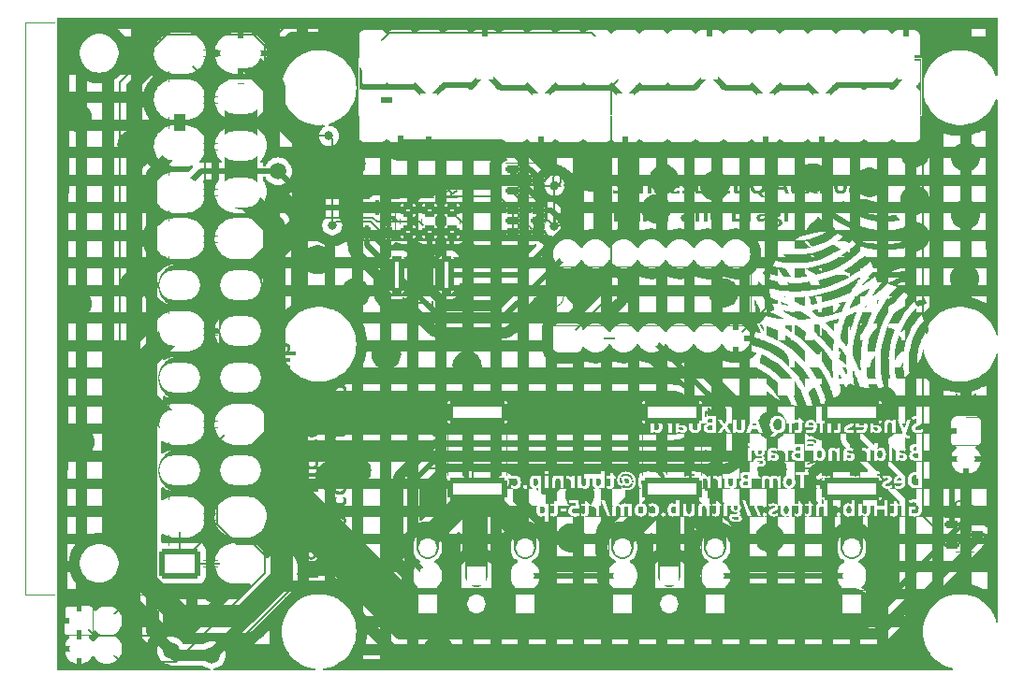
<source format=gtp>
G04 #@! TF.GenerationSoftware,KiCad,Pcbnew,(7.0.0-0)*
G04 #@! TF.CreationDate,2023-03-06T18:26:08+00:00*
G04 #@! TF.ProjectId,AuxBoard,41757842-6f61-4726-942e-6b696361645f,rev?*
G04 #@! TF.SameCoordinates,Original*
G04 #@! TF.FileFunction,Paste,Top*
G04 #@! TF.FilePolarity,Positive*
%FSLAX46Y46*%
G04 Gerber Fmt 4.6, Leading zero omitted, Abs format (unit mm)*
G04 Created by KiCad (PCBNEW (7.0.0-0)) date 2023-03-06 18:26:08*
%MOMM*%
%LPD*%
G01*
G04 APERTURE LIST*
G04 Aperture macros list*
%AMRoundRect*
0 Rectangle with rounded corners*
0 $1 Rounding radius*
0 $2 $3 $4 $5 $6 $7 $8 $9 X,Y pos of 4 corners*
0 Add a 4 corners polygon primitive as box body*
4,1,4,$2,$3,$4,$5,$6,$7,$8,$9,$2,$3,0*
0 Add four circle primitives for the rounded corners*
1,1,$1+$1,$2,$3*
1,1,$1+$1,$4,$5*
1,1,$1+$1,$6,$7*
1,1,$1+$1,$8,$9*
0 Add four rect primitives between the rounded corners*
20,1,$1+$1,$2,$3,$4,$5,0*
20,1,$1+$1,$4,$5,$6,$7,0*
20,1,$1+$1,$6,$7,$8,$9,0*
20,1,$1+$1,$8,$9,$2,$3,0*%
G04 Aperture macros list end*
%ADD10RoundRect,0.250000X0.400000X1.450000X-0.400000X1.450000X-0.400000X-1.450000X0.400000X-1.450000X0*%
%ADD11RoundRect,0.250001X-2.474999X0.799999X-2.474999X-0.799999X2.474999X-0.799999X2.474999X0.799999X0*%
%ADD12RoundRect,0.250000X0.450000X-0.350000X0.450000X0.350000X-0.450000X0.350000X-0.450000X-0.350000X0*%
%ADD13RoundRect,0.150000X-0.512500X-0.150000X0.512500X-0.150000X0.512500X0.150000X-0.512500X0.150000X0*%
%ADD14RoundRect,0.150000X0.150000X-0.512500X0.150000X0.512500X-0.150000X0.512500X-0.150000X-0.512500X0*%
%ADD15RoundRect,0.250001X2.474999X-0.799999X2.474999X0.799999X-2.474999X0.799999X-2.474999X-0.799999X0*%
%ADD16RoundRect,0.250000X-0.450000X0.350000X-0.450000X-0.350000X0.450000X-0.350000X0.450000X0.350000X0*%
G04 #@! TA.AperFunction,SMDPad,CuDef*
%ADD17RoundRect,0.250000X0.400000X1.450000X-0.400000X1.450000X-0.400000X-1.450000X0.400000X-1.450000X0*%
G04 #@! TD*
G04 #@! TA.AperFunction,WasherPad*
%ADD18C,2.750000*%
G04 #@! TD*
G04 #@! TA.AperFunction,ComponentPad*
%ADD19R,1.600000X1.600000*%
G04 #@! TD*
G04 #@! TA.AperFunction,ComponentPad*
%ADD20O,1.600000X1.600000*%
G04 #@! TD*
G04 #@! TA.AperFunction,ComponentPad*
%ADD21R,1.700000X1.700000*%
G04 #@! TD*
G04 #@! TA.AperFunction,ComponentPad*
%ADD22O,1.700000X1.700000*%
G04 #@! TD*
G04 #@! TA.AperFunction,SMDPad,CuDef*
%ADD23RoundRect,0.250001X-2.474999X0.799999X-2.474999X-0.799999X2.474999X-0.799999X2.474999X0.799999X0*%
G04 #@! TD*
G04 #@! TA.AperFunction,SMDPad,CuDef*
%ADD24RoundRect,0.250000X0.450000X-0.350000X0.450000X0.350000X-0.450000X0.350000X-0.450000X-0.350000X0*%
G04 #@! TD*
G04 #@! TA.AperFunction,ComponentPad*
%ADD25RoundRect,0.250001X1.599999X-1.099999X1.599999X1.099999X-1.599999X1.099999X-1.599999X-1.099999X0*%
G04 #@! TD*
G04 #@! TA.AperFunction,ComponentPad*
%ADD26O,3.700000X2.700000*%
G04 #@! TD*
G04 #@! TA.AperFunction,SMDPad,CuDef*
%ADD27RoundRect,0.150000X-0.512500X-0.150000X0.512500X-0.150000X0.512500X0.150000X-0.512500X0.150000X0*%
G04 #@! TD*
G04 #@! TA.AperFunction,SMDPad,CuDef*
%ADD28RoundRect,0.150000X0.150000X-0.512500X0.150000X0.512500X-0.150000X0.512500X-0.150000X-0.512500X0*%
G04 #@! TD*
G04 #@! TA.AperFunction,SMDPad,CuDef*
%ADD29RoundRect,0.250001X2.474999X-0.799999X2.474999X0.799999X-2.474999X0.799999X-2.474999X-0.799999X0*%
G04 #@! TD*
G04 #@! TA.AperFunction,SMDPad,CuDef*
%ADD30RoundRect,0.250000X-0.450000X0.350000X-0.450000X-0.350000X0.450000X-0.350000X0.450000X0.350000X0*%
G04 #@! TD*
G04 #@! TA.AperFunction,ComponentPad*
%ADD31R,1.500000X4.000000*%
G04 #@! TD*
G04 #@! TA.AperFunction,ViaPad*
%ADD32C,0.800000*%
G04 #@! TD*
G04 #@! TA.AperFunction,ViaPad*
%ADD33C,1.500000*%
G04 #@! TD*
G04 #@! TA.AperFunction,Conductor*
%ADD34C,0.500000*%
G04 #@! TD*
G04 #@! TA.AperFunction,Conductor*
%ADD35C,0.200000*%
G04 #@! TD*
G04 #@! TA.AperFunction,Conductor*
%ADD36C,4.000000*%
G04 #@! TD*
G04 #@! TA.AperFunction,Conductor*
%ADD37C,2.000000*%
G04 #@! TD*
G04 #@! TA.AperFunction,Conductor*
%ADD38C,3.000000*%
G04 #@! TD*
G04 #@! TA.AperFunction,Conductor*
%ADD39C,1.000000*%
G04 #@! TD*
%ADD40C,0.300000*%
%ADD41C,0.150000*%
%ADD42C,0.120000*%
%ADD43C,2.750000*%
%ADD44R,1.600000X1.600000*%
%ADD45O,1.600000X1.600000*%
%ADD46R,1.700000X1.700000*%
%ADD47O,1.700000X1.700000*%
%ADD48C,3.000000*%
%ADD49RoundRect,0.250001X1.599999X-1.099999X1.599999X1.099999X-1.599999X1.099999X-1.599999X-1.099999X0*%
%ADD50O,3.700000X2.700000*%
%ADD51R,1.500000X4.000000*%
G04 #@! TA.AperFunction,Profile*
%ADD52C,0.200000*%
G04 #@! TD*
G04 APERTURE END LIST*
D10*
X140025000Y-73100000D03*
X135575000Y-73100000D03*
D11*
X160400000Y-85525000D03*
X160400000Y-92475000D03*
D12*
X140500000Y-69200000D03*
X140500000Y-67200000D03*
D13*
X146062500Y-63550000D03*
X146062500Y-65450000D03*
X148337500Y-64500000D03*
D14*
X132850000Y-69237500D03*
X134750000Y-69237500D03*
X133800000Y-66962500D03*
D15*
X176700000Y-92475000D03*
X176700000Y-85525000D03*
D13*
X146062500Y-67250000D03*
X146062500Y-68200000D03*
X146062500Y-69150000D03*
X148337500Y-69150000D03*
X148337500Y-68200000D03*
X148337500Y-67250000D03*
D15*
X142800000Y-92475000D03*
X142800000Y-85525000D03*
D16*
X136550000Y-67200000D03*
X136550000Y-69200000D03*
D13*
X185725000Y-95650000D03*
X185725000Y-97550000D03*
X188000000Y-96600000D03*
D12*
X138500000Y-69200000D03*
X138500000Y-67200000D03*
D17*
X140025000Y-73100000D03*
X135575000Y-73100000D03*
D18*
X128500000Y-79375000D03*
D19*
X150974999Y-78799999D03*
D20*
X153514999Y-78799999D03*
X156054999Y-78799999D03*
X158594999Y-78799999D03*
X161134999Y-78799999D03*
X163674999Y-78799999D03*
X166214999Y-78799999D03*
X166214999Y-71179999D03*
X163674999Y-71179999D03*
X161134999Y-71179999D03*
X158594999Y-71179999D03*
X156054999Y-71179999D03*
X153514999Y-71179999D03*
X150974999Y-71179999D03*
D21*
X176674999Y-102839999D03*
D22*
X176674999Y-100299999D03*
X176674999Y-97759999D03*
D23*
X160400000Y-85525000D03*
X160400000Y-92475000D03*
D24*
X140500000Y-69200000D03*
X140500000Y-67200000D03*
D25*
X115925000Y-99200000D03*
D26*
X115924999Y-94999999D03*
X115924999Y-90799999D03*
X115924999Y-86599999D03*
X115924999Y-82399999D03*
X115924999Y-78199999D03*
X115924999Y-73999999D03*
X115924999Y-69799999D03*
X115924999Y-65599999D03*
X115924999Y-61399999D03*
X115924999Y-57199999D03*
X115924999Y-52999999D03*
X121424999Y-99199999D03*
X121424999Y-94999999D03*
X121424999Y-90799999D03*
X121424999Y-86599999D03*
X121424999Y-82399999D03*
X121424999Y-78199999D03*
X121424999Y-73999999D03*
X121424999Y-69799999D03*
X121424999Y-65599999D03*
X121424999Y-61399999D03*
X121424999Y-57199999D03*
X121424999Y-52999999D03*
D27*
X146062500Y-63550000D03*
X146062500Y-65450000D03*
X148337500Y-64500000D03*
D21*
X138299999Y-102839999D03*
D22*
X138299999Y-100299999D03*
X138299999Y-97759999D03*
D21*
X142762499Y-100339999D03*
D22*
X142762499Y-102879999D03*
D28*
X132850000Y-69237500D03*
X134750000Y-69237500D03*
X133800000Y-66962500D03*
D29*
X176700000Y-92475000D03*
X176700000Y-85525000D03*
D27*
X146062500Y-67250000D03*
X146062500Y-68200000D03*
X146062500Y-69150000D03*
X148337500Y-69150000D03*
X148337500Y-68200000D03*
X148337500Y-67250000D03*
D21*
X155974999Y-102839999D03*
D22*
X155974999Y-100299999D03*
X155974999Y-97759999D03*
D29*
X142800000Y-92475000D03*
X142800000Y-85525000D03*
D21*
X160224999Y-100339999D03*
D22*
X160224999Y-102879999D03*
D21*
X147124999Y-102839999D03*
D22*
X147124999Y-100299999D03*
X147124999Y-97759999D03*
D18*
X128500000Y-105375000D03*
X186500000Y-105375000D03*
X128500000Y-56125000D03*
X186500000Y-79375000D03*
D21*
X164374999Y-102839999D03*
D22*
X164374999Y-100299999D03*
X164374999Y-97759999D03*
D21*
X187024999Y-87249999D03*
D22*
X187024999Y-89789999D03*
D18*
X186500000Y-56125000D03*
D30*
X136550000Y-67200000D03*
X136550000Y-69200000D03*
D27*
X185725000Y-95650000D03*
X185725000Y-97550000D03*
X188000000Y-96600000D03*
D24*
X138500000Y-69200000D03*
X138500000Y-67200000D03*
D21*
X106799999Y-104399999D03*
D22*
X109339999Y-104399999D03*
X106799999Y-106939999D03*
X109339999Y-106939999D03*
D31*
X133369999Y-53429999D03*
X133369999Y-58539999D03*
X135909999Y-53429999D03*
X135909999Y-58539999D03*
X138449999Y-53429999D03*
X138449999Y-58569999D03*
X140989999Y-53429999D03*
X140989999Y-58569999D03*
X143529999Y-53429999D03*
X143529999Y-58569999D03*
X146069999Y-53429999D03*
X146069999Y-58569999D03*
X148609999Y-53429999D03*
X148609999Y-58569999D03*
X151149999Y-53429999D03*
X151149999Y-58569999D03*
X153689999Y-53429999D03*
X153689999Y-58569999D03*
X156229999Y-53429999D03*
X156229999Y-58569999D03*
X158769999Y-53429999D03*
X158769999Y-58569999D03*
X161309999Y-53429999D03*
X161309999Y-58569999D03*
X163849999Y-53429999D03*
X163849999Y-58569999D03*
X166389999Y-53429999D03*
X166389999Y-58569999D03*
X168929999Y-53429999D03*
X168929999Y-58569999D03*
X171469999Y-53429999D03*
X171469999Y-58569999D03*
X174009999Y-53429999D03*
X174009999Y-58569999D03*
X176549999Y-53429999D03*
X176549999Y-58569999D03*
X179089999Y-53429999D03*
X179089999Y-58569999D03*
X181629999Y-53429999D03*
X181629999Y-58569999D03*
D32*
X129700000Y-51300000D03*
X131400000Y-63000000D03*
X127200000Y-63100000D03*
X187000000Y-62400000D03*
X186900000Y-73400000D03*
X187000000Y-67600000D03*
X149800000Y-65000000D03*
X149800000Y-68700000D03*
D33*
X125100000Y-99600500D03*
X124800000Y-63700000D03*
X118800000Y-107500000D03*
X115100000Y-107100000D03*
D32*
X178300000Y-64700000D03*
X181700000Y-106900000D03*
X169500000Y-90700000D03*
X182400500Y-69600000D03*
X134600000Y-80300000D03*
X127100000Y-68325000D03*
X131900000Y-90800000D03*
X128400000Y-71700000D03*
X152100000Y-93000000D03*
X152100000Y-74500000D03*
X165100000Y-74700000D03*
X179900000Y-79200000D03*
X106600000Y-75700000D03*
X151300000Y-96900000D03*
X131800000Y-74700000D03*
X182400500Y-66300000D03*
X173200000Y-64300000D03*
X111600000Y-61300000D03*
X175800000Y-74400000D03*
X159000000Y-67100000D03*
X169700000Y-81000000D03*
X119000000Y-101400000D03*
X169500000Y-86700000D03*
X169300000Y-96900000D03*
X141900000Y-81300000D03*
X106600000Y-58800000D03*
X129500000Y-91300000D03*
X149200000Y-91700000D03*
X164300000Y-65000000D03*
X106900000Y-88200000D03*
X111800000Y-74000000D03*
X139300000Y-107000000D03*
X121900000Y-107500000D03*
X153100000Y-64200000D03*
X159700000Y-64400000D03*
X185906590Y-51804167D03*
X182400500Y-62000000D03*
X173900000Y-69400000D03*
X129700000Y-68600000D03*
X129400000Y-60500000D03*
D34*
X185725000Y-95650000D02*
X185725000Y-90893458D01*
D35*
X185725000Y-97550000D02*
X183100000Y-94925000D01*
X182910607Y-50500000D02*
X125575000Y-50500000D01*
D34*
X185675000Y-87250000D02*
X187025000Y-87250000D01*
X185725000Y-90893458D02*
X185325499Y-90493957D01*
X185325499Y-87599501D02*
X185675000Y-87250000D01*
D35*
X125575000Y-50500000D02*
X123575000Y-52500000D01*
D34*
X185325499Y-90493957D02*
X185325499Y-87599501D01*
D35*
X183100000Y-50689393D02*
X182910607Y-50500000D01*
X183100000Y-94925000D02*
X183100000Y-50689393D01*
X129400000Y-60500000D02*
X127900000Y-60500000D01*
X127900000Y-60500000D02*
X123575000Y-56175000D01*
X110475000Y-55616548D02*
X110475000Y-103265000D01*
X122608452Y-51350000D02*
X114741548Y-51350000D01*
X123575000Y-56175000D02*
X123575000Y-52316548D01*
X123575000Y-52316548D02*
X122608452Y-51350000D01*
X114741548Y-51350000D02*
X110475000Y-55616548D01*
X110475000Y-103265000D02*
X109340000Y-104400000D01*
X110549500Y-108149500D02*
X109340000Y-106940000D01*
X123575000Y-100109218D02*
X115534718Y-108149500D01*
X120925000Y-86600000D02*
X119275000Y-88250000D01*
X122558452Y-97500000D02*
X123575000Y-98516548D01*
X121425000Y-86600000D02*
X120925000Y-86600000D01*
X115534718Y-108149500D02*
X110549500Y-108149500D01*
X123575000Y-98516548D02*
X123575000Y-100109218D01*
X121091548Y-97500000D02*
X122558452Y-97500000D01*
X119275000Y-88250000D02*
X119275000Y-95683452D01*
X119275000Y-95683452D02*
X121091548Y-97500000D01*
X134860000Y-51130000D02*
X153130000Y-51130000D01*
X133370000Y-54730000D02*
X133370000Y-52620000D01*
X133370000Y-52620000D02*
X134860000Y-51130000D01*
X153130000Y-51130000D02*
X153690000Y-51690000D01*
X153690000Y-51690000D02*
X153690000Y-54730000D01*
D34*
X135910000Y-61020000D02*
X135910000Y-57240000D01*
X148337500Y-64313972D02*
X145043528Y-61020000D01*
X148337500Y-64500000D02*
X148337500Y-64313972D01*
D35*
X149800000Y-65000000D02*
X148837500Y-65000000D01*
D34*
X145043528Y-61020000D02*
X135910000Y-61020000D01*
D35*
X149300000Y-68200000D02*
X149800000Y-68700000D01*
X148837500Y-65000000D02*
X148337500Y-64500000D01*
D34*
X133370000Y-57240000D02*
X135910000Y-57240000D01*
D35*
X148337500Y-68200000D02*
X149300000Y-68200000D01*
X150975000Y-78800000D02*
X154900000Y-74875000D01*
X154900000Y-56060000D02*
X156230000Y-54730000D01*
X154900000Y-74875000D02*
X154900000Y-56060000D01*
D36*
X160400000Y-85525000D02*
X142800000Y-85525000D01*
D37*
X124475000Y-68650000D02*
X124475000Y-82475000D01*
D36*
X127675000Y-85525000D02*
X127600000Y-85600000D01*
X142800000Y-85525000D02*
X127675000Y-85525000D01*
D37*
X124475000Y-82475000D02*
X127600000Y-85600000D01*
X125100000Y-88100000D02*
X125100000Y-99600500D01*
X121425000Y-65600000D02*
X124475000Y-68650000D01*
X127600000Y-85600000D02*
X125100000Y-88100000D01*
D38*
X121425000Y-57200000D02*
X121425000Y-65600000D01*
D34*
X124800000Y-63700000D02*
X128062500Y-66962500D01*
X128062500Y-66962500D02*
X133800000Y-66962500D01*
X133800000Y-66962500D02*
X136312500Y-66962500D01*
X136312500Y-66962500D02*
X136550000Y-67200000D01*
D39*
X113375000Y-105375000D02*
X113375000Y-63950000D01*
X182000000Y-102600000D02*
X182000000Y-103100000D01*
X135800000Y-105600000D02*
X131500000Y-101300000D01*
X113375000Y-63950000D02*
X115925000Y-61400000D01*
X115100000Y-107100000D02*
X113375000Y-105375000D01*
X125000000Y-101300000D02*
X118800000Y-107500000D01*
X182000000Y-93156498D02*
X182000000Y-102600000D01*
X176700000Y-87856498D02*
X182000000Y-93156498D01*
X176700000Y-85525000D02*
X176700000Y-87856498D01*
X179000000Y-105600000D02*
X135800000Y-105600000D01*
D34*
X188000000Y-97100000D02*
X188000000Y-96600000D01*
D39*
X115925000Y-57200000D02*
X115925000Y-61400000D01*
X182000000Y-102600000D02*
X179000000Y-105600000D01*
X131500000Y-101300000D02*
X125000000Y-101300000D01*
D34*
X182000000Y-103100000D02*
X188000000Y-97100000D01*
X139400000Y-89400000D02*
X165100000Y-89400000D01*
X138300000Y-100300000D02*
X136850000Y-98850000D01*
X158600000Y-78800000D02*
X158595000Y-78800000D01*
X136850000Y-98850000D02*
X136850000Y-91950000D01*
X165100000Y-85300000D02*
X158600000Y-78800000D01*
X136850000Y-91950000D02*
X139400000Y-89400000D01*
X165100000Y-89400000D02*
X165100000Y-85300000D01*
D35*
X153515000Y-78800000D02*
X156055000Y-78800000D01*
D37*
X176675000Y-92500000D02*
X176700000Y-92475000D01*
X176675000Y-97760000D02*
X176675000Y-92500000D01*
D34*
X164375000Y-100300000D02*
X176675000Y-100300000D01*
D37*
X147125000Y-97760000D02*
X147125000Y-96800000D01*
X138300000Y-96975000D02*
X142800000Y-92475000D01*
X142762500Y-92512500D02*
X142800000Y-92475000D01*
X142762500Y-100340000D02*
X142762500Y-92512500D01*
X138300000Y-97760000D02*
X138300000Y-96975000D01*
X147125000Y-96800000D02*
X142800000Y-92475000D01*
D34*
X147125000Y-100300000D02*
X155975000Y-100300000D01*
D37*
X164375000Y-96450000D02*
X160400000Y-92475000D01*
X155975000Y-96900000D02*
X160400000Y-92475000D01*
X160225000Y-100340000D02*
X160225000Y-92650000D01*
X164375000Y-97760000D02*
X164375000Y-96450000D01*
X155975000Y-97760000D02*
X155975000Y-96900000D01*
X160225000Y-92650000D02*
X160400000Y-92475000D01*
D35*
X115925000Y-99200000D02*
X118200000Y-96925000D01*
X118200000Y-55275000D02*
X115925000Y-53000000D01*
X118200000Y-96925000D02*
X118200000Y-55275000D01*
X115925000Y-99200000D02*
X121425000Y-99200000D01*
X115925000Y-99200000D02*
X115925000Y-95000000D01*
X133751376Y-68275000D02*
X133351875Y-67875499D01*
X140500000Y-69200000D02*
X138500000Y-69200000D01*
X133351875Y-67875499D02*
X127549501Y-67875499D01*
X137575000Y-68275000D02*
X133751376Y-68275000D01*
X127549501Y-67875499D02*
X127100000Y-68325000D01*
X138500000Y-69200000D02*
X137575000Y-68275000D01*
D34*
X134062500Y-71562500D02*
X139600000Y-77100000D01*
X134037500Y-71562500D02*
X134062500Y-71562500D01*
X139600000Y-77100000D02*
X145055000Y-77100000D01*
X132850000Y-70375000D02*
X134037500Y-71562500D01*
X134037500Y-71562500D02*
X135575000Y-73100000D01*
X145055000Y-77100000D02*
X150975000Y-71180000D01*
X132850000Y-69237500D02*
X132850000Y-70375000D01*
X149551375Y-67250000D02*
X148337500Y-67250000D01*
X146601375Y-73100000D02*
X150649500Y-69051875D01*
X148337500Y-66213972D02*
X146062500Y-63938972D01*
X140025000Y-73100000D02*
X146601375Y-73100000D01*
X150649500Y-68348125D02*
X149551375Y-67250000D01*
X150649500Y-69051875D02*
X150649500Y-68348125D01*
X148337500Y-67250000D02*
X148337500Y-66213972D01*
X146062500Y-63938972D02*
X146062500Y-63550000D01*
D35*
X144812500Y-66000000D02*
X139700000Y-66000000D01*
X139700000Y-66000000D02*
X138500000Y-67200000D01*
X146062500Y-69150000D02*
X146062500Y-67250000D01*
X146062500Y-67250000D02*
X144812500Y-66000000D01*
X147737500Y-69750000D02*
X142850000Y-69750000D01*
X148337500Y-69150000D02*
X147737500Y-69750000D01*
X147025000Y-66563604D02*
X147025000Y-68186396D01*
X140500000Y-67400000D02*
X140500000Y-67200000D01*
X147988604Y-69150000D02*
X148337500Y-69150000D01*
X142850000Y-69750000D02*
X140500000Y-67400000D01*
X146062500Y-65450000D02*
X146062500Y-65601104D01*
X147025000Y-68186396D02*
X147988604Y-69150000D01*
X146062500Y-65601104D02*
X147025000Y-66563604D01*
X134787500Y-69200000D02*
X134750000Y-69237500D01*
X133186396Y-68275000D02*
X130025000Y-68275000D01*
X130025000Y-68275000D02*
X129700000Y-68600000D01*
X136550000Y-69200000D02*
X134787500Y-69200000D01*
X134111396Y-69200000D02*
X133186396Y-68275000D01*
X136550000Y-69200000D02*
X134111396Y-69200000D01*
G04 #@! TA.AperFunction,Conductor*
G36*
X125263157Y-49767113D02*
G01*
X125308544Y-49812502D01*
X125325156Y-49874503D01*
X125308541Y-49936504D01*
X125271038Y-49974003D01*
X125272159Y-49975464D01*
X125153163Y-50066772D01*
X125153160Y-50066774D01*
X125146718Y-50071718D01*
X125141773Y-50078161D01*
X125141770Y-50078165D01*
X125127490Y-50096774D01*
X125116798Y-50108965D01*
X123754406Y-51471357D01*
X123698819Y-51503451D01*
X123634631Y-51503451D01*
X123579044Y-51471357D01*
X123066651Y-50958964D01*
X123055956Y-50946769D01*
X123041680Y-50928164D01*
X123036734Y-50921718D01*
X122911293Y-50825464D01*
X122903785Y-50822354D01*
X122772723Y-50768066D01*
X122772720Y-50768065D01*
X122765214Y-50764956D01*
X122757160Y-50763895D01*
X122757154Y-50763894D01*
X122647813Y-50749500D01*
X122616511Y-50745379D01*
X122608452Y-50744318D01*
X122600393Y-50745379D01*
X122577150Y-50748439D01*
X122560965Y-50749500D01*
X114789035Y-50749500D01*
X114772850Y-50748439D01*
X114749607Y-50745379D01*
X114741548Y-50744318D01*
X114733489Y-50745379D01*
X114702187Y-50749500D01*
X114592845Y-50763894D01*
X114592837Y-50763896D01*
X114584786Y-50764956D01*
X114577281Y-50768064D01*
X114577276Y-50768066D01*
X114446214Y-50822354D01*
X114446210Y-50822355D01*
X114438707Y-50825464D01*
X114432262Y-50830408D01*
X114432259Y-50830411D01*
X114319711Y-50916772D01*
X114319708Y-50916774D01*
X114313266Y-50921718D01*
X114308321Y-50928161D01*
X114308318Y-50928165D01*
X114294038Y-50946774D01*
X114283346Y-50958965D01*
X110083965Y-55158346D01*
X110071774Y-55169038D01*
X110053165Y-55183318D01*
X110053161Y-55183321D01*
X110046718Y-55188266D01*
X110041774Y-55194708D01*
X110041772Y-55194711D01*
X109980165Y-55274999D01*
X109980165Y-55275000D01*
X109955411Y-55307259D01*
X109955408Y-55307262D01*
X109950464Y-55313707D01*
X109947355Y-55321211D01*
X109947353Y-55321216D01*
X109893066Y-55452276D01*
X109893064Y-55452281D01*
X109889956Y-55459786D01*
X109888896Y-55467837D01*
X109888894Y-55467845D01*
X109877771Y-55552339D01*
X109869318Y-55616548D01*
X109870379Y-55624607D01*
X109873439Y-55647850D01*
X109874500Y-55664035D01*
X109874500Y-97699981D01*
X109855494Y-97765953D01*
X109804302Y-97811701D01*
X109736616Y-97823201D01*
X109673187Y-97796928D01*
X109634345Y-97765953D01*
X109613857Y-97749614D01*
X109485893Y-97675734D01*
X109390664Y-97620753D01*
X109390658Y-97620750D01*
X109386643Y-97618432D01*
X109382324Y-97616737D01*
X109382318Y-97616734D01*
X109146738Y-97524276D01*
X109146734Y-97524275D01*
X109142416Y-97522580D01*
X109137893Y-97521547D01*
X109137891Y-97521547D01*
X108891149Y-97465229D01*
X108891143Y-97465228D01*
X108886630Y-97464198D01*
X108882008Y-97463851D01*
X108882004Y-97463851D01*
X108692808Y-97449673D01*
X108692797Y-97449672D01*
X108690494Y-97449500D01*
X108559506Y-97449500D01*
X108557203Y-97449672D01*
X108557191Y-97449673D01*
X108367995Y-97463851D01*
X108367989Y-97463851D01*
X108363370Y-97464198D01*
X108358858Y-97465227D01*
X108358850Y-97465229D01*
X108112108Y-97521547D01*
X108112102Y-97521548D01*
X108107584Y-97522580D01*
X108103268Y-97524273D01*
X108103261Y-97524276D01*
X107867681Y-97616734D01*
X107867670Y-97616739D01*
X107863357Y-97618432D01*
X107859346Y-97620747D01*
X107859335Y-97620753D01*
X107640161Y-97747294D01*
X107636143Y-97749614D01*
X107632519Y-97752503D01*
X107632516Y-97752506D01*
X107434646Y-97910302D01*
X107434641Y-97910306D01*
X107431019Y-97913195D01*
X107427865Y-97916593D01*
X107427863Y-97916596D01*
X107255719Y-98102123D01*
X107255713Y-98102129D01*
X107252567Y-98105521D01*
X107249957Y-98109348D01*
X107249957Y-98109349D01*
X107117301Y-98303920D01*
X107104772Y-98322296D01*
X107102759Y-98326474D01*
X107102756Y-98326481D01*
X106992949Y-98554497D01*
X106992944Y-98554508D01*
X106990937Y-98558677D01*
X106989574Y-98563093D01*
X106989569Y-98563108D01*
X106914971Y-98804951D01*
X106914968Y-98804959D01*
X106913604Y-98809385D01*
X106912914Y-98813961D01*
X106912912Y-98813971D01*
X106875190Y-99064234D01*
X106875189Y-99064246D01*
X106874500Y-99068818D01*
X106874500Y-99331182D01*
X106875189Y-99335754D01*
X106875190Y-99335765D01*
X106912912Y-99586028D01*
X106912913Y-99586035D01*
X106913604Y-99590615D01*
X106914969Y-99595043D01*
X106914971Y-99595048D01*
X106989569Y-99836891D01*
X106989573Y-99836901D01*
X106990937Y-99841323D01*
X106992946Y-99845496D01*
X106992949Y-99845502D01*
X107101053Y-100069982D01*
X107104772Y-100077704D01*
X107252567Y-100294479D01*
X107431019Y-100486805D01*
X107636143Y-100650386D01*
X107863357Y-100781568D01*
X108107584Y-100877420D01*
X108363370Y-100935802D01*
X108559506Y-100950500D01*
X108688177Y-100950500D01*
X108690494Y-100950500D01*
X108886630Y-100935802D01*
X109142416Y-100877420D01*
X109386643Y-100781568D01*
X109613857Y-100650386D01*
X109673186Y-100603072D01*
X109736616Y-100576799D01*
X109804302Y-100588299D01*
X109855494Y-100634047D01*
X109874500Y-100700019D01*
X109874500Y-102964902D01*
X109865060Y-103012357D01*
X109838178Y-103052586D01*
X109823527Y-103067236D01*
X109767941Y-103099327D01*
X109703756Y-103099327D01*
X109580634Y-103066337D01*
X109580630Y-103066336D01*
X109575408Y-103064937D01*
X109570020Y-103064465D01*
X109570017Y-103064465D01*
X109345395Y-103044813D01*
X109340000Y-103044341D01*
X109334605Y-103044813D01*
X109109982Y-103064465D01*
X109109977Y-103064465D01*
X109104592Y-103064937D01*
X109099371Y-103066335D01*
X109099365Y-103066337D01*
X108881569Y-103124694D01*
X108881557Y-103124698D01*
X108876337Y-103126097D01*
X108871432Y-103128383D01*
X108871427Y-103128386D01*
X108667081Y-103223675D01*
X108667077Y-103223677D01*
X108662171Y-103225965D01*
X108657738Y-103229068D01*
X108657731Y-103229073D01*
X108473034Y-103358399D01*
X108473029Y-103358402D01*
X108468599Y-103361505D01*
X108464774Y-103365329D01*
X108464775Y-103365329D01*
X108346285Y-103483819D01*
X108293538Y-103515114D01*
X108232246Y-103517303D01*
X108177401Y-103489850D01*
X108142422Y-103439471D01*
X108096451Y-103316220D01*
X108088037Y-103300810D01*
X108012501Y-103199907D01*
X108000092Y-103187498D01*
X107899189Y-103111962D01*
X107883777Y-103103547D01*
X107764641Y-103059111D01*
X107749667Y-103055573D01*
X107701114Y-103050353D01*
X107694518Y-103050000D01*
X107066326Y-103050000D01*
X107053450Y-103053450D01*
X107050000Y-103066326D01*
X107050000Y-108256369D01*
X107052551Y-108267311D01*
X107063780Y-108266943D01*
X107258263Y-108214831D01*
X107268397Y-108211143D01*
X107472676Y-108115886D01*
X107482008Y-108110498D01*
X107666643Y-107981215D01*
X107674909Y-107974278D01*
X107834278Y-107814909D01*
X107841219Y-107806638D01*
X107968119Y-107625406D01*
X108012437Y-107586540D01*
X108069694Y-107572529D01*
X108126951Y-107586540D01*
X108171269Y-107625405D01*
X108298399Y-107806966D01*
X108298402Y-107806970D01*
X108301505Y-107811401D01*
X108468599Y-107978495D01*
X108662170Y-108114035D01*
X108876337Y-108213903D01*
X109104592Y-108275063D01*
X109340000Y-108295659D01*
X109575408Y-108275063D01*
X109703757Y-108240672D01*
X109767943Y-108240672D01*
X109823531Y-108272766D01*
X110091299Y-108540534D01*
X110101989Y-108552722D01*
X110121218Y-108577782D01*
X110214523Y-108649377D01*
X110246659Y-108674036D01*
X110392738Y-108734544D01*
X110481286Y-108746201D01*
X110538402Y-108769126D01*
X110577462Y-108816691D01*
X110588839Y-108877177D01*
X110569733Y-108935683D01*
X110524849Y-108977796D01*
X110465245Y-108993140D01*
X105027874Y-108999500D01*
X104874500Y-108999500D01*
X104812500Y-108982887D01*
X104767113Y-108937500D01*
X104750500Y-108875500D01*
X104750500Y-107192551D01*
X105472688Y-107192551D01*
X105473056Y-107203780D01*
X105525168Y-107398263D01*
X105528856Y-107408397D01*
X105624113Y-107612676D01*
X105629501Y-107622008D01*
X105758784Y-107806643D01*
X105765721Y-107814909D01*
X105925090Y-107974278D01*
X105933356Y-107981215D01*
X106117991Y-108110498D01*
X106127323Y-108115886D01*
X106331602Y-108211143D01*
X106341736Y-108214831D01*
X106536219Y-108266943D01*
X106547448Y-108267311D01*
X106550000Y-108256369D01*
X106550000Y-107206326D01*
X106546549Y-107193450D01*
X106533674Y-107190000D01*
X105483631Y-107190000D01*
X105472688Y-107192551D01*
X104750500Y-107192551D01*
X104750500Y-105294518D01*
X105450000Y-105294518D01*
X105450353Y-105301114D01*
X105455573Y-105349667D01*
X105459111Y-105364641D01*
X105503547Y-105483777D01*
X105511962Y-105499189D01*
X105587498Y-105600092D01*
X105599907Y-105612501D01*
X105700810Y-105688037D01*
X105716222Y-105696452D01*
X105839986Y-105742614D01*
X105890366Y-105777593D01*
X105917819Y-105832437D01*
X105915630Y-105893730D01*
X105884335Y-105946477D01*
X105765714Y-106065098D01*
X105758784Y-106073357D01*
X105629508Y-106257982D01*
X105624110Y-106267332D01*
X105528856Y-106471602D01*
X105525168Y-106481736D01*
X105473056Y-106676219D01*
X105472688Y-106687448D01*
X105483631Y-106690000D01*
X106533674Y-106690000D01*
X106546549Y-106686549D01*
X106550000Y-106673674D01*
X106550000Y-104666326D01*
X106546549Y-104653450D01*
X106533674Y-104650000D01*
X105466326Y-104650000D01*
X105453450Y-104653450D01*
X105450000Y-104666326D01*
X105450000Y-105294518D01*
X104750500Y-105294518D01*
X104750500Y-104133674D01*
X105450000Y-104133674D01*
X105453450Y-104146549D01*
X105466326Y-104150000D01*
X106533674Y-104150000D01*
X106546549Y-104146549D01*
X106550000Y-104133674D01*
X106550000Y-103066326D01*
X106546549Y-103053450D01*
X106533674Y-103050000D01*
X105905482Y-103050000D01*
X105898885Y-103050353D01*
X105850332Y-103055573D01*
X105835358Y-103059111D01*
X105716222Y-103103547D01*
X105700810Y-103111962D01*
X105599907Y-103187498D01*
X105587498Y-103199907D01*
X105511962Y-103300810D01*
X105503547Y-103316222D01*
X105459111Y-103435358D01*
X105455573Y-103450332D01*
X105450353Y-103498885D01*
X105450000Y-103505482D01*
X105450000Y-104133674D01*
X104750500Y-104133674D01*
X104750500Y-101500500D01*
X105749300Y-101500500D01*
X106500500Y-101500500D01*
X106500500Y-100949625D01*
X106481314Y-100927331D01*
X106478356Y-100923761D01*
X106466801Y-100909272D01*
X106463978Y-100905593D01*
X106430665Y-100860457D01*
X106427980Y-100856674D01*
X106280185Y-100639899D01*
X106277644Y-100636017D01*
X106247796Y-100588512D01*
X106245402Y-100584540D01*
X106236136Y-100568490D01*
X106233895Y-100564433D01*
X106207695Y-100514860D01*
X106205605Y-100510721D01*
X106091770Y-100274340D01*
X106089836Y-100270124D01*
X106067409Y-100218720D01*
X106065635Y-100214437D01*
X106058864Y-100197185D01*
X106057251Y-100192837D01*
X106038725Y-100139894D01*
X106037275Y-100135489D01*
X105995020Y-99998500D01*
X105754365Y-99998500D01*
X105749300Y-101500500D01*
X104750500Y-101500500D01*
X104750500Y-99000500D01*
X105757731Y-99000500D01*
X105879169Y-99000500D01*
X105880329Y-98985024D01*
X105880762Y-98980407D01*
X105887042Y-98924669D01*
X105887647Y-98920070D01*
X105926751Y-98660637D01*
X105927528Y-98656065D01*
X105937956Y-98600955D01*
X105938903Y-98596416D01*
X105943027Y-98578348D01*
X105944143Y-98573848D01*
X105958658Y-98519676D01*
X105959942Y-98515219D01*
X106037275Y-98264511D01*
X106038725Y-98260106D01*
X106057251Y-98207163D01*
X106058864Y-98202815D01*
X106065635Y-98185563D01*
X106067409Y-98181280D01*
X106089836Y-98129876D01*
X106091770Y-98125660D01*
X106205605Y-97889279D01*
X106207695Y-97885140D01*
X106233895Y-97835567D01*
X106236136Y-97831510D01*
X106245402Y-97815460D01*
X106247796Y-97811488D01*
X106277644Y-97763983D01*
X106280185Y-97760101D01*
X106427980Y-97543326D01*
X106430665Y-97539543D01*
X106460957Y-97498500D01*
X105762797Y-97498500D01*
X105757731Y-99000500D01*
X104750500Y-99000500D01*
X104750500Y-96500500D01*
X105766163Y-96500500D01*
X106500500Y-96500500D01*
X106500500Y-94998500D01*
X107498500Y-94998500D01*
X107498500Y-96500500D01*
X108100634Y-96500500D01*
X108141292Y-96491220D01*
X108145834Y-96490272D01*
X108200958Y-96479843D01*
X108205530Y-96479067D01*
X108223857Y-96476305D01*
X108228453Y-96475700D01*
X108284175Y-96469422D01*
X108288792Y-96468989D01*
X108484928Y-96454291D01*
X108487238Y-96454139D01*
X108515217Y-96452567D01*
X108517533Y-96452459D01*
X108526799Y-96452112D01*
X108529120Y-96452047D01*
X108557187Y-96451522D01*
X108559506Y-96451500D01*
X108690494Y-96451500D01*
X108692813Y-96451522D01*
X108720880Y-96452047D01*
X108723201Y-96452112D01*
X108732467Y-96452459D01*
X108734783Y-96452567D01*
X108762762Y-96454139D01*
X108765072Y-96454291D01*
X108876500Y-96462641D01*
X108876500Y-94998500D01*
X107498500Y-94998500D01*
X106500500Y-94998500D01*
X105771228Y-94998500D01*
X105766163Y-96500500D01*
X104750500Y-96500500D01*
X104750500Y-94000500D01*
X105774595Y-94000500D01*
X106500500Y-94000500D01*
X106500500Y-92498500D01*
X107498500Y-92498500D01*
X107498500Y-94000500D01*
X108876500Y-94000500D01*
X108876500Y-92498500D01*
X107498500Y-92498500D01*
X106500500Y-92498500D01*
X105779660Y-92498500D01*
X105774595Y-94000500D01*
X104750500Y-94000500D01*
X104750500Y-91500500D01*
X105783026Y-91500500D01*
X106500500Y-91500500D01*
X106500500Y-89998500D01*
X107498500Y-89998500D01*
X107498500Y-91500500D01*
X108876500Y-91500500D01*
X108876500Y-89998500D01*
X107498500Y-89998500D01*
X106500500Y-89998500D01*
X105788092Y-89998500D01*
X105783026Y-91500500D01*
X104750500Y-91500500D01*
X104750500Y-89000500D01*
X107954603Y-89000500D01*
X108876500Y-89000500D01*
X108876500Y-87498500D01*
X108028324Y-87498500D01*
X108035632Y-87510303D01*
X108134761Y-87709381D01*
X108143027Y-87730719D01*
X108203887Y-87944622D01*
X108208092Y-87967115D01*
X108228612Y-88188559D01*
X108228612Y-88211441D01*
X108208092Y-88432885D01*
X108203887Y-88455378D01*
X108143027Y-88669281D01*
X108134761Y-88690619D01*
X108035632Y-88889697D01*
X108023586Y-88909152D01*
X107954603Y-89000500D01*
X104750500Y-89000500D01*
X104750500Y-86500500D01*
X105799890Y-86500500D01*
X106500500Y-86500500D01*
X106500500Y-84998500D01*
X107498500Y-84998500D01*
X107498500Y-86500500D01*
X108876500Y-86500500D01*
X108876500Y-84998500D01*
X107498500Y-84998500D01*
X106500500Y-84998500D01*
X105804955Y-84998500D01*
X105799890Y-86500500D01*
X104750500Y-86500500D01*
X104750500Y-84000500D01*
X105808322Y-84000500D01*
X106500500Y-84000500D01*
X106500500Y-82498500D01*
X107498500Y-82498500D01*
X107498500Y-84000500D01*
X108876500Y-84000500D01*
X108876500Y-82498500D01*
X107498500Y-82498500D01*
X106500500Y-82498500D01*
X105813387Y-82498500D01*
X105808322Y-84000500D01*
X104750500Y-84000500D01*
X104750500Y-81500500D01*
X105816753Y-81500500D01*
X106500500Y-81500500D01*
X106500500Y-79998500D01*
X107498500Y-79998500D01*
X107498500Y-81500500D01*
X108876500Y-81500500D01*
X108876500Y-79998500D01*
X107498500Y-79998500D01*
X106500500Y-79998500D01*
X105821819Y-79998500D01*
X105816753Y-81500500D01*
X104750500Y-81500500D01*
X104750500Y-79000500D01*
X105825185Y-79000500D01*
X106500500Y-79000500D01*
X106500500Y-77498500D01*
X107498500Y-77498500D01*
X107498500Y-79000500D01*
X108876500Y-79000500D01*
X108876500Y-77498500D01*
X107498500Y-77498500D01*
X106500500Y-77498500D01*
X105830250Y-77498500D01*
X105825185Y-79000500D01*
X104750500Y-79000500D01*
X104750500Y-76500500D01*
X107654603Y-76500500D01*
X108876500Y-76500500D01*
X108876500Y-74998500D01*
X107728324Y-74998500D01*
X107735632Y-75010303D01*
X107834761Y-75209381D01*
X107843027Y-75230719D01*
X107903887Y-75444622D01*
X107908092Y-75467115D01*
X107928612Y-75688559D01*
X107928612Y-75711441D01*
X107908092Y-75932885D01*
X107903887Y-75955378D01*
X107843027Y-76169281D01*
X107834761Y-76190619D01*
X107735632Y-76389697D01*
X107723586Y-76409152D01*
X107654603Y-76500500D01*
X104750500Y-76500500D01*
X104750500Y-74000500D01*
X105842048Y-74000500D01*
X106500500Y-74000500D01*
X106500500Y-72498500D01*
X107498500Y-72498500D01*
X107498500Y-74000500D01*
X108876500Y-74000500D01*
X108876500Y-72498500D01*
X107498500Y-72498500D01*
X106500500Y-72498500D01*
X105847114Y-72498500D01*
X105842048Y-74000500D01*
X104750500Y-74000500D01*
X104750500Y-71500500D01*
X105850480Y-71500500D01*
X106500500Y-71500500D01*
X106500500Y-69998500D01*
X107498500Y-69998500D01*
X107498500Y-71500500D01*
X108876500Y-71500500D01*
X108876500Y-69998500D01*
X107498500Y-69998500D01*
X106500500Y-69998500D01*
X105855545Y-69998500D01*
X105850480Y-71500500D01*
X104750500Y-71500500D01*
X104750500Y-69000500D01*
X105858912Y-69000500D01*
X106500500Y-69000500D01*
X106500500Y-67498500D01*
X107498500Y-67498500D01*
X107498500Y-69000500D01*
X108876500Y-69000500D01*
X108876500Y-67498500D01*
X107498500Y-67498500D01*
X106500500Y-67498500D01*
X105863977Y-67498500D01*
X105858912Y-69000500D01*
X104750500Y-69000500D01*
X104750500Y-66500500D01*
X105867344Y-66500500D01*
X106500500Y-66500500D01*
X106500500Y-64998500D01*
X107498500Y-64998500D01*
X107498500Y-66500500D01*
X108876500Y-66500500D01*
X108876500Y-64998500D01*
X107498500Y-64998500D01*
X106500500Y-64998500D01*
X105872409Y-64998500D01*
X105867344Y-66500500D01*
X104750500Y-66500500D01*
X104750500Y-64376749D01*
X104750501Y-64376331D01*
X104750592Y-64349471D01*
X104751769Y-64000500D01*
X105875775Y-64000500D01*
X106500500Y-64000500D01*
X106500500Y-62498500D01*
X107498500Y-62498500D01*
X107498500Y-64000500D01*
X108876500Y-64000500D01*
X108876500Y-62498500D01*
X107498500Y-62498500D01*
X106500500Y-62498500D01*
X105880841Y-62498500D01*
X105875775Y-64000500D01*
X104751769Y-64000500D01*
X104760201Y-61500500D01*
X105884207Y-61500500D01*
X106500500Y-61500500D01*
X106500500Y-60124000D01*
X106488804Y-60124000D01*
X106466019Y-60121889D01*
X106247413Y-60081025D01*
X106225404Y-60074763D01*
X106028547Y-59998500D01*
X107498500Y-59998500D01*
X107498500Y-61500500D01*
X108876500Y-61500500D01*
X108876500Y-59998500D01*
X107498500Y-59998500D01*
X106028547Y-59998500D01*
X105889272Y-59998500D01*
X105884207Y-61500500D01*
X104760201Y-61500500D01*
X104773698Y-57498500D01*
X107498500Y-57498500D01*
X107498500Y-57827503D01*
X107574148Y-57896465D01*
X107589564Y-57913375D01*
X107723586Y-58090848D01*
X107735632Y-58110303D01*
X107834761Y-58309381D01*
X107843027Y-58330719D01*
X107903887Y-58544622D01*
X107908092Y-58567115D01*
X107928612Y-58788559D01*
X107928612Y-58811441D01*
X107911093Y-59000500D01*
X108876500Y-59000500D01*
X108876500Y-57498500D01*
X107498500Y-57498500D01*
X104773698Y-57498500D01*
X104777064Y-56500500D01*
X105901071Y-56500500D01*
X106500500Y-56500500D01*
X106500500Y-55510477D01*
X107498500Y-55510477D01*
X107498500Y-56500500D01*
X108876500Y-56500500D01*
X108876500Y-55737359D01*
X108765072Y-55745709D01*
X108762762Y-55745861D01*
X108734783Y-55747433D01*
X108732467Y-55747541D01*
X108723201Y-55747888D01*
X108720880Y-55747953D01*
X108692813Y-55748478D01*
X108690494Y-55748500D01*
X108559506Y-55748500D01*
X108557187Y-55748478D01*
X108529120Y-55747953D01*
X108526799Y-55747888D01*
X108517533Y-55747541D01*
X108515217Y-55747433D01*
X108487238Y-55745861D01*
X108484928Y-55745709D01*
X108288792Y-55731011D01*
X108284175Y-55730578D01*
X108228453Y-55724300D01*
X108223857Y-55723695D01*
X108205530Y-55720933D01*
X108200958Y-55720157D01*
X108145834Y-55709728D01*
X108141292Y-55708780D01*
X107885506Y-55650398D01*
X107881003Y-55649281D01*
X107826810Y-55634759D01*
X107822353Y-55633475D01*
X107804644Y-55628012D01*
X107800240Y-55626563D01*
X107747319Y-55608044D01*
X107742974Y-55606431D01*
X107498747Y-55510579D01*
X107498500Y-55510477D01*
X106500500Y-55510477D01*
X106500500Y-54998500D01*
X105906136Y-54998500D01*
X105901071Y-56500500D01*
X104777064Y-56500500D01*
X104788427Y-53131182D01*
X106874500Y-53131182D01*
X106875189Y-53135754D01*
X106875190Y-53135765D01*
X106912912Y-53386028D01*
X106912913Y-53386035D01*
X106913604Y-53390615D01*
X106914969Y-53395043D01*
X106914971Y-53395048D01*
X106989569Y-53636891D01*
X106989573Y-53636901D01*
X106990937Y-53641323D01*
X106992946Y-53645496D01*
X106992949Y-53645502D01*
X107033500Y-53729706D01*
X107104772Y-53877704D01*
X107252567Y-54094479D01*
X107431019Y-54286805D01*
X107636143Y-54450386D01*
X107863357Y-54581568D01*
X108107584Y-54677420D01*
X108363370Y-54735802D01*
X108559506Y-54750500D01*
X108688177Y-54750500D01*
X108690494Y-54750500D01*
X108886630Y-54735802D01*
X109142416Y-54677420D01*
X109386643Y-54581568D01*
X109613857Y-54450386D01*
X109818981Y-54286805D01*
X109997433Y-54094479D01*
X110145228Y-53877704D01*
X110259063Y-53641323D01*
X110336396Y-53390615D01*
X110375500Y-53131182D01*
X110375500Y-52868818D01*
X110336396Y-52609385D01*
X110259063Y-52358677D01*
X110145228Y-52122296D01*
X109997433Y-51905521D01*
X109818981Y-51713195D01*
X109613857Y-51549614D01*
X109478312Y-51471357D01*
X109390664Y-51420753D01*
X109390658Y-51420750D01*
X109386643Y-51418432D01*
X109382324Y-51416737D01*
X109382318Y-51416734D01*
X109146738Y-51324276D01*
X109146734Y-51324275D01*
X109142416Y-51322580D01*
X109137893Y-51321547D01*
X109137891Y-51321547D01*
X108891149Y-51265229D01*
X108891143Y-51265228D01*
X108886630Y-51264198D01*
X108882008Y-51263851D01*
X108882004Y-51263851D01*
X108692808Y-51249673D01*
X108692797Y-51249672D01*
X108690494Y-51249500D01*
X108559506Y-51249500D01*
X108557203Y-51249672D01*
X108557191Y-51249673D01*
X108367995Y-51263851D01*
X108367989Y-51263851D01*
X108363370Y-51264198D01*
X108358858Y-51265227D01*
X108358850Y-51265229D01*
X108112108Y-51321547D01*
X108112102Y-51321548D01*
X108107584Y-51322580D01*
X108103268Y-51324273D01*
X108103261Y-51324276D01*
X107867681Y-51416734D01*
X107867670Y-51416739D01*
X107863357Y-51418432D01*
X107859346Y-51420747D01*
X107859335Y-51420753D01*
X107640161Y-51547294D01*
X107636143Y-51549614D01*
X107632519Y-51552503D01*
X107632516Y-51552506D01*
X107434646Y-51710302D01*
X107434641Y-51710306D01*
X107431019Y-51713195D01*
X107427865Y-51716593D01*
X107427863Y-51716596D01*
X107255719Y-51902123D01*
X107255713Y-51902129D01*
X107252567Y-51905521D01*
X107249957Y-51909348D01*
X107249957Y-51909349D01*
X107140447Y-52069971D01*
X107104772Y-52122296D01*
X107102759Y-52126474D01*
X107102756Y-52126481D01*
X106992949Y-52354497D01*
X106992944Y-52354508D01*
X106990937Y-52358677D01*
X106989574Y-52363093D01*
X106989569Y-52363108D01*
X106914971Y-52604951D01*
X106914968Y-52604959D01*
X106913604Y-52609385D01*
X106912914Y-52613961D01*
X106912912Y-52613971D01*
X106875190Y-52864234D01*
X106875189Y-52864246D01*
X106874500Y-52868818D01*
X106874500Y-53131182D01*
X104788427Y-53131182D01*
X104796208Y-50824000D01*
X110304634Y-50824000D01*
X110441224Y-50932927D01*
X110444795Y-50935886D01*
X110487308Y-50972472D01*
X110490766Y-50975562D01*
X110504352Y-50988168D01*
X110507690Y-50991384D01*
X110547350Y-51031043D01*
X110550569Y-51034384D01*
X110729021Y-51226710D01*
X110732110Y-51230167D01*
X110768686Y-51272669D01*
X110771644Y-51276239D01*
X110783199Y-51290728D01*
X110786022Y-51294407D01*
X110819335Y-51339543D01*
X110822020Y-51343326D01*
X110929179Y-51500500D01*
X111500500Y-51500500D01*
X111500500Y-50824000D01*
X110304634Y-50824000D01*
X104796208Y-50824000D01*
X104799412Y-49874080D01*
X104816164Y-49812259D01*
X104861532Y-49767043D01*
X104923411Y-49750500D01*
X125201156Y-49750500D01*
X125263157Y-49767113D01*
G37*
G04 #@! TD.AperFunction*
G04 #@! TA.AperFunction,Conductor*
G36*
X126677535Y-102316890D02*
G01*
X126722860Y-102361726D01*
X126739916Y-102423157D01*
X126724195Y-102484942D01*
X126679852Y-102530750D01*
X126605808Y-102575300D01*
X126605795Y-102575308D01*
X126602931Y-102577032D01*
X126600273Y-102579052D01*
X126600262Y-102579060D01*
X126314197Y-102796521D01*
X126314189Y-102796527D01*
X126311538Y-102798543D01*
X126309114Y-102800838D01*
X126309107Y-102800845D01*
X126048240Y-103047951D01*
X126048225Y-103047966D01*
X126045803Y-103050261D01*
X126043640Y-103052806D01*
X126043629Y-103052819D01*
X125811014Y-103326675D01*
X125811008Y-103326682D01*
X125808841Y-103329234D01*
X125806960Y-103332006D01*
X125806954Y-103332016D01*
X125605314Y-103629412D01*
X125605306Y-103629423D01*
X125603430Y-103632192D01*
X125601867Y-103635139D01*
X125601861Y-103635150D01*
X125433546Y-103952625D01*
X125433537Y-103952643D01*
X125431979Y-103955583D01*
X125430740Y-103958691D01*
X125430737Y-103958699D01*
X125297743Y-104292488D01*
X125297738Y-104292502D01*
X125296498Y-104295615D01*
X125295598Y-104298853D01*
X125295598Y-104298856D01*
X125200704Y-104640634D01*
X125198575Y-104648301D01*
X125198031Y-104651617D01*
X125198029Y-104651628D01*
X125148020Y-104956671D01*
X125139358Y-105009508D01*
X125139176Y-105012858D01*
X125139175Y-105012871D01*
X125123548Y-105301114D01*
X125119542Y-105375000D01*
X125119724Y-105378357D01*
X125139175Y-105737128D01*
X125139176Y-105737139D01*
X125139358Y-105740492D01*
X125139902Y-105743813D01*
X125139903Y-105743818D01*
X125193928Y-106073357D01*
X125198575Y-106101699D01*
X125296498Y-106454385D01*
X125297740Y-106457502D01*
X125297743Y-106457511D01*
X125394107Y-106699365D01*
X125431979Y-106794417D01*
X125433541Y-106797363D01*
X125433546Y-106797374D01*
X125509162Y-106940000D01*
X125603430Y-107117808D01*
X125605312Y-107120584D01*
X125605314Y-107120587D01*
X125797245Y-107403663D01*
X125808841Y-107420766D01*
X125874869Y-107498500D01*
X126023659Y-107673670D01*
X126045803Y-107699739D01*
X126048234Y-107702042D01*
X126048240Y-107702048D01*
X126158660Y-107806643D01*
X126311538Y-107951457D01*
X126602931Y-108172968D01*
X126916565Y-108361675D01*
X127248764Y-108515367D01*
X127595632Y-108632240D01*
X127953103Y-108710926D01*
X128075728Y-108724262D01*
X128085042Y-108725275D01*
X128143044Y-108747174D01*
X128183195Y-108794415D01*
X128195457Y-108855189D01*
X128176765Y-108914303D01*
X128131792Y-108956978D01*
X128071780Y-108972547D01*
X127067198Y-108973722D01*
X119032414Y-108983120D01*
X118973524Y-108968322D01*
X118928720Y-108927338D01*
X118908747Y-108869996D01*
X118918393Y-108810046D01*
X118955345Y-108761864D01*
X119010743Y-108737003D01*
X119012579Y-108736679D01*
X119017977Y-108736207D01*
X119229330Y-108679575D01*
X119427639Y-108587102D01*
X119606877Y-108461598D01*
X119761598Y-108306877D01*
X119887102Y-108127639D01*
X119979575Y-107929330D01*
X120036207Y-107717977D01*
X120036678Y-107712581D01*
X120037240Y-107709399D01*
X120049366Y-107673670D01*
X120071673Y-107643246D01*
X121281246Y-106433673D01*
X122692627Y-106433673D01*
X122709798Y-106446640D01*
X122768880Y-106500500D01*
X124000500Y-106500500D01*
X124000500Y-105125803D01*
X122692627Y-106433673D01*
X121281246Y-106433673D01*
X125378100Y-102336819D01*
X125418329Y-102309939D01*
X125465782Y-102300500D01*
X126615923Y-102300500D01*
X126677535Y-102316890D01*
G37*
G04 #@! TD.AperFunction*
G04 #@! TA.AperFunction,Conductor*
G36*
X189946929Y-80197047D02*
G01*
X189985575Y-80241316D01*
X189999500Y-80298407D01*
X189999500Y-104451593D01*
X189985575Y-104508684D01*
X189946929Y-104552953D01*
X189892240Y-104574458D01*
X189833792Y-104568368D01*
X189784710Y-104536052D01*
X189756020Y-104484767D01*
X189730986Y-104394605D01*
X189703502Y-104295615D01*
X189568021Y-103955583D01*
X189559329Y-103939189D01*
X189439146Y-103712499D01*
X189396570Y-103632192D01*
X189191159Y-103329234D01*
X188954197Y-103050261D01*
X188951764Y-103047956D01*
X188951759Y-103047951D01*
X188690892Y-102800845D01*
X188688462Y-102798543D01*
X188414128Y-102590000D01*
X188399737Y-102579060D01*
X188399735Y-102579058D01*
X188397069Y-102577032D01*
X188394195Y-102575303D01*
X188394191Y-102575300D01*
X188086317Y-102390059D01*
X188086316Y-102390058D01*
X188083435Y-102388325D01*
X187751236Y-102234633D01*
X187670209Y-102207332D01*
X187407543Y-102118829D01*
X187407529Y-102118825D01*
X187404368Y-102117760D01*
X187401101Y-102117041D01*
X187401098Y-102117040D01*
X187050178Y-102039796D01*
X187050174Y-102039795D01*
X187046897Y-102039074D01*
X187043561Y-102038711D01*
X187043554Y-102038710D01*
X186686352Y-101999863D01*
X186686351Y-101999862D01*
X186683014Y-101999500D01*
X186316986Y-101999500D01*
X186313649Y-101999862D01*
X186313647Y-101999863D01*
X185956445Y-102038710D01*
X185956435Y-102038711D01*
X185953103Y-102039074D01*
X185949828Y-102039794D01*
X185949821Y-102039796D01*
X185598901Y-102117040D01*
X185598893Y-102117042D01*
X185595632Y-102117760D01*
X185592474Y-102118823D01*
X185592456Y-102118829D01*
X185251951Y-102233559D01*
X185251948Y-102233560D01*
X185248764Y-102234633D01*
X185245715Y-102236043D01*
X185245709Y-102236046D01*
X184919621Y-102386911D01*
X184916565Y-102388325D01*
X184913690Y-102390054D01*
X184913682Y-102390059D01*
X184605808Y-102575300D01*
X184605795Y-102575308D01*
X184602931Y-102577032D01*
X184600273Y-102579052D01*
X184600262Y-102579060D01*
X184314197Y-102796521D01*
X184314189Y-102796527D01*
X184311538Y-102798543D01*
X184309114Y-102800838D01*
X184309107Y-102800845D01*
X184048240Y-103047951D01*
X184048225Y-103047966D01*
X184045803Y-103050261D01*
X184043640Y-103052806D01*
X184043629Y-103052819D01*
X183811014Y-103326675D01*
X183811008Y-103326682D01*
X183808841Y-103329234D01*
X183806960Y-103332006D01*
X183806954Y-103332016D01*
X183605314Y-103629412D01*
X183605306Y-103629423D01*
X183603430Y-103632192D01*
X183601867Y-103635139D01*
X183601861Y-103635150D01*
X183433546Y-103952625D01*
X183433537Y-103952643D01*
X183431979Y-103955583D01*
X183430740Y-103958691D01*
X183430737Y-103958699D01*
X183297743Y-104292488D01*
X183297738Y-104292502D01*
X183296498Y-104295615D01*
X183295598Y-104298853D01*
X183295598Y-104298856D01*
X183200704Y-104640634D01*
X183198575Y-104648301D01*
X183198031Y-104651617D01*
X183198029Y-104651628D01*
X183148020Y-104956671D01*
X183139358Y-105009508D01*
X183139176Y-105012858D01*
X183139175Y-105012871D01*
X183123548Y-105301114D01*
X183119542Y-105375000D01*
X183119724Y-105378357D01*
X183139175Y-105737128D01*
X183139176Y-105737139D01*
X183139358Y-105740492D01*
X183139902Y-105743813D01*
X183139903Y-105743818D01*
X183193928Y-106073357D01*
X183198575Y-106101699D01*
X183296498Y-106454385D01*
X183297740Y-106457502D01*
X183297743Y-106457511D01*
X183394107Y-106699365D01*
X183431979Y-106794417D01*
X183433541Y-106797363D01*
X183433546Y-106797374D01*
X183509162Y-106940000D01*
X183603430Y-107117808D01*
X183605312Y-107120584D01*
X183605314Y-107120587D01*
X183797245Y-107403663D01*
X183808841Y-107420766D01*
X183874869Y-107498500D01*
X184023659Y-107673670D01*
X184045803Y-107699739D01*
X184048234Y-107702042D01*
X184048240Y-107702048D01*
X184158660Y-107806643D01*
X184311538Y-107951457D01*
X184602931Y-108172968D01*
X184916565Y-108361675D01*
X185248764Y-108515367D01*
X185595632Y-108632240D01*
X185721978Y-108660051D01*
X185775577Y-108686627D01*
X185810495Y-108735209D01*
X185818601Y-108794485D01*
X185798008Y-108850658D01*
X185753509Y-108890650D01*
X185695465Y-108905151D01*
X128937823Y-108971535D01*
X128877733Y-108956082D01*
X128832651Y-108913453D01*
X128813864Y-108854320D01*
X128826076Y-108793489D01*
X128866230Y-108746188D01*
X128924272Y-108724262D01*
X129046897Y-108710926D01*
X129404368Y-108632240D01*
X129751236Y-108515367D01*
X130083435Y-108361675D01*
X130397069Y-108172968D01*
X130688462Y-107951457D01*
X130954197Y-107699739D01*
X131125131Y-107498500D01*
X132498500Y-107498500D01*
X132498500Y-107843370D01*
X134000500Y-107841613D01*
X134000500Y-107498500D01*
X132498500Y-107498500D01*
X131125131Y-107498500D01*
X131191159Y-107420766D01*
X131396570Y-107117808D01*
X131568021Y-106794417D01*
X131685128Y-106500500D01*
X132726451Y-106500500D01*
X133874195Y-106500500D01*
X132873174Y-105499479D01*
X132857178Y-105794521D01*
X132856951Y-105797871D01*
X132853653Y-105838375D01*
X132853335Y-105841722D01*
X132851883Y-105855070D01*
X132851475Y-105858402D01*
X132845993Y-105898632D01*
X132845494Y-105901951D01*
X132786277Y-106263158D01*
X132785690Y-106266463D01*
X132778040Y-106306333D01*
X132777363Y-106309620D01*
X132774477Y-106322733D01*
X132773710Y-106326005D01*
X132763902Y-106365445D01*
X132763047Y-106368694D01*
X132726451Y-106500500D01*
X131685128Y-106500500D01*
X131703502Y-106454385D01*
X131801425Y-106101699D01*
X131860642Y-105740492D01*
X131880458Y-105375000D01*
X131860642Y-105009508D01*
X131801425Y-104648301D01*
X131703502Y-104295615D01*
X131568021Y-103955583D01*
X131559329Y-103939189D01*
X131439146Y-103712499D01*
X131396570Y-103632192D01*
X131191159Y-103329234D01*
X130954197Y-103050261D01*
X130951764Y-103047956D01*
X130951759Y-103047951D01*
X130690892Y-102800845D01*
X130688462Y-102798543D01*
X130414128Y-102590000D01*
X130399737Y-102579060D01*
X130399735Y-102579058D01*
X130397069Y-102577032D01*
X130394195Y-102575303D01*
X130394191Y-102575300D01*
X130320148Y-102530750D01*
X130275805Y-102484942D01*
X130260084Y-102423157D01*
X130277140Y-102361726D01*
X130322465Y-102316890D01*
X130384077Y-102300500D01*
X131034217Y-102300500D01*
X131081670Y-102309939D01*
X131121898Y-102336819D01*
X135082450Y-106297371D01*
X135084643Y-106299620D01*
X135144941Y-106363053D01*
X135173405Y-106382864D01*
X135193352Y-106396748D01*
X135200875Y-106402421D01*
X135241712Y-106435719D01*
X135241717Y-106435722D01*
X135246593Y-106439698D01*
X135252168Y-106442610D01*
X135273556Y-106453782D01*
X135286980Y-106461915D01*
X135311951Y-106479295D01*
X135360062Y-106499941D01*
X135366163Y-106502559D01*
X135374673Y-106506601D01*
X135426951Y-106533909D01*
X135456195Y-106542276D01*
X135470979Y-106547539D01*
X135498942Y-106559540D01*
X135556727Y-106571414D01*
X135565869Y-106573657D01*
X135622582Y-106589886D01*
X135628857Y-106590363D01*
X135628858Y-106590364D01*
X135632331Y-106590628D01*
X135652915Y-106592195D01*
X135668459Y-106594376D01*
X135692096Y-106599234D01*
X135692100Y-106599234D01*
X135698259Y-106600500D01*
X135757244Y-106600500D01*
X135766660Y-106600858D01*
X135825476Y-106605337D01*
X135855651Y-106601493D01*
X135871317Y-106600500D01*
X178985722Y-106600500D01*
X178988862Y-106600539D01*
X179076363Y-106602757D01*
X179134458Y-106592344D01*
X179143739Y-106591042D01*
X179202438Y-106585074D01*
X179231464Y-106575966D01*
X179246713Y-106572224D01*
X179276653Y-106566858D01*
X179331423Y-106544980D01*
X179340303Y-106541818D01*
X179359994Y-106535640D01*
X179396588Y-106524159D01*
X179423194Y-106509390D01*
X179437362Y-106502662D01*
X179465617Y-106491377D01*
X179514891Y-106458902D01*
X179522910Y-106454043D01*
X179574502Y-106425409D01*
X179589075Y-106412898D01*
X179597583Y-106405594D01*
X179610125Y-106396137D01*
X179635519Y-106379402D01*
X179677238Y-106337681D01*
X179684122Y-106331301D01*
X179728895Y-106292866D01*
X179747520Y-106268802D01*
X179757879Y-106257040D01*
X181878379Y-104136540D01*
X181921523Y-104108496D01*
X181972335Y-104100382D01*
X182050936Y-104104369D01*
X182252071Y-104073556D01*
X182442887Y-104002886D01*
X182615571Y-103895252D01*
X182763053Y-103755059D01*
X182879295Y-103588049D01*
X182959540Y-103401058D01*
X183000500Y-103201741D01*
X183000500Y-103198901D01*
X183011300Y-103160227D01*
X183035628Y-103125739D01*
X185044778Y-101116588D01*
X187498500Y-101116588D01*
X187618911Y-101143093D01*
X187622180Y-101143859D01*
X187661615Y-101153666D01*
X187664865Y-101154522D01*
X187677801Y-101158114D01*
X187681025Y-101159056D01*
X187719836Y-101170974D01*
X187723029Y-101172002D01*
X188069897Y-101288875D01*
X188073065Y-101289990D01*
X188111208Y-101304003D01*
X188114347Y-101305205D01*
X188126820Y-101310175D01*
X188129923Y-101311460D01*
X188167222Y-101327506D01*
X188170285Y-101328874D01*
X188502484Y-101482566D01*
X188505512Y-101484016D01*
X188538750Y-101500500D01*
X188950996Y-101500500D01*
X188945921Y-99998500D01*
X187574249Y-99998500D01*
X187498500Y-100074249D01*
X187498500Y-101116588D01*
X185044778Y-101116588D01*
X188485638Y-97675727D01*
X188499262Y-97663953D01*
X188518530Y-97649610D01*
X188550372Y-97611661D01*
X188557686Y-97603681D01*
X188558267Y-97603099D01*
X188561590Y-97599777D01*
X188580836Y-97575433D01*
X188583058Y-97572706D01*
X188631302Y-97515214D01*
X188634547Y-97508751D01*
X188636440Y-97505874D01*
X188636644Y-97505591D01*
X188636821Y-97505274D01*
X188638622Y-97502353D01*
X188643111Y-97496677D01*
X188674808Y-97428699D01*
X188676376Y-97425463D01*
X188678956Y-97420325D01*
X188710451Y-97380657D01*
X188755177Y-97356892D01*
X188772898Y-97351744D01*
X188914365Y-97268081D01*
X189030581Y-97151865D01*
X189114244Y-97010398D01*
X189160098Y-96852569D01*
X189163000Y-96815694D01*
X189163000Y-96384306D01*
X189160098Y-96347431D01*
X189114244Y-96189602D01*
X189054209Y-96088088D01*
X189034553Y-96054851D01*
X189034552Y-96054849D01*
X189030581Y-96048135D01*
X188914365Y-95931919D01*
X188907649Y-95927947D01*
X188907648Y-95927946D01*
X188779613Y-95852227D01*
X188779611Y-95852226D01*
X188772898Y-95848256D01*
X188765405Y-95846079D01*
X188621157Y-95804170D01*
X188621150Y-95804168D01*
X188615069Y-95802402D01*
X188608758Y-95801905D01*
X188608751Y-95801904D01*
X188580628Y-95799691D01*
X188580614Y-95799690D01*
X188578194Y-95799500D01*
X187421806Y-95799500D01*
X187419386Y-95799690D01*
X187419371Y-95799691D01*
X187391248Y-95801904D01*
X187391239Y-95801905D01*
X187384931Y-95802402D01*
X187378851Y-95804168D01*
X187378842Y-95804170D01*
X187234594Y-95846079D01*
X187234591Y-95846080D01*
X187227102Y-95848256D01*
X187220391Y-95852224D01*
X187220386Y-95852227D01*
X187092350Y-95927947D01*
X187092345Y-95927950D01*
X187085635Y-95931919D01*
X187085052Y-95932501D01*
X187024641Y-95956697D01*
X186957449Y-95944699D01*
X186906785Y-95898962D01*
X186888000Y-95833343D01*
X186888000Y-95436751D01*
X186888000Y-95434306D01*
X186885098Y-95397431D01*
X186839244Y-95239602D01*
X186755581Y-95098135D01*
X186639365Y-94981919D01*
X186632651Y-94977948D01*
X186632648Y-94977946D01*
X186580160Y-94946905D01*
X186536377Y-94921012D01*
X186491790Y-94875719D01*
X186475500Y-94814282D01*
X186475500Y-92498500D01*
X187498500Y-92498500D01*
X187498500Y-94000500D01*
X188925658Y-94000500D01*
X188920583Y-92498500D01*
X187498500Y-92498500D01*
X186475500Y-92498500D01*
X186475500Y-91201985D01*
X186488288Y-91147141D01*
X186524014Y-91103609D01*
X186575309Y-91080368D01*
X186631594Y-91082210D01*
X186761219Y-91116943D01*
X186772448Y-91117311D01*
X186775000Y-91106369D01*
X187275000Y-91106369D01*
X187277551Y-91117311D01*
X187288780Y-91116943D01*
X187483263Y-91064831D01*
X187493397Y-91061143D01*
X187697676Y-90965886D01*
X187707008Y-90960498D01*
X187891643Y-90831215D01*
X187899909Y-90824278D01*
X188059278Y-90664909D01*
X188066215Y-90656643D01*
X188195498Y-90472008D01*
X188200886Y-90462676D01*
X188296143Y-90258397D01*
X188299831Y-90248263D01*
X188351943Y-90053780D01*
X188352311Y-90042551D01*
X188341369Y-90040000D01*
X187291326Y-90040000D01*
X187278450Y-90043450D01*
X187275000Y-90056326D01*
X187275000Y-91106369D01*
X186775000Y-91106369D01*
X186775000Y-89664000D01*
X186791613Y-89602000D01*
X186837000Y-89556613D01*
X186899000Y-89540000D01*
X188341369Y-89540000D01*
X188352311Y-89537448D01*
X188351943Y-89526219D01*
X188299831Y-89331736D01*
X188296143Y-89321602D01*
X188200889Y-89117332D01*
X188195491Y-89107982D01*
X188066215Y-88923357D01*
X188059280Y-88915092D01*
X187941053Y-88796865D01*
X187909757Y-88744119D01*
X187907568Y-88682825D01*
X187935022Y-88627981D01*
X187985398Y-88593003D01*
X188117331Y-88543796D01*
X188232546Y-88457546D01*
X188318796Y-88342331D01*
X188369091Y-88207483D01*
X188375500Y-88147873D01*
X188375499Y-86352128D01*
X188369091Y-86292517D01*
X188318796Y-86157669D01*
X188232546Y-86042454D01*
X188182897Y-86005287D01*
X188124431Y-85961519D01*
X188124430Y-85961518D01*
X188117331Y-85956204D01*
X187982483Y-85905909D01*
X187974770Y-85905079D01*
X187974767Y-85905079D01*
X187926180Y-85899855D01*
X187926169Y-85899854D01*
X187922873Y-85899500D01*
X187919550Y-85899500D01*
X186130439Y-85899500D01*
X186130420Y-85899500D01*
X186127128Y-85899501D01*
X186123850Y-85899853D01*
X186123838Y-85899854D01*
X186075231Y-85905079D01*
X186075225Y-85905080D01*
X186067517Y-85905909D01*
X186060252Y-85908618D01*
X186060246Y-85908620D01*
X185940980Y-85953104D01*
X185940978Y-85953104D01*
X185932669Y-85956204D01*
X185925572Y-85961516D01*
X185925568Y-85961519D01*
X185824550Y-86037141D01*
X185824546Y-86037144D01*
X185817454Y-86042454D01*
X185812144Y-86049546D01*
X185812141Y-86049550D01*
X185736519Y-86150568D01*
X185736516Y-86150572D01*
X185731204Y-86157669D01*
X185728104Y-86165978D01*
X185728104Y-86165980D01*
X185683620Y-86285247D01*
X185683619Y-86285250D01*
X185680909Y-86292517D01*
X185680079Y-86300227D01*
X185680079Y-86300232D01*
X185674855Y-86348819D01*
X185674854Y-86348831D01*
X185674500Y-86352127D01*
X185674500Y-86355449D01*
X185674500Y-86383052D01*
X185659645Y-86441903D01*
X185618639Y-86486653D01*
X185561308Y-86506579D01*
X185553528Y-86507260D01*
X185529393Y-86509371D01*
X185529385Y-86509372D01*
X185522203Y-86510001D01*
X185515352Y-86512270D01*
X185511935Y-86512976D01*
X185511619Y-86513027D01*
X185511295Y-86513119D01*
X185507913Y-86513920D01*
X185500745Y-86514759D01*
X185493968Y-86517225D01*
X185493957Y-86517228D01*
X185430231Y-86540421D01*
X185426831Y-86541603D01*
X185396863Y-86551533D01*
X185355666Y-86565186D01*
X185349526Y-86568972D01*
X185346356Y-86570450D01*
X185346061Y-86570571D01*
X185345780Y-86570729D01*
X185342663Y-86572294D01*
X185335883Y-86574763D01*
X185329855Y-86578727D01*
X185329852Y-86578729D01*
X185273228Y-86615970D01*
X185270190Y-86617905D01*
X185212487Y-86653498D01*
X185212482Y-86653501D01*
X185206344Y-86657288D01*
X185201246Y-86662385D01*
X185198503Y-86664554D01*
X185198247Y-86664739D01*
X185197997Y-86664968D01*
X185195330Y-86667205D01*
X185189304Y-86671170D01*
X185184352Y-86676419D01*
X185137849Y-86725708D01*
X185135337Y-86728293D01*
X184839857Y-87023773D01*
X184826229Y-87035551D01*
X184812762Y-87045577D01*
X184812756Y-87045582D01*
X184806969Y-87049891D01*
X184802331Y-87055417D01*
X184802329Y-87055420D01*
X184775132Y-87087831D01*
X184767849Y-87095781D01*
X184766468Y-87097162D01*
X184766454Y-87097177D01*
X184763908Y-87099724D01*
X184761672Y-87102551D01*
X184761670Y-87102554D01*
X184744675Y-87124047D01*
X184742401Y-87126838D01*
X184698838Y-87178755D01*
X184698834Y-87178759D01*
X184694197Y-87184287D01*
X184690959Y-87190731D01*
X184689036Y-87193656D01*
X184688851Y-87193912D01*
X184688691Y-87194199D01*
X184686862Y-87197164D01*
X184682388Y-87202824D01*
X184679338Y-87209363D01*
X184679337Y-87209366D01*
X184650691Y-87270795D01*
X184649122Y-87274037D01*
X184618695Y-87334623D01*
X184618693Y-87334628D01*
X184615459Y-87341068D01*
X184613795Y-87348085D01*
X184612608Y-87351348D01*
X184612476Y-87351664D01*
X184612387Y-87351981D01*
X184611290Y-87355288D01*
X184608242Y-87361828D01*
X184606783Y-87368891D01*
X184606782Y-87368896D01*
X184593073Y-87435288D01*
X184592293Y-87438807D01*
X184576663Y-87504756D01*
X184576662Y-87504761D01*
X184574999Y-87511780D01*
X184574999Y-87518992D01*
X184574596Y-87522440D01*
X184574542Y-87522774D01*
X184574527Y-87523127D01*
X184574225Y-87526571D01*
X184572765Y-87533645D01*
X184572975Y-87540861D01*
X184572975Y-87540862D01*
X184574947Y-87608631D01*
X184574999Y-87612238D01*
X184574999Y-90430250D01*
X184573690Y-90448221D01*
X184570210Y-90471980D01*
X184570839Y-90479171D01*
X184570839Y-90479178D01*
X184574527Y-90521326D01*
X184574999Y-90532133D01*
X184574999Y-90537666D01*
X184575415Y-90541229D01*
X184575416Y-90541239D01*
X184578597Y-90568453D01*
X184578963Y-90572039D01*
X184584870Y-90639561D01*
X184584871Y-90639566D01*
X184585500Y-90646754D01*
X184587770Y-90653606D01*
X184588475Y-90657020D01*
X184588527Y-90657341D01*
X184588619Y-90657666D01*
X184589419Y-90661042D01*
X184590258Y-90668212D01*
X184615912Y-90738699D01*
X184617081Y-90742065D01*
X184638412Y-90806436D01*
X184638416Y-90806446D01*
X184640685Y-90813291D01*
X184644470Y-90819429D01*
X184645942Y-90822585D01*
X184646069Y-90822892D01*
X184646228Y-90823177D01*
X184647794Y-90826295D01*
X184650262Y-90833074D01*
X184654226Y-90839101D01*
X184654228Y-90839105D01*
X184691478Y-90895741D01*
X184693399Y-90898756D01*
X184703687Y-90915435D01*
X184727414Y-90953903D01*
X184732787Y-90962613D01*
X184737891Y-90967717D01*
X184740041Y-90970436D01*
X184740238Y-90970709D01*
X184740472Y-90970964D01*
X184742701Y-90973620D01*
X184746669Y-90979653D01*
X184751922Y-90984609D01*
X184751923Y-90984610D01*
X184801207Y-91031107D01*
X184803794Y-91033620D01*
X184938181Y-91168007D01*
X184965061Y-91208235D01*
X184974500Y-91255688D01*
X184974500Y-94814282D01*
X184958210Y-94875719D01*
X184913622Y-94921012D01*
X184885244Y-94937795D01*
X184817351Y-94977946D01*
X184817344Y-94977950D01*
X184810635Y-94981919D01*
X184805120Y-94987433D01*
X184805116Y-94987437D01*
X184699937Y-95092616D01*
X184699933Y-95092620D01*
X184694419Y-95098135D01*
X184690450Y-95104844D01*
X184690446Y-95104851D01*
X184614727Y-95232886D01*
X184614724Y-95232891D01*
X184610756Y-95239602D01*
X184608580Y-95247091D01*
X184608579Y-95247094D01*
X184591153Y-95307075D01*
X184558370Y-95361528D01*
X184502914Y-95392584D01*
X184439357Y-95392085D01*
X184384396Y-95360161D01*
X183736819Y-94712584D01*
X183709939Y-94672356D01*
X183700500Y-94624903D01*
X183700500Y-83484171D01*
X184998500Y-83484171D01*
X184998500Y-84000500D01*
X186500500Y-84000500D01*
X187498500Y-84000500D01*
X188891874Y-84000500D01*
X188888635Y-83041923D01*
X188597958Y-83216818D01*
X188595054Y-83218512D01*
X188559679Y-83238511D01*
X188556734Y-83240124D01*
X188544871Y-83246413D01*
X188541885Y-83247945D01*
X188505512Y-83265984D01*
X188502484Y-83267434D01*
X188170285Y-83421126D01*
X188167222Y-83422494D01*
X188129923Y-83438540D01*
X188126820Y-83439825D01*
X188114347Y-83444795D01*
X188111208Y-83445997D01*
X188073065Y-83460010D01*
X188069897Y-83461125D01*
X187723029Y-83577998D01*
X187719836Y-83579026D01*
X187681025Y-83590944D01*
X187677801Y-83591886D01*
X187664865Y-83595478D01*
X187661615Y-83596334D01*
X187622180Y-83606141D01*
X187618911Y-83606907D01*
X187498500Y-83633412D01*
X187498500Y-84000500D01*
X186500500Y-84000500D01*
X186500500Y-83748500D01*
X186316986Y-83748500D01*
X186313628Y-83748455D01*
X186273019Y-83747355D01*
X186269663Y-83747218D01*
X186256256Y-83746491D01*
X186252907Y-83746264D01*
X186212428Y-83742968D01*
X186209084Y-83742650D01*
X185845201Y-83703076D01*
X185841868Y-83702668D01*
X185801632Y-83697186D01*
X185798313Y-83696688D01*
X185785063Y-83694516D01*
X185781755Y-83693927D01*
X185741850Y-83686270D01*
X185738560Y-83685593D01*
X185381089Y-83606907D01*
X185377820Y-83606141D01*
X185338385Y-83596334D01*
X185335135Y-83595478D01*
X185322199Y-83591886D01*
X185318975Y-83590944D01*
X185280164Y-83579026D01*
X185276971Y-83577998D01*
X184998500Y-83484171D01*
X183700500Y-83484171D01*
X183700500Y-81630741D01*
X183714944Y-81572658D01*
X183754913Y-81528108D01*
X183811093Y-81507468D01*
X183870397Y-81515548D01*
X183919008Y-81550465D01*
X184028027Y-81678812D01*
X184045803Y-81699739D01*
X184048234Y-81702042D01*
X184048240Y-81702048D01*
X184208097Y-81853472D01*
X184311538Y-81951457D01*
X184602931Y-82172968D01*
X184916565Y-82361675D01*
X185248764Y-82515367D01*
X185595632Y-82632240D01*
X185953103Y-82710926D01*
X186316986Y-82750500D01*
X186679656Y-82750500D01*
X186683014Y-82750500D01*
X187046897Y-82710926D01*
X187404368Y-82632240D01*
X187751236Y-82515367D01*
X188083435Y-82361675D01*
X188397069Y-82172968D01*
X188688462Y-81951457D01*
X188954197Y-81699739D01*
X189191159Y-81420766D01*
X189396570Y-81117808D01*
X189568021Y-80794417D01*
X189703502Y-80454385D01*
X189756019Y-80265233D01*
X189784710Y-80213948D01*
X189833792Y-80181632D01*
X189892240Y-80175542D01*
X189946929Y-80197047D01*
G37*
G04 #@! TD.AperFunction*
G04 #@! TA.AperFunction,Conductor*
G36*
X113568304Y-53460619D02*
G01*
X113623927Y-53493015D01*
X113655815Y-53548931D01*
X113667784Y-53594715D01*
X113667787Y-53594724D01*
X113668928Y-53599088D01*
X113670693Y-53603242D01*
X113670696Y-53603250D01*
X113754417Y-53800261D01*
X113774870Y-53848390D01*
X113777226Y-53852251D01*
X113777229Y-53852256D01*
X113862839Y-53992532D01*
X113915982Y-54079610D01*
X113918885Y-54083098D01*
X114086063Y-54283985D01*
X114089255Y-54287820D01*
X114092630Y-54290844D01*
X114092631Y-54290845D01*
X114194580Y-54382192D01*
X114290998Y-54468582D01*
X114516910Y-54618044D01*
X114762176Y-54733020D01*
X115021569Y-54811060D01*
X115289561Y-54850500D01*
X116490369Y-54850500D01*
X116492631Y-54850500D01*
X116695156Y-54835677D01*
X116805559Y-54811083D01*
X116867157Y-54813052D01*
X116920200Y-54844435D01*
X117443962Y-55368197D01*
X117477114Y-55428033D01*
X117473493Y-55496344D01*
X117434199Y-55552339D01*
X117371193Y-55578978D01*
X117303648Y-55568154D01*
X117091929Y-55468904D01*
X117091925Y-55468902D01*
X117087824Y-55466980D01*
X117083477Y-55465672D01*
X117083474Y-55465671D01*
X116832772Y-55390246D01*
X116832771Y-55390245D01*
X116828431Y-55388940D01*
X116823957Y-55388281D01*
X116823950Y-55388280D01*
X116564913Y-55350158D01*
X116564907Y-55350157D01*
X116560439Y-55349500D01*
X115357369Y-55349500D01*
X115355120Y-55349664D01*
X115355109Y-55349665D01*
X115159363Y-55363992D01*
X115159359Y-55363992D01*
X115154844Y-55364323D01*
X115150426Y-55365307D01*
X115150420Y-55365308D01*
X114894877Y-55422232D01*
X114894861Y-55422236D01*
X114890447Y-55423220D01*
X114886216Y-55424838D01*
X114886210Y-55424840D01*
X114641673Y-55518367D01*
X114641663Y-55518371D01*
X114637442Y-55519986D01*
X114633494Y-55522201D01*
X114633489Y-55522204D01*
X114405176Y-55650340D01*
X114405171Y-55650343D01*
X114401223Y-55652559D01*
X114397639Y-55655325D01*
X114397635Y-55655329D01*
X114190407Y-55815343D01*
X114190394Y-55815354D01*
X114186823Y-55818112D01*
X114183685Y-55821366D01*
X114183678Y-55821373D01*
X114001958Y-56009857D01*
X114001952Y-56009864D01*
X113998814Y-56013119D01*
X113996189Y-56016787D01*
X113996179Y-56016800D01*
X113843834Y-56229740D01*
X113843830Y-56229745D01*
X113841201Y-56233421D01*
X113839132Y-56237444D01*
X113839129Y-56237450D01*
X113719416Y-56470293D01*
X113719411Y-56470304D01*
X113717344Y-56474325D01*
X113715884Y-56478602D01*
X113715879Y-56478616D01*
X113631348Y-56726395D01*
X113631344Y-56726407D01*
X113629882Y-56730695D01*
X113629057Y-56735159D01*
X113629057Y-56735161D01*
X113581504Y-56992606D01*
X113581502Y-56992619D01*
X113580681Y-56997067D01*
X113580515Y-57001593D01*
X113580515Y-57001599D01*
X113572349Y-57225054D01*
X113570788Y-57267765D01*
X113571282Y-57272262D01*
X113571283Y-57272267D01*
X113599917Y-57532506D01*
X113599918Y-57532513D01*
X113600414Y-57537018D01*
X113601559Y-57541398D01*
X113601561Y-57541408D01*
X113634998Y-57669305D01*
X113668928Y-57799088D01*
X113670693Y-57803242D01*
X113670696Y-57803250D01*
X113750269Y-57990500D01*
X113774870Y-58048390D01*
X113777226Y-58052251D01*
X113777229Y-58052256D01*
X113849555Y-58170766D01*
X113915982Y-58279610D01*
X114089255Y-58487820D01*
X114092630Y-58490844D01*
X114092631Y-58490845D01*
X114174704Y-58564383D01*
X114290998Y-58668582D01*
X114516910Y-58818044D01*
X114762176Y-58933020D01*
X114836225Y-58955298D01*
X114882117Y-58980688D01*
X114913408Y-59022779D01*
X114924500Y-59074040D01*
X114924500Y-59524862D01*
X114914623Y-59573359D01*
X114886565Y-59614130D01*
X114844796Y-59640680D01*
X114641678Y-59718365D01*
X114641667Y-59718369D01*
X114637442Y-59719986D01*
X114633494Y-59722201D01*
X114633489Y-59722204D01*
X114405176Y-59850340D01*
X114405171Y-59850343D01*
X114401223Y-59852559D01*
X114397639Y-59855325D01*
X114397635Y-59855329D01*
X114190407Y-60015343D01*
X114190394Y-60015354D01*
X114186823Y-60018112D01*
X114183685Y-60021366D01*
X114183678Y-60021373D01*
X114001958Y-60209857D01*
X114001952Y-60209864D01*
X113998814Y-60213119D01*
X113996189Y-60216787D01*
X113996179Y-60216800D01*
X113843834Y-60429740D01*
X113843830Y-60429745D01*
X113841201Y-60433421D01*
X113839132Y-60437444D01*
X113839129Y-60437450D01*
X113719416Y-60670293D01*
X113719411Y-60670304D01*
X113717344Y-60674325D01*
X113715884Y-60678602D01*
X113715879Y-60678616D01*
X113631348Y-60926395D01*
X113631344Y-60926407D01*
X113629882Y-60930695D01*
X113629057Y-60935159D01*
X113629057Y-60935161D01*
X113581504Y-61192606D01*
X113581502Y-61192619D01*
X113580681Y-61197067D01*
X113580515Y-61201593D01*
X113580515Y-61201599D01*
X113571062Y-61460278D01*
X113570788Y-61467765D01*
X113571282Y-61472262D01*
X113571283Y-61472267D01*
X113599917Y-61732506D01*
X113599918Y-61732513D01*
X113600414Y-61737018D01*
X113601559Y-61741398D01*
X113601561Y-61741408D01*
X113618662Y-61806819D01*
X113668928Y-61999088D01*
X113708391Y-62091953D01*
X113718266Y-62139693D01*
X113708973Y-62187552D01*
X113681949Y-62228129D01*
X112677646Y-63232432D01*
X112675398Y-63234624D01*
X112611947Y-63294941D01*
X112608359Y-63300095D01*
X112608352Y-63300104D01*
X112578244Y-63343361D01*
X112572574Y-63350881D01*
X112539274Y-63391721D01*
X112539271Y-63391724D01*
X112535302Y-63396593D01*
X112532396Y-63402155D01*
X112532388Y-63402168D01*
X112521210Y-63423566D01*
X112513082Y-63436982D01*
X112499300Y-63456784D01*
X112499295Y-63456792D01*
X112495705Y-63461951D01*
X112493228Y-63467721D01*
X112493225Y-63467728D01*
X112472439Y-63516165D01*
X112468399Y-63524671D01*
X112441091Y-63576951D01*
X112439363Y-63582989D01*
X112439360Y-63582997D01*
X112432720Y-63606201D01*
X112427459Y-63620978D01*
X112422365Y-63632850D01*
X112415460Y-63648942D01*
X112414194Y-63655097D01*
X112414192Y-63655107D01*
X112403587Y-63706712D01*
X112401342Y-63715859D01*
X112386842Y-63766534D01*
X112386839Y-63766547D01*
X112385113Y-63772582D01*
X112384636Y-63778842D01*
X112384635Y-63778849D01*
X112382801Y-63802929D01*
X112380622Y-63818463D01*
X112375875Y-63841566D01*
X112374500Y-63848259D01*
X112374500Y-63854550D01*
X112374500Y-63907241D01*
X112374142Y-63916656D01*
X112370140Y-63969205D01*
X112370140Y-63969210D01*
X112369663Y-63975476D01*
X112370456Y-63981709D01*
X112370457Y-63981715D01*
X112373506Y-64005651D01*
X112374500Y-64021317D01*
X112374500Y-105360722D01*
X112374460Y-105363862D01*
X112372243Y-105451363D01*
X112373351Y-105457548D01*
X112373352Y-105457554D01*
X112382648Y-105509420D01*
X112383957Y-105518748D01*
X112389289Y-105571180D01*
X112389290Y-105571185D01*
X112389926Y-105577438D01*
X112391807Y-105583435D01*
X112391810Y-105583447D01*
X112399032Y-105606466D01*
X112402772Y-105621702D01*
X112407031Y-105645464D01*
X112407035Y-105645478D01*
X112408142Y-105651653D01*
X112410471Y-105657483D01*
X112430020Y-105706425D01*
X112433179Y-105715298D01*
X112440029Y-105737128D01*
X112450841Y-105771588D01*
X112453891Y-105777083D01*
X112465603Y-105798184D01*
X112472337Y-105812363D01*
X112481290Y-105834778D01*
X112481292Y-105834783D01*
X112483623Y-105840617D01*
X112487082Y-105845866D01*
X112487085Y-105845871D01*
X112516080Y-105889867D01*
X112520961Y-105897923D01*
X112546536Y-105943999D01*
X112546538Y-105944002D01*
X112549591Y-105949502D01*
X112553689Y-105954275D01*
X112569404Y-105972581D01*
X112578855Y-105985116D01*
X112592133Y-106005263D01*
X112592138Y-106005269D01*
X112595598Y-106010519D01*
X112600044Y-106014965D01*
X112600045Y-106014966D01*
X112637300Y-106052221D01*
X112643705Y-106059131D01*
X112682134Y-106103895D01*
X112706198Y-106122522D01*
X112717968Y-106132889D01*
X113828323Y-107243244D01*
X113850631Y-107273668D01*
X113862758Y-107309392D01*
X113863321Y-107312588D01*
X113863793Y-107317977D01*
X113865191Y-107323195D01*
X113865193Y-107323205D01*
X113883870Y-107392907D01*
X113885712Y-107449191D01*
X113862471Y-107500487D01*
X113818939Y-107536212D01*
X113764095Y-107549000D01*
X110849597Y-107549000D01*
X110802144Y-107539561D01*
X110761916Y-107512681D01*
X110672766Y-107423531D01*
X110640672Y-107367943D01*
X110640672Y-107303756D01*
X110675063Y-107175408D01*
X110695659Y-106940000D01*
X110675063Y-106704592D01*
X110620228Y-106499941D01*
X110615305Y-106481569D01*
X110615304Y-106481567D01*
X110613903Y-106476337D01*
X110514035Y-106262171D01*
X110378495Y-106068599D01*
X110211401Y-105901505D01*
X110206968Y-105898401D01*
X110206961Y-105898395D01*
X110025842Y-105771575D01*
X109986976Y-105727257D01*
X109972965Y-105670000D01*
X109986976Y-105612743D01*
X110025842Y-105568425D01*
X110206961Y-105441604D01*
X110206961Y-105441603D01*
X110211401Y-105438495D01*
X110378495Y-105271401D01*
X110514035Y-105077830D01*
X110613903Y-104863663D01*
X110675063Y-104635408D01*
X110695659Y-104400000D01*
X110675063Y-104164592D01*
X110640671Y-104036239D01*
X110640671Y-103972056D01*
X110672763Y-103916470D01*
X110866044Y-103723189D01*
X110878222Y-103712510D01*
X110903282Y-103693282D01*
X110999536Y-103567841D01*
X111060044Y-103421762D01*
X111075500Y-103304361D01*
X111080682Y-103265000D01*
X111076561Y-103233698D01*
X111075500Y-103217513D01*
X111075500Y-57498500D01*
X112498500Y-57498500D01*
X112498500Y-59000500D01*
X113217527Y-59000500D01*
X113148872Y-58918002D01*
X113146039Y-58914469D01*
X113112564Y-58871118D01*
X113109862Y-58867484D01*
X113099329Y-58852762D01*
X113096760Y-58849029D01*
X113066527Y-58803332D01*
X113064098Y-58799510D01*
X112922986Y-58568290D01*
X112920698Y-58564383D01*
X112893892Y-58516622D01*
X112891748Y-58512632D01*
X112883470Y-58496532D01*
X112881472Y-58492466D01*
X112858212Y-58442850D01*
X112856364Y-58438713D01*
X112750422Y-58189411D01*
X112748726Y-58185208D01*
X112729157Y-58134040D01*
X112727618Y-58129783D01*
X112721773Y-58112650D01*
X112720389Y-58108339D01*
X112704605Y-58055878D01*
X112703379Y-58051516D01*
X112634865Y-57789446D01*
X112633800Y-57785043D01*
X112621887Y-57731563D01*
X112620982Y-57727124D01*
X112617694Y-57709322D01*
X112616953Y-57704854D01*
X112608978Y-57650662D01*
X112608401Y-57646170D01*
X112592153Y-57498500D01*
X112498500Y-57498500D01*
X111075500Y-57498500D01*
X111075500Y-56500500D01*
X112498500Y-56500500D01*
X112659297Y-56500500D01*
X112661302Y-56491501D01*
X112662367Y-56487098D01*
X112666946Y-56469584D01*
X112668172Y-56465224D01*
X112683953Y-56412771D01*
X112685337Y-56408459D01*
X112772799Y-56152089D01*
X112774339Y-56147830D01*
X112793906Y-56096669D01*
X112795601Y-56092469D01*
X112802681Y-56075808D01*
X112804528Y-56071672D01*
X112827783Y-56022064D01*
X112829781Y-56017998D01*
X112953638Y-55777094D01*
X112955781Y-55773106D01*
X112982578Y-55725357D01*
X112984865Y-55721451D01*
X112994295Y-55705998D01*
X112996725Y-55702174D01*
X113026968Y-55656459D01*
X113029538Y-55652724D01*
X113187151Y-55432422D01*
X113189856Y-55428784D01*
X113223352Y-55385408D01*
X113226185Y-55381875D01*
X113237765Y-55367961D01*
X113240722Y-55364536D01*
X113277263Y-55323753D01*
X113280348Y-55320435D01*
X113468357Y-55125428D01*
X113471561Y-55122224D01*
X113497287Y-55097421D01*
X113423273Y-55031104D01*
X113419954Y-55028020D01*
X113389336Y-54998500D01*
X113353664Y-54998500D01*
X112498500Y-55853666D01*
X112498500Y-56500500D01*
X111075500Y-56500500D01*
X111075500Y-55916645D01*
X111084939Y-55869192D01*
X111111819Y-55828964D01*
X111673842Y-55266941D01*
X113448168Y-53492613D01*
X113503935Y-53460473D01*
X113568304Y-53460619D01*
G37*
G04 #@! TD.AperFunction*
G04 #@! TA.AperFunction,Conductor*
G36*
X119134594Y-99809795D02*
G01*
X119174636Y-99836286D01*
X119201613Y-99876003D01*
X119274870Y-100048390D01*
X119277226Y-100052251D01*
X119277229Y-100052256D01*
X119413618Y-100275737D01*
X119415982Y-100279610D01*
X119589255Y-100487820D01*
X119592630Y-100490844D01*
X119592631Y-100490845D01*
X119758985Y-100639899D01*
X119790998Y-100668582D01*
X120016910Y-100818044D01*
X120262176Y-100933020D01*
X120521569Y-101011060D01*
X120789561Y-101050500D01*
X121485121Y-101050500D01*
X121541416Y-101064015D01*
X121585439Y-101101615D01*
X121607594Y-101155102D01*
X121603052Y-101212818D01*
X121572802Y-101262181D01*
X116363881Y-106471100D01*
X116318611Y-106499941D01*
X116265393Y-106506947D01*
X116214200Y-106490806D01*
X116174625Y-106454543D01*
X116169091Y-106446640D01*
X116061598Y-106293123D01*
X115906877Y-106138402D01*
X115902446Y-106135299D01*
X115902442Y-106135296D01*
X115732068Y-106015999D01*
X115732066Y-106015997D01*
X115727639Y-106012898D01*
X115722742Y-106010614D01*
X115722736Y-106010611D01*
X115534236Y-105922712D01*
X115534229Y-105922709D01*
X115529330Y-105920425D01*
X115524103Y-105919024D01*
X115524102Y-105919024D01*
X115323202Y-105865193D01*
X115323201Y-105865192D01*
X115317977Y-105863793D01*
X115312587Y-105863321D01*
X115309392Y-105862758D01*
X115273668Y-105850631D01*
X115243244Y-105828323D01*
X114411819Y-104996899D01*
X114384939Y-104956671D01*
X114375500Y-104909218D01*
X114375500Y-102498500D01*
X115373500Y-102498500D01*
X115373500Y-104000500D01*
X116500500Y-104000500D01*
X116500500Y-102498500D01*
X117498500Y-102498500D01*
X117498500Y-103925097D01*
X118727586Y-102696011D01*
X118647413Y-102681025D01*
X118625404Y-102674763D01*
X118418028Y-102594425D01*
X118397544Y-102584225D01*
X118259093Y-102498500D01*
X117498500Y-102498500D01*
X116500500Y-102498500D01*
X115373500Y-102498500D01*
X114375500Y-102498500D01*
X114375500Y-101174500D01*
X114392113Y-101112500D01*
X114437500Y-101067113D01*
X114499500Y-101050500D01*
X117571859Y-101050500D01*
X117575008Y-101050500D01*
X117677797Y-101039999D01*
X117844334Y-100984814D01*
X117993655Y-100892711D01*
X118117711Y-100768655D01*
X118209814Y-100619334D01*
X118264999Y-100452797D01*
X118275500Y-100350008D01*
X118275500Y-99924500D01*
X118292113Y-99862500D01*
X118337500Y-99817113D01*
X118399500Y-99800500D01*
X119087490Y-99800500D01*
X119134594Y-99809795D01*
G37*
G04 #@! TD.AperFunction*
G04 #@! TA.AperFunction,Conductor*
G36*
X163787818Y-85068298D02*
G01*
X163837181Y-85098548D01*
X164313181Y-85574548D01*
X164340061Y-85614776D01*
X164349500Y-85662229D01*
X164349500Y-88525500D01*
X164332887Y-88587500D01*
X164287500Y-88632887D01*
X164225500Y-88649500D01*
X139463707Y-88649500D01*
X139445736Y-88648191D01*
X139429126Y-88645758D01*
X139429124Y-88645757D01*
X139421977Y-88644711D01*
X139414784Y-88645340D01*
X139414778Y-88645340D01*
X139372631Y-88649028D01*
X139361824Y-88649500D01*
X139356291Y-88649500D01*
X139352730Y-88649916D01*
X139352715Y-88649917D01*
X139325501Y-88653098D01*
X139321916Y-88653464D01*
X139254393Y-88659371D01*
X139254385Y-88659372D01*
X139247203Y-88660001D01*
X139240352Y-88662270D01*
X139236935Y-88662976D01*
X139236619Y-88663027D01*
X139236295Y-88663119D01*
X139232913Y-88663920D01*
X139225745Y-88664759D01*
X139218968Y-88667225D01*
X139218957Y-88667228D01*
X139155231Y-88690421D01*
X139151831Y-88691603D01*
X139121863Y-88701533D01*
X139080666Y-88715186D01*
X139074528Y-88718971D01*
X139071367Y-88720445D01*
X139071061Y-88720571D01*
X139070781Y-88720728D01*
X139067659Y-88722296D01*
X139060883Y-88724763D01*
X139054855Y-88728727D01*
X139054854Y-88728728D01*
X138998220Y-88765976D01*
X138995182Y-88767911D01*
X138937492Y-88803495D01*
X138937483Y-88803501D01*
X138931345Y-88807288D01*
X138926243Y-88812389D01*
X138923504Y-88814555D01*
X138923239Y-88814745D01*
X138922995Y-88814970D01*
X138920331Y-88817205D01*
X138914304Y-88821170D01*
X138909355Y-88826414D01*
X138909353Y-88826417D01*
X138862832Y-88875726D01*
X138860320Y-88878311D01*
X136364358Y-91374272D01*
X136350730Y-91386050D01*
X136337263Y-91396076D01*
X136337257Y-91396081D01*
X136331470Y-91400390D01*
X136326832Y-91405916D01*
X136326830Y-91405919D01*
X136299633Y-91438330D01*
X136292350Y-91446280D01*
X136290969Y-91447661D01*
X136290955Y-91447676D01*
X136288409Y-91450223D01*
X136286173Y-91453050D01*
X136286171Y-91453053D01*
X136269176Y-91474546D01*
X136266902Y-91477337D01*
X136223339Y-91529254D01*
X136223335Y-91529258D01*
X136218698Y-91534786D01*
X136215460Y-91541230D01*
X136213537Y-91544155D01*
X136213352Y-91544411D01*
X136213192Y-91544698D01*
X136211363Y-91547663D01*
X136206889Y-91553323D01*
X136203839Y-91559862D01*
X136203838Y-91559865D01*
X136175192Y-91621294D01*
X136173623Y-91624536D01*
X136143196Y-91685122D01*
X136143194Y-91685127D01*
X136139960Y-91691567D01*
X136138296Y-91698584D01*
X136137109Y-91701847D01*
X136136977Y-91702163D01*
X136136888Y-91702480D01*
X136135791Y-91705787D01*
X136132743Y-91712327D01*
X136131284Y-91719390D01*
X136131283Y-91719395D01*
X136117574Y-91785787D01*
X136116794Y-91789306D01*
X136101164Y-91855255D01*
X136101163Y-91855260D01*
X136099500Y-91862279D01*
X136099500Y-91869491D01*
X136099097Y-91872939D01*
X136099043Y-91873273D01*
X136099028Y-91873626D01*
X136098726Y-91877070D01*
X136097266Y-91884144D01*
X136097476Y-91891360D01*
X136097476Y-91891361D01*
X136099448Y-91959130D01*
X136099500Y-91962737D01*
X136099500Y-98786293D01*
X136098191Y-98804264D01*
X136098091Y-98804951D01*
X136094711Y-98828023D01*
X136095340Y-98835214D01*
X136095340Y-98835221D01*
X136099028Y-98877369D01*
X136099500Y-98888176D01*
X136099500Y-98893709D01*
X136099916Y-98897272D01*
X136099917Y-98897282D01*
X136103098Y-98924496D01*
X136103464Y-98928082D01*
X136109371Y-98995604D01*
X136109372Y-98995609D01*
X136110001Y-99002797D01*
X136112271Y-99009649D01*
X136112976Y-99013063D01*
X136113028Y-99013384D01*
X136113120Y-99013709D01*
X136113920Y-99017085D01*
X136114759Y-99024255D01*
X136140413Y-99094742D01*
X136141582Y-99098108D01*
X136162913Y-99162479D01*
X136162917Y-99162489D01*
X136165186Y-99169334D01*
X136168971Y-99175472D01*
X136170443Y-99178628D01*
X136170570Y-99178935D01*
X136170729Y-99179220D01*
X136172295Y-99182338D01*
X136174763Y-99189117D01*
X136178727Y-99195144D01*
X136178729Y-99195148D01*
X136215979Y-99251784D01*
X136217900Y-99254799D01*
X136257288Y-99318656D01*
X136262392Y-99323760D01*
X136264542Y-99326479D01*
X136264739Y-99326752D01*
X136264973Y-99327007D01*
X136267202Y-99329663D01*
X136271170Y-99335696D01*
X136276423Y-99340652D01*
X136276424Y-99340653D01*
X136325709Y-99387151D01*
X136328296Y-99389664D01*
X136927130Y-99988497D01*
X136955971Y-100033767D01*
X136962977Y-100086985D01*
X136953336Y-100197185D01*
X136944341Y-100300000D01*
X136944813Y-100305395D01*
X136961887Y-100500555D01*
X136964937Y-100535408D01*
X136966336Y-100540630D01*
X136966337Y-100540634D01*
X137024694Y-100758430D01*
X137024697Y-100758438D01*
X137026097Y-100763663D01*
X137028385Y-100768570D01*
X137028386Y-100768572D01*
X137123678Y-100972927D01*
X137123681Y-100972933D01*
X137125965Y-100977830D01*
X137129064Y-100982257D01*
X137129066Y-100982259D01*
X137258399Y-101166966D01*
X137258402Y-101166970D01*
X137261505Y-101171401D01*
X137265336Y-101175232D01*
X137383818Y-101293714D01*
X137415114Y-101346460D01*
X137417303Y-101407753D01*
X137389850Y-101462597D01*
X137339471Y-101497576D01*
X137216226Y-101543544D01*
X137200810Y-101551962D01*
X137099907Y-101627498D01*
X137087498Y-101639907D01*
X137011962Y-101740810D01*
X137003547Y-101756222D01*
X136959111Y-101875358D01*
X136955573Y-101890332D01*
X136950353Y-101938885D01*
X136950000Y-101945482D01*
X136950000Y-102573674D01*
X136953450Y-102586549D01*
X136966326Y-102590000D01*
X139633674Y-102590000D01*
X139646549Y-102586549D01*
X139650000Y-102573674D01*
X139650000Y-101945482D01*
X139649646Y-101938885D01*
X139644426Y-101890332D01*
X139640888Y-101875358D01*
X139596452Y-101756222D01*
X139588037Y-101740810D01*
X139512501Y-101639907D01*
X139500092Y-101627498D01*
X139399189Y-101551962D01*
X139383779Y-101543548D01*
X139260528Y-101497577D01*
X139210149Y-101462597D01*
X139182696Y-101407753D01*
X139184885Y-101346460D01*
X139216178Y-101293717D01*
X139338495Y-101171401D01*
X139474035Y-100977830D01*
X139573903Y-100763663D01*
X139635063Y-100535408D01*
X139655659Y-100300000D01*
X139635063Y-100064592D01*
X139573903Y-99836337D01*
X139474035Y-99622171D01*
X139338495Y-99428599D01*
X139171401Y-99261505D01*
X139166968Y-99258401D01*
X139166961Y-99258395D01*
X139119980Y-99225499D01*
X139080656Y-99180293D01*
X139067119Y-99121927D01*
X139082529Y-99064027D01*
X139122388Y-99021080D01*
X139123509Y-99020474D01*
X139319744Y-98867738D01*
X139488164Y-98684785D01*
X139624173Y-98476607D01*
X139724063Y-98248881D01*
X139785108Y-98007821D01*
X139800500Y-97822067D01*
X139800500Y-97647890D01*
X139809939Y-97600437D01*
X139836819Y-97560209D01*
X141050319Y-96346709D01*
X141099682Y-96316459D01*
X141157398Y-96311917D01*
X141210885Y-96334072D01*
X141248485Y-96378095D01*
X141262000Y-96434390D01*
X141262000Y-100402067D01*
X141262211Y-100404617D01*
X141262212Y-100404633D01*
X141276967Y-100582701D01*
X141276968Y-100582709D01*
X141277392Y-100587821D01*
X141278649Y-100592788D01*
X141278651Y-100592795D01*
X141335693Y-100818044D01*
X141338437Y-100828881D01*
X141380055Y-100923761D01*
X141401556Y-100972779D01*
X141412000Y-101022588D01*
X141412000Y-101234561D01*
X141412000Y-101234579D01*
X141412001Y-101237872D01*
X141412353Y-101241150D01*
X141412354Y-101241161D01*
X141417579Y-101289768D01*
X141417580Y-101289773D01*
X141418409Y-101297483D01*
X141421119Y-101304749D01*
X141421120Y-101304753D01*
X141430117Y-101328874D01*
X141468704Y-101432331D01*
X141554954Y-101547546D01*
X141670169Y-101633796D01*
X141802098Y-101683002D01*
X141852477Y-101717981D01*
X141879931Y-101772825D01*
X141877742Y-101834118D01*
X141846447Y-101886865D01*
X141728214Y-102005098D01*
X141721284Y-102013357D01*
X141592008Y-102197982D01*
X141586610Y-102207332D01*
X141491356Y-102411602D01*
X141487668Y-102421736D01*
X141435556Y-102616219D01*
X141435188Y-102627448D01*
X141446131Y-102630000D01*
X144078869Y-102630000D01*
X144089811Y-102627448D01*
X144089443Y-102616219D01*
X144037331Y-102421736D01*
X144033643Y-102411602D01*
X143938389Y-102207332D01*
X143932991Y-102197982D01*
X143803715Y-102013357D01*
X143796780Y-102005092D01*
X143678553Y-101886865D01*
X143647257Y-101834119D01*
X143645068Y-101772825D01*
X143672522Y-101717981D01*
X143722898Y-101683003D01*
X143854831Y-101633796D01*
X143970046Y-101547546D01*
X144056296Y-101432331D01*
X144106591Y-101297483D01*
X144113000Y-101237873D01*
X144112999Y-101022588D01*
X144123444Y-100972777D01*
X144184503Y-100833577D01*
X144186563Y-100828881D01*
X144247608Y-100587821D01*
X144263000Y-100402067D01*
X144263000Y-96359389D01*
X144276515Y-96303094D01*
X144314115Y-96259071D01*
X144367602Y-96236916D01*
X144425318Y-96241458D01*
X144474681Y-96271708D01*
X145588181Y-97385208D01*
X145615061Y-97425436D01*
X145624500Y-97472889D01*
X145624500Y-97822067D01*
X145627284Y-97855660D01*
X145639467Y-98002701D01*
X145639468Y-98002709D01*
X145639892Y-98007821D01*
X145641149Y-98012788D01*
X145641151Y-98012795D01*
X145694143Y-98222053D01*
X145700937Y-98248881D01*
X145702997Y-98253577D01*
X145798766Y-98471910D01*
X145798769Y-98471916D01*
X145800827Y-98476607D01*
X145803627Y-98480893D01*
X145803631Y-98480900D01*
X145882067Y-98600955D01*
X145936836Y-98684785D01*
X145940310Y-98688559D01*
X145940311Y-98688560D01*
X146101784Y-98863967D01*
X146101787Y-98863970D01*
X146105256Y-98867738D01*
X146301491Y-99020474D01*
X146302614Y-99021081D01*
X146342472Y-99064031D01*
X146357880Y-99121929D01*
X146344343Y-99180293D01*
X146305021Y-99225498D01*
X146267482Y-99251784D01*
X146253599Y-99261505D01*
X146249775Y-99265328D01*
X146249769Y-99265334D01*
X146090334Y-99424769D01*
X146090328Y-99424775D01*
X146086505Y-99428599D01*
X146083402Y-99433029D01*
X146083399Y-99433034D01*
X145954073Y-99617731D01*
X145954068Y-99617738D01*
X145950965Y-99622171D01*
X145948677Y-99627077D01*
X145948675Y-99627081D01*
X145853386Y-99831427D01*
X145853383Y-99831432D01*
X145851097Y-99836337D01*
X145849698Y-99841557D01*
X145849694Y-99841569D01*
X145791337Y-100059365D01*
X145791335Y-100059371D01*
X145789937Y-100064592D01*
X145789465Y-100069977D01*
X145789465Y-100069982D01*
X145779338Y-100185739D01*
X145769341Y-100300000D01*
X145769813Y-100305395D01*
X145786887Y-100500555D01*
X145789937Y-100535408D01*
X145791336Y-100540630D01*
X145791337Y-100540634D01*
X145849694Y-100758430D01*
X145849697Y-100758438D01*
X145851097Y-100763663D01*
X145853385Y-100768570D01*
X145853386Y-100768572D01*
X145948678Y-100972927D01*
X145948681Y-100972933D01*
X145950965Y-100977830D01*
X145954064Y-100982257D01*
X145954066Y-100982259D01*
X146083399Y-101166966D01*
X146083402Y-101166970D01*
X146086505Y-101171401D01*
X146090336Y-101175232D01*
X146208818Y-101293714D01*
X146240114Y-101346460D01*
X146242303Y-101407753D01*
X146214850Y-101462597D01*
X146164471Y-101497576D01*
X146041226Y-101543544D01*
X146025810Y-101551962D01*
X145924907Y-101627498D01*
X145912498Y-101639907D01*
X145836962Y-101740810D01*
X145828547Y-101756222D01*
X145784111Y-101875358D01*
X145780573Y-101890332D01*
X145775353Y-101938885D01*
X145775000Y-101945482D01*
X145775000Y-102573674D01*
X145778450Y-102586549D01*
X145791326Y-102590000D01*
X148458674Y-102590000D01*
X148471549Y-102586549D01*
X148475000Y-102573674D01*
X148475000Y-102498500D01*
X149998500Y-102498500D01*
X149998500Y-103601500D01*
X151500500Y-103601500D01*
X151500500Y-102498500D01*
X152498500Y-102498500D01*
X152498500Y-103601500D01*
X153627000Y-103601500D01*
X153627000Y-103090000D01*
X153628061Y-103073815D01*
X153653617Y-102879699D01*
X153656781Y-102863791D01*
X153663155Y-102839999D01*
X153656781Y-102816209D01*
X153653617Y-102800301D01*
X153628061Y-102606185D01*
X153627000Y-102590000D01*
X153627000Y-102498500D01*
X152498500Y-102498500D01*
X151500500Y-102498500D01*
X149998500Y-102498500D01*
X148475000Y-102498500D01*
X148475000Y-101945482D01*
X148474646Y-101938885D01*
X148469426Y-101890332D01*
X148465888Y-101875358D01*
X148421452Y-101756222D01*
X148413037Y-101740810D01*
X148337501Y-101639907D01*
X148325092Y-101627498D01*
X148224189Y-101551962D01*
X148208779Y-101543548D01*
X148085528Y-101497577D01*
X148035149Y-101462597D01*
X148007696Y-101407753D01*
X148009885Y-101346460D01*
X148041178Y-101293717D01*
X148163495Y-101171401D01*
X148211126Y-101103376D01*
X148255445Y-101064511D01*
X148312702Y-101050500D01*
X154787298Y-101050500D01*
X154844555Y-101064511D01*
X154888873Y-101103376D01*
X154933399Y-101166966D01*
X154933402Y-101166970D01*
X154936505Y-101171401D01*
X154940336Y-101175232D01*
X155058818Y-101293714D01*
X155090114Y-101346460D01*
X155092303Y-101407753D01*
X155064850Y-101462597D01*
X155014471Y-101497576D01*
X154891226Y-101543544D01*
X154875810Y-101551962D01*
X154774907Y-101627498D01*
X154762498Y-101639907D01*
X154686962Y-101740810D01*
X154678547Y-101756222D01*
X154634111Y-101875358D01*
X154630573Y-101890332D01*
X154625353Y-101938885D01*
X154625000Y-101945482D01*
X154625000Y-102573674D01*
X154628450Y-102586549D01*
X154641326Y-102590000D01*
X157308674Y-102590000D01*
X157321549Y-102586549D01*
X157325000Y-102573674D01*
X157325000Y-101945482D01*
X157324646Y-101938885D01*
X157319426Y-101890332D01*
X157315888Y-101875358D01*
X157271452Y-101756222D01*
X157263037Y-101740810D01*
X157187501Y-101639907D01*
X157175092Y-101627498D01*
X157074189Y-101551962D01*
X157058779Y-101543548D01*
X156935528Y-101497577D01*
X156885149Y-101462597D01*
X156857696Y-101407753D01*
X156859885Y-101346460D01*
X156891178Y-101293717D01*
X157013495Y-101171401D01*
X157149035Y-100977830D01*
X157248903Y-100763663D01*
X157310063Y-100535408D01*
X157330659Y-100300000D01*
X157310063Y-100064592D01*
X157248903Y-99836337D01*
X157149035Y-99622171D01*
X157013495Y-99428599D01*
X156846401Y-99261505D01*
X156841968Y-99258401D01*
X156841961Y-99258395D01*
X156794980Y-99225499D01*
X156755656Y-99180293D01*
X156742119Y-99121927D01*
X156757529Y-99064027D01*
X156797388Y-99021080D01*
X156798509Y-99020474D01*
X156994744Y-98867738D01*
X157163164Y-98684785D01*
X157299173Y-98476607D01*
X157399063Y-98248881D01*
X157460108Y-98007821D01*
X157475500Y-97822067D01*
X157475500Y-97572890D01*
X157484939Y-97525437D01*
X157511819Y-97485209D01*
X158512819Y-96484209D01*
X158562182Y-96453959D01*
X158619898Y-96449417D01*
X158673385Y-96471572D01*
X158710985Y-96515595D01*
X158724500Y-96571890D01*
X158724500Y-100402067D01*
X158724711Y-100404617D01*
X158724712Y-100404633D01*
X158739467Y-100582701D01*
X158739468Y-100582709D01*
X158739892Y-100587821D01*
X158741149Y-100592788D01*
X158741151Y-100592795D01*
X158798193Y-100818044D01*
X158800937Y-100828881D01*
X158842555Y-100923761D01*
X158864056Y-100972779D01*
X158874500Y-101022588D01*
X158874500Y-101234561D01*
X158874500Y-101234579D01*
X158874501Y-101237872D01*
X158874853Y-101241150D01*
X158874854Y-101241161D01*
X158880079Y-101289768D01*
X158880080Y-101289773D01*
X158880909Y-101297483D01*
X158883619Y-101304749D01*
X158883620Y-101304753D01*
X158892617Y-101328874D01*
X158931204Y-101432331D01*
X159017454Y-101547546D01*
X159132669Y-101633796D01*
X159264598Y-101683002D01*
X159314977Y-101717981D01*
X159342431Y-101772825D01*
X159340242Y-101834118D01*
X159308947Y-101886865D01*
X159190714Y-102005098D01*
X159183784Y-102013357D01*
X159054508Y-102197982D01*
X159049110Y-102207332D01*
X158953856Y-102411602D01*
X158950168Y-102421736D01*
X158898056Y-102616219D01*
X158897688Y-102627448D01*
X158908631Y-102630000D01*
X161541369Y-102630000D01*
X161552311Y-102627448D01*
X161551943Y-102616219D01*
X161499831Y-102421736D01*
X161496143Y-102411602D01*
X161400889Y-102207332D01*
X161395491Y-102197982D01*
X161266215Y-102013357D01*
X161259280Y-102005092D01*
X161141053Y-101886865D01*
X161109757Y-101834119D01*
X161107568Y-101772825D01*
X161135022Y-101717981D01*
X161185398Y-101683003D01*
X161317331Y-101633796D01*
X161432546Y-101547546D01*
X161518796Y-101432331D01*
X161569091Y-101297483D01*
X161575500Y-101237873D01*
X161575499Y-101022588D01*
X161585944Y-100972777D01*
X161647003Y-100833577D01*
X161649063Y-100828881D01*
X161710108Y-100587821D01*
X161725500Y-100402067D01*
X161725500Y-96221890D01*
X161739015Y-96165595D01*
X161776615Y-96121572D01*
X161830102Y-96099417D01*
X161887818Y-96103959D01*
X161937181Y-96134209D01*
X162838181Y-97035209D01*
X162865061Y-97075437D01*
X162874500Y-97122890D01*
X162874500Y-97822067D01*
X162877284Y-97855660D01*
X162889467Y-98002701D01*
X162889468Y-98002709D01*
X162889892Y-98007821D01*
X162891149Y-98012788D01*
X162891151Y-98012795D01*
X162944143Y-98222053D01*
X162950937Y-98248881D01*
X162952997Y-98253577D01*
X163048766Y-98471910D01*
X163048769Y-98471916D01*
X163050827Y-98476607D01*
X163053627Y-98480893D01*
X163053631Y-98480900D01*
X163132067Y-98600955D01*
X163186836Y-98684785D01*
X163190310Y-98688559D01*
X163190311Y-98688560D01*
X163351784Y-98863967D01*
X163351787Y-98863970D01*
X163355256Y-98867738D01*
X163551491Y-99020474D01*
X163552614Y-99021081D01*
X163592472Y-99064031D01*
X163607880Y-99121929D01*
X163594343Y-99180293D01*
X163555021Y-99225498D01*
X163517482Y-99251784D01*
X163503599Y-99261505D01*
X163499775Y-99265328D01*
X163499769Y-99265334D01*
X163340334Y-99424769D01*
X163340328Y-99424775D01*
X163336505Y-99428599D01*
X163333402Y-99433029D01*
X163333399Y-99433034D01*
X163204073Y-99617731D01*
X163204068Y-99617738D01*
X163200965Y-99622171D01*
X163198677Y-99627077D01*
X163198675Y-99627081D01*
X163103386Y-99831427D01*
X163103383Y-99831432D01*
X163101097Y-99836337D01*
X163099698Y-99841557D01*
X163099694Y-99841569D01*
X163041337Y-100059365D01*
X163041335Y-100059371D01*
X163039937Y-100064592D01*
X163039465Y-100069977D01*
X163039465Y-100069982D01*
X163029338Y-100185739D01*
X163019341Y-100300000D01*
X163019813Y-100305395D01*
X163036887Y-100500555D01*
X163039937Y-100535408D01*
X163041336Y-100540630D01*
X163041337Y-100540634D01*
X163099694Y-100758430D01*
X163099697Y-100758438D01*
X163101097Y-100763663D01*
X163103385Y-100768570D01*
X163103386Y-100768572D01*
X163198678Y-100972927D01*
X163198681Y-100972933D01*
X163200965Y-100977830D01*
X163204064Y-100982257D01*
X163204066Y-100982259D01*
X163333399Y-101166966D01*
X163333402Y-101166970D01*
X163336505Y-101171401D01*
X163340336Y-101175232D01*
X163458818Y-101293714D01*
X163490114Y-101346460D01*
X163492303Y-101407753D01*
X163464850Y-101462597D01*
X163414471Y-101497576D01*
X163291226Y-101543544D01*
X163275810Y-101551962D01*
X163174907Y-101627498D01*
X163162498Y-101639907D01*
X163086962Y-101740810D01*
X163078547Y-101756222D01*
X163034111Y-101875358D01*
X163030573Y-101890332D01*
X163025353Y-101938885D01*
X163025000Y-101945482D01*
X163025000Y-102573674D01*
X163028450Y-102586549D01*
X163041326Y-102590000D01*
X165708674Y-102590000D01*
X165721549Y-102586549D01*
X165725000Y-102573674D01*
X165725000Y-102498500D01*
X167498500Y-102498500D01*
X167498500Y-103601500D01*
X169000500Y-103601500D01*
X169000500Y-102498500D01*
X169998500Y-102498500D01*
X169998500Y-103601500D01*
X171500500Y-103601500D01*
X171500500Y-102498500D01*
X172498500Y-102498500D01*
X172498500Y-103601500D01*
X174000500Y-103601500D01*
X174000500Y-102498500D01*
X172498500Y-102498500D01*
X171500500Y-102498500D01*
X169998500Y-102498500D01*
X169000500Y-102498500D01*
X167498500Y-102498500D01*
X165725000Y-102498500D01*
X165725000Y-101945482D01*
X165724646Y-101938885D01*
X165719426Y-101890332D01*
X165715888Y-101875358D01*
X165671452Y-101756222D01*
X165663037Y-101740810D01*
X165587501Y-101639907D01*
X165575092Y-101627498D01*
X165474189Y-101551962D01*
X165458779Y-101543548D01*
X165335528Y-101497577D01*
X165285149Y-101462597D01*
X165257696Y-101407753D01*
X165259885Y-101346460D01*
X165291178Y-101293717D01*
X165413495Y-101171401D01*
X165461126Y-101103376D01*
X165505445Y-101064511D01*
X165562702Y-101050500D01*
X175487298Y-101050500D01*
X175544555Y-101064511D01*
X175588873Y-101103376D01*
X175633399Y-101166966D01*
X175633402Y-101166970D01*
X175636505Y-101171401D01*
X175640336Y-101175232D01*
X175758818Y-101293714D01*
X175790114Y-101346460D01*
X175792303Y-101407753D01*
X175764850Y-101462597D01*
X175714471Y-101497576D01*
X175591226Y-101543544D01*
X175575810Y-101551962D01*
X175474907Y-101627498D01*
X175462498Y-101639907D01*
X175386962Y-101740810D01*
X175378547Y-101756222D01*
X175334111Y-101875358D01*
X175330573Y-101890332D01*
X175325353Y-101938885D01*
X175325000Y-101945482D01*
X175325000Y-102573674D01*
X175328450Y-102586549D01*
X175341326Y-102590000D01*
X178008674Y-102590000D01*
X178021549Y-102586549D01*
X178025000Y-102573674D01*
X178025000Y-101945482D01*
X178024646Y-101938885D01*
X178019426Y-101890332D01*
X178015888Y-101875358D01*
X177971452Y-101756222D01*
X177963037Y-101740810D01*
X177887501Y-101639907D01*
X177875092Y-101627498D01*
X177774189Y-101551962D01*
X177758779Y-101543548D01*
X177635528Y-101497577D01*
X177585149Y-101462597D01*
X177557696Y-101407753D01*
X177559885Y-101346460D01*
X177591178Y-101293717D01*
X177713495Y-101171401D01*
X177849035Y-100977830D01*
X177948903Y-100763663D01*
X178010063Y-100535408D01*
X178030659Y-100300000D01*
X178010063Y-100064592D01*
X177948903Y-99836337D01*
X177849035Y-99622171D01*
X177713495Y-99428599D01*
X177546401Y-99261505D01*
X177541968Y-99258401D01*
X177541961Y-99258395D01*
X177494980Y-99225499D01*
X177455656Y-99180293D01*
X177442119Y-99121927D01*
X177457529Y-99064027D01*
X177497388Y-99021080D01*
X177498509Y-99020474D01*
X177694744Y-98867738D01*
X177863164Y-98684785D01*
X177999173Y-98476607D01*
X178099063Y-98248881D01*
X178160108Y-98007821D01*
X178175500Y-97822067D01*
X178175500Y-94149500D01*
X178192113Y-94087500D01*
X178237500Y-94042113D01*
X178299500Y-94025500D01*
X179221859Y-94025500D01*
X179225008Y-94025500D01*
X179327797Y-94014999D01*
X179494334Y-93959814D01*
X179643655Y-93867711D01*
X179767711Y-93743655D01*
X179859814Y-93594334D01*
X179914999Y-93427797D01*
X179925500Y-93325008D01*
X179925500Y-92796280D01*
X179939015Y-92739985D01*
X179976615Y-92695962D01*
X180030102Y-92673807D01*
X180087818Y-92678349D01*
X180137181Y-92708599D01*
X180963181Y-93534599D01*
X180990061Y-93574827D01*
X180999500Y-93622280D01*
X180999500Y-102134218D01*
X180990061Y-102181671D01*
X180963181Y-102221899D01*
X178621899Y-104563181D01*
X178581671Y-104590061D01*
X178534218Y-104599500D01*
X136265783Y-104599500D01*
X136218330Y-104590061D01*
X136178102Y-104563181D01*
X135349439Y-103734518D01*
X136950000Y-103734518D01*
X136950353Y-103741114D01*
X136955573Y-103789667D01*
X136959111Y-103804641D01*
X137003547Y-103923777D01*
X137011962Y-103939189D01*
X137087498Y-104040092D01*
X137099907Y-104052501D01*
X137200810Y-104128037D01*
X137216222Y-104136452D01*
X137335358Y-104180888D01*
X137350332Y-104184426D01*
X137398885Y-104189646D01*
X137405482Y-104190000D01*
X138033674Y-104190000D01*
X138046549Y-104186549D01*
X138050000Y-104173674D01*
X138550000Y-104173674D01*
X138553450Y-104186549D01*
X138566326Y-104190000D01*
X139194518Y-104190000D01*
X139201114Y-104189646D01*
X139249667Y-104184426D01*
X139264641Y-104180888D01*
X139383777Y-104136452D01*
X139399189Y-104128037D01*
X139500092Y-104052501D01*
X139512501Y-104040092D01*
X139588037Y-103939189D01*
X139596452Y-103923777D01*
X139640888Y-103804641D01*
X139644426Y-103789667D01*
X139649646Y-103741114D01*
X139650000Y-103734518D01*
X139650000Y-103132551D01*
X141435188Y-103132551D01*
X141435556Y-103143780D01*
X141487668Y-103338263D01*
X141491356Y-103348397D01*
X141586613Y-103552676D01*
X141592001Y-103562008D01*
X141721284Y-103746643D01*
X141728221Y-103754909D01*
X141887590Y-103914278D01*
X141895856Y-103921215D01*
X142080491Y-104050498D01*
X142089823Y-104055886D01*
X142294102Y-104151143D01*
X142304236Y-104154831D01*
X142498719Y-104206943D01*
X142509948Y-104207311D01*
X142512500Y-104196369D01*
X143012500Y-104196369D01*
X143015051Y-104207311D01*
X143026280Y-104206943D01*
X143220763Y-104154831D01*
X143230897Y-104151143D01*
X143435176Y-104055886D01*
X143444508Y-104050498D01*
X143629143Y-103921215D01*
X143637409Y-103914278D01*
X143796778Y-103754909D01*
X143803715Y-103746643D01*
X143812205Y-103734518D01*
X145775000Y-103734518D01*
X145775353Y-103741114D01*
X145780573Y-103789667D01*
X145784111Y-103804641D01*
X145828547Y-103923777D01*
X145836962Y-103939189D01*
X145912498Y-104040092D01*
X145924907Y-104052501D01*
X146025810Y-104128037D01*
X146041222Y-104136452D01*
X146160358Y-104180888D01*
X146175332Y-104184426D01*
X146223885Y-104189646D01*
X146230482Y-104190000D01*
X146858674Y-104190000D01*
X146871549Y-104186549D01*
X146875000Y-104173674D01*
X147375000Y-104173674D01*
X147378450Y-104186549D01*
X147391326Y-104190000D01*
X148019518Y-104190000D01*
X148026114Y-104189646D01*
X148074667Y-104184426D01*
X148089641Y-104180888D01*
X148208777Y-104136452D01*
X148224189Y-104128037D01*
X148325092Y-104052501D01*
X148337501Y-104040092D01*
X148413037Y-103939189D01*
X148421452Y-103923777D01*
X148465888Y-103804641D01*
X148469426Y-103789667D01*
X148474646Y-103741114D01*
X148475000Y-103734518D01*
X154625000Y-103734518D01*
X154625353Y-103741114D01*
X154630573Y-103789667D01*
X154634111Y-103804641D01*
X154678547Y-103923777D01*
X154686962Y-103939189D01*
X154762498Y-104040092D01*
X154774907Y-104052501D01*
X154875810Y-104128037D01*
X154891222Y-104136452D01*
X155010358Y-104180888D01*
X155025332Y-104184426D01*
X155073885Y-104189646D01*
X155080482Y-104190000D01*
X155708674Y-104190000D01*
X155721549Y-104186549D01*
X155725000Y-104173674D01*
X156225000Y-104173674D01*
X156228450Y-104186549D01*
X156241326Y-104190000D01*
X156869518Y-104190000D01*
X156876114Y-104189646D01*
X156924667Y-104184426D01*
X156939641Y-104180888D01*
X157058777Y-104136452D01*
X157074189Y-104128037D01*
X157175092Y-104052501D01*
X157187501Y-104040092D01*
X157263037Y-103939189D01*
X157271452Y-103923777D01*
X157315888Y-103804641D01*
X157319426Y-103789667D01*
X157324646Y-103741114D01*
X157325000Y-103734518D01*
X157325000Y-103132551D01*
X158897688Y-103132551D01*
X158898056Y-103143780D01*
X158950168Y-103338263D01*
X158953856Y-103348397D01*
X159049113Y-103552676D01*
X159054501Y-103562008D01*
X159183784Y-103746643D01*
X159190721Y-103754909D01*
X159350090Y-103914278D01*
X159358356Y-103921215D01*
X159542991Y-104050498D01*
X159552323Y-104055886D01*
X159756602Y-104151143D01*
X159766736Y-104154831D01*
X159961219Y-104206943D01*
X159972448Y-104207311D01*
X159975000Y-104196369D01*
X160475000Y-104196369D01*
X160477551Y-104207311D01*
X160488780Y-104206943D01*
X160683263Y-104154831D01*
X160693397Y-104151143D01*
X160897676Y-104055886D01*
X160907008Y-104050498D01*
X161091643Y-103921215D01*
X161099909Y-103914278D01*
X161259278Y-103754909D01*
X161266215Y-103746643D01*
X161274705Y-103734518D01*
X163025000Y-103734518D01*
X163025353Y-103741114D01*
X163030573Y-103789667D01*
X163034111Y-103804641D01*
X163078547Y-103923777D01*
X163086962Y-103939189D01*
X163162498Y-104040092D01*
X163174907Y-104052501D01*
X163275810Y-104128037D01*
X163291222Y-104136452D01*
X163410358Y-104180888D01*
X163425332Y-104184426D01*
X163473885Y-104189646D01*
X163480482Y-104190000D01*
X164108674Y-104190000D01*
X164121549Y-104186549D01*
X164125000Y-104173674D01*
X164625000Y-104173674D01*
X164628450Y-104186549D01*
X164641326Y-104190000D01*
X165269518Y-104190000D01*
X165276114Y-104189646D01*
X165324667Y-104184426D01*
X165339641Y-104180888D01*
X165458777Y-104136452D01*
X165474189Y-104128037D01*
X165575092Y-104052501D01*
X165587501Y-104040092D01*
X165663037Y-103939189D01*
X165671452Y-103923777D01*
X165715888Y-103804641D01*
X165719426Y-103789667D01*
X165724646Y-103741114D01*
X165725000Y-103734518D01*
X175325000Y-103734518D01*
X175325353Y-103741114D01*
X175330573Y-103789667D01*
X175334111Y-103804641D01*
X175378547Y-103923777D01*
X175386962Y-103939189D01*
X175462498Y-104040092D01*
X175474907Y-104052501D01*
X175575810Y-104128037D01*
X175591222Y-104136452D01*
X175710358Y-104180888D01*
X175725332Y-104184426D01*
X175773885Y-104189646D01*
X175780482Y-104190000D01*
X176408674Y-104190000D01*
X176421549Y-104186549D01*
X176425000Y-104173674D01*
X176925000Y-104173674D01*
X176928450Y-104186549D01*
X176941326Y-104190000D01*
X177569518Y-104190000D01*
X177576114Y-104189646D01*
X177624667Y-104184426D01*
X177639641Y-104180888D01*
X177758777Y-104136452D01*
X177774189Y-104128037D01*
X177875092Y-104052501D01*
X177887501Y-104040092D01*
X177963037Y-103939189D01*
X177971452Y-103923777D01*
X178015888Y-103804641D01*
X178019426Y-103789667D01*
X178024646Y-103741114D01*
X178025000Y-103734518D01*
X178025000Y-103106326D01*
X178021549Y-103093450D01*
X178008674Y-103090000D01*
X176941326Y-103090000D01*
X176928450Y-103093450D01*
X176925000Y-103106326D01*
X176925000Y-104173674D01*
X176425000Y-104173674D01*
X176425000Y-103106326D01*
X176421549Y-103093450D01*
X176408674Y-103090000D01*
X175341326Y-103090000D01*
X175328450Y-103093450D01*
X175325000Y-103106326D01*
X175325000Y-103734518D01*
X165725000Y-103734518D01*
X165725000Y-103106326D01*
X165721549Y-103093450D01*
X165708674Y-103090000D01*
X164641326Y-103090000D01*
X164628450Y-103093450D01*
X164625000Y-103106326D01*
X164625000Y-104173674D01*
X164125000Y-104173674D01*
X164125000Y-103106326D01*
X164121549Y-103093450D01*
X164108674Y-103090000D01*
X163041326Y-103090000D01*
X163028450Y-103093450D01*
X163025000Y-103106326D01*
X163025000Y-103734518D01*
X161274705Y-103734518D01*
X161395498Y-103562008D01*
X161400886Y-103552676D01*
X161496143Y-103348397D01*
X161499831Y-103338263D01*
X161551943Y-103143780D01*
X161552311Y-103132551D01*
X161541369Y-103130000D01*
X160491326Y-103130000D01*
X160478450Y-103133450D01*
X160475000Y-103146326D01*
X160475000Y-104196369D01*
X159975000Y-104196369D01*
X159975000Y-103146326D01*
X159971549Y-103133450D01*
X159958674Y-103130000D01*
X158908631Y-103130000D01*
X158897688Y-103132551D01*
X157325000Y-103132551D01*
X157325000Y-103106326D01*
X157321549Y-103093450D01*
X157308674Y-103090000D01*
X156241326Y-103090000D01*
X156228450Y-103093450D01*
X156225000Y-103106326D01*
X156225000Y-104173674D01*
X155725000Y-104173674D01*
X155725000Y-103106326D01*
X155721549Y-103093450D01*
X155708674Y-103090000D01*
X154641326Y-103090000D01*
X154628450Y-103093450D01*
X154625000Y-103106326D01*
X154625000Y-103734518D01*
X148475000Y-103734518D01*
X148475000Y-103106326D01*
X148471549Y-103093450D01*
X148458674Y-103090000D01*
X147391326Y-103090000D01*
X147378450Y-103093450D01*
X147375000Y-103106326D01*
X147375000Y-104173674D01*
X146875000Y-104173674D01*
X146875000Y-103106326D01*
X146871549Y-103093450D01*
X146858674Y-103090000D01*
X145791326Y-103090000D01*
X145778450Y-103093450D01*
X145775000Y-103106326D01*
X145775000Y-103734518D01*
X143812205Y-103734518D01*
X143932998Y-103562008D01*
X143938386Y-103552676D01*
X144033643Y-103348397D01*
X144037331Y-103338263D01*
X144089443Y-103143780D01*
X144089811Y-103132551D01*
X144078869Y-103130000D01*
X143028826Y-103130000D01*
X143015950Y-103133450D01*
X143012500Y-103146326D01*
X143012500Y-104196369D01*
X142512500Y-104196369D01*
X142512500Y-103146326D01*
X142509049Y-103133450D01*
X142496174Y-103130000D01*
X141446131Y-103130000D01*
X141435188Y-103132551D01*
X139650000Y-103132551D01*
X139650000Y-103106326D01*
X139646549Y-103093450D01*
X139633674Y-103090000D01*
X138566326Y-103090000D01*
X138553450Y-103093450D01*
X138550000Y-103106326D01*
X138550000Y-104173674D01*
X138050000Y-104173674D01*
X138050000Y-103106326D01*
X138046549Y-103093450D01*
X138033674Y-103090000D01*
X136966326Y-103090000D01*
X136953450Y-103093450D01*
X136950000Y-103106326D01*
X136950000Y-103734518D01*
X135349439Y-103734518D01*
X132217567Y-100602647D01*
X132215374Y-100600398D01*
X132159390Y-100541503D01*
X132159389Y-100541502D01*
X132155059Y-100536947D01*
X132149897Y-100533354D01*
X132106642Y-100503247D01*
X132099119Y-100497575D01*
X132058280Y-100464275D01*
X132058277Y-100464273D01*
X132053407Y-100460302D01*
X132026437Y-100446213D01*
X132013024Y-100438087D01*
X131988049Y-100420705D01*
X131933817Y-100397432D01*
X131925351Y-100393411D01*
X131873049Y-100366091D01*
X131843802Y-100357722D01*
X131829021Y-100352459D01*
X131806841Y-100342941D01*
X131806835Y-100342939D01*
X131801058Y-100340460D01*
X131794905Y-100339195D01*
X131794891Y-100339191D01*
X131743273Y-100328583D01*
X131734126Y-100326338D01*
X131683465Y-100311842D01*
X131683453Y-100311839D01*
X131677418Y-100310113D01*
X131671154Y-100309635D01*
X131671149Y-100309635D01*
X131647075Y-100307802D01*
X131631533Y-100305622D01*
X131630428Y-100305395D01*
X131601741Y-100299500D01*
X131595452Y-100299500D01*
X131542759Y-100299500D01*
X131533344Y-100299142D01*
X131480794Y-100295140D01*
X131480789Y-100295140D01*
X131474524Y-100294663D01*
X131468290Y-100295456D01*
X131468284Y-100295457D01*
X131444349Y-100298506D01*
X131428683Y-100299500D01*
X126621692Y-100299500D01*
X126562674Y-100284555D01*
X126517883Y-100243321D01*
X126498115Y-100185739D01*
X126508137Y-100125689D01*
X126517500Y-100104342D01*
X126524063Y-100089381D01*
X126547077Y-99998500D01*
X133024804Y-99998500D01*
X134000500Y-100974196D01*
X134000500Y-99998500D01*
X134998500Y-99998500D01*
X134998500Y-101500500D01*
X136033768Y-101500500D01*
X136071570Y-101399148D01*
X136074957Y-101390970D01*
X136119408Y-101293635D01*
X136123370Y-101285720D01*
X136140285Y-101254742D01*
X136144802Y-101247130D01*
X136148029Y-101242108D01*
X136121603Y-101185436D01*
X136119424Y-101180486D01*
X136094385Y-101120038D01*
X136092424Y-101114995D01*
X136085031Y-101094683D01*
X136083292Y-101089560D01*
X136063616Y-101027156D01*
X136062102Y-101021961D01*
X136000942Y-100793706D01*
X135999656Y-100788452D01*
X135985494Y-100724572D01*
X135984439Y-100719265D01*
X135980686Y-100697980D01*
X135979863Y-100692632D01*
X135971324Y-100627768D01*
X135970735Y-100622392D01*
X135953581Y-100426333D01*
X135631589Y-100104342D01*
X135586300Y-100061614D01*
X135581201Y-100056515D01*
X135526465Y-99998500D01*
X134998500Y-99998500D01*
X134000500Y-99998500D01*
X133024804Y-99998500D01*
X126547077Y-99998500D01*
X126585108Y-99848321D01*
X126600500Y-99662567D01*
X126600500Y-97498500D01*
X127598500Y-97498500D01*
X127598500Y-99000500D01*
X129000500Y-99000500D01*
X129000500Y-97498500D01*
X129998500Y-97498500D01*
X129998500Y-99000500D01*
X131500500Y-99000500D01*
X131500500Y-97498500D01*
X132498500Y-97498500D01*
X132498500Y-99000500D01*
X134000500Y-99000500D01*
X134000500Y-97498500D01*
X132498500Y-97498500D01*
X131500500Y-97498500D01*
X129998500Y-97498500D01*
X129000500Y-97498500D01*
X127598500Y-97498500D01*
X126600500Y-97498500D01*
X126600500Y-94998500D01*
X127598500Y-94998500D01*
X127598500Y-96500500D01*
X129000500Y-96500500D01*
X129000500Y-94998500D01*
X129998500Y-94998500D01*
X129998500Y-96500500D01*
X131500500Y-96500500D01*
X131500500Y-94998500D01*
X132498500Y-94998500D01*
X132498500Y-96500500D01*
X134000500Y-96500500D01*
X134000500Y-94998500D01*
X132498500Y-94998500D01*
X131500500Y-94998500D01*
X129998500Y-94998500D01*
X129000500Y-94998500D01*
X127598500Y-94998500D01*
X126600500Y-94998500D01*
X126600500Y-92498500D01*
X127598500Y-92498500D01*
X127598500Y-94000500D01*
X129000500Y-94000500D01*
X129998500Y-94000500D01*
X131500500Y-94000500D01*
X131500500Y-92498500D01*
X132498500Y-92498500D01*
X132498500Y-94000500D01*
X134000500Y-94000500D01*
X134000500Y-92498500D01*
X132498500Y-92498500D01*
X131500500Y-92498500D01*
X130071453Y-92498500D01*
X129998500Y-92526762D01*
X129998500Y-94000500D01*
X129000500Y-94000500D01*
X129000500Y-92526375D01*
X128928547Y-92498500D01*
X127598500Y-92498500D01*
X126600500Y-92498500D01*
X126600500Y-89998500D01*
X127598500Y-89998500D01*
X127598500Y-91500500D01*
X128188907Y-91500500D01*
X128171388Y-91311441D01*
X128171388Y-91288559D01*
X128191908Y-91067115D01*
X128196113Y-91044622D01*
X128256973Y-90830719D01*
X128265239Y-90809381D01*
X128364368Y-90610303D01*
X128376414Y-90590848D01*
X128510436Y-90413375D01*
X128525852Y-90396465D01*
X128690202Y-90246640D01*
X128708462Y-90232850D01*
X128897544Y-90115775D01*
X128918028Y-90105575D01*
X129000500Y-90073625D01*
X129000500Y-89998500D01*
X132953848Y-89998500D01*
X133023586Y-90090848D01*
X133035632Y-90110303D01*
X133134761Y-90309381D01*
X133143027Y-90330719D01*
X133203887Y-90544622D01*
X133208092Y-90567115D01*
X133228612Y-90788559D01*
X133228612Y-90811441D01*
X133208092Y-91032885D01*
X133203887Y-91055378D01*
X133143027Y-91269281D01*
X133134761Y-91290619D01*
X133035632Y-91489697D01*
X133028943Y-91500500D01*
X134000500Y-91500500D01*
X134000500Y-89998500D01*
X134998500Y-89998500D01*
X134998500Y-91500500D01*
X135157827Y-91500500D01*
X135179590Y-91419274D01*
X135181658Y-91412365D01*
X135189534Y-91388594D01*
X135190294Y-91387437D01*
X135190376Y-91386056D01*
X135190889Y-91384511D01*
X135193331Y-91377808D01*
X135194591Y-91374635D01*
X135195598Y-91371277D01*
X135197828Y-91364545D01*
X135198370Y-91363053D01*
X135199184Y-91361887D01*
X135199308Y-91360481D01*
X135207868Y-91336965D01*
X135210530Y-91330264D01*
X135245060Y-91250216D01*
X135248106Y-91243684D01*
X135276060Y-91188016D01*
X135302405Y-91131527D01*
X135305638Y-91125089D01*
X135346987Y-91048397D01*
X135350589Y-91042157D01*
X135363728Y-91020851D01*
X135364776Y-91019861D01*
X135365192Y-91018477D01*
X135366024Y-91017130D01*
X135369887Y-91011255D01*
X135371922Y-91008343D01*
X135373665Y-91005328D01*
X135377379Y-90999305D01*
X135378269Y-90997950D01*
X135379328Y-90997005D01*
X135379775Y-90995659D01*
X135393540Y-90974735D01*
X135397675Y-90968832D01*
X135449708Y-90898947D01*
X135454175Y-90893297D01*
X135494209Y-90845582D01*
X135505587Y-90831196D01*
X135507857Y-90828410D01*
X135535856Y-90795041D01*
X135538211Y-90792315D01*
X135547790Y-90781550D01*
X135549566Y-90779611D01*
X135566980Y-90758861D01*
X135571773Y-90753476D01*
X135631609Y-90690057D01*
X135636707Y-90684959D01*
X135657645Y-90665205D01*
X135663028Y-90660414D01*
X135686676Y-90640568D01*
X136328746Y-89998500D01*
X134998500Y-89998500D01*
X134000500Y-89998500D01*
X132953848Y-89998500D01*
X129000500Y-89998500D01*
X127598500Y-89998500D01*
X126600500Y-89998500D01*
X126600500Y-88772890D01*
X126609939Y-88725437D01*
X126636819Y-88685209D01*
X126775133Y-88546895D01*
X127201694Y-88120332D01*
X127251056Y-88090084D01*
X127308767Y-88085542D01*
X127364217Y-88094325D01*
X127678698Y-88104207D01*
X127991938Y-88074598D01*
X128198230Y-88028485D01*
X128225280Y-88025500D01*
X160476622Y-88025500D01*
X160478583Y-88025500D01*
X160714015Y-88010688D01*
X161023079Y-87951731D01*
X161322315Y-87854503D01*
X161607007Y-87720537D01*
X161872663Y-87551947D01*
X162115094Y-87351390D01*
X162330478Y-87122030D01*
X162331824Y-87120177D01*
X162374205Y-87087302D01*
X162427003Y-87075500D01*
X162921859Y-87075500D01*
X162925008Y-87075500D01*
X163027797Y-87064999D01*
X163194334Y-87009814D01*
X163343655Y-86917711D01*
X163467711Y-86793655D01*
X163559814Y-86644334D01*
X163614999Y-86477797D01*
X163625500Y-86375008D01*
X163625500Y-85186229D01*
X163639015Y-85129934D01*
X163676615Y-85085911D01*
X163730102Y-85063756D01*
X163787818Y-85068298D01*
G37*
G04 #@! TD.AperFunction*
G04 #@! TA.AperFunction,Conductor*
G36*
X156418000Y-58336613D02*
G01*
X156463387Y-58382000D01*
X156480000Y-58444000D01*
X156480000Y-61053674D01*
X156483450Y-61066549D01*
X156496326Y-61070000D01*
X157024518Y-61070000D01*
X157031114Y-61069646D01*
X157079667Y-61064426D01*
X157094641Y-61060888D01*
X157213777Y-61016452D01*
X157229189Y-61008037D01*
X157330092Y-60932501D01*
X157342503Y-60920090D01*
X157400420Y-60842723D01*
X157444182Y-60806149D01*
X157499686Y-60793033D01*
X157555191Y-60806149D01*
X157598953Y-60842721D01*
X157657140Y-60920448D01*
X157662454Y-60927546D01*
X157777669Y-61013796D01*
X157912517Y-61064091D01*
X157972127Y-61070500D01*
X159567872Y-61070499D01*
X159627483Y-61064091D01*
X159762331Y-61013796D01*
X159877546Y-60927546D01*
X159940733Y-60843138D01*
X159984496Y-60806566D01*
X160040000Y-60793450D01*
X160095504Y-60806566D01*
X160139267Y-60843139D01*
X160184249Y-60903228D01*
X160202454Y-60927546D01*
X160317669Y-61013796D01*
X160452517Y-61064091D01*
X160512127Y-61070500D01*
X162107872Y-61070499D01*
X162167483Y-61064091D01*
X162302331Y-61013796D01*
X162417546Y-60927546D01*
X162480733Y-60843138D01*
X162524496Y-60806566D01*
X162580000Y-60793450D01*
X162635504Y-60806566D01*
X162679267Y-60843139D01*
X162724249Y-60903228D01*
X162742454Y-60927546D01*
X162857669Y-61013796D01*
X162992517Y-61064091D01*
X163052127Y-61070500D01*
X164647872Y-61070499D01*
X164707483Y-61064091D01*
X164842331Y-61013796D01*
X164957546Y-60927546D01*
X165020733Y-60843138D01*
X165064496Y-60806566D01*
X165120000Y-60793450D01*
X165175504Y-60806566D01*
X165219267Y-60843139D01*
X165264249Y-60903228D01*
X165282454Y-60927546D01*
X165397669Y-61013796D01*
X165532517Y-61064091D01*
X165592127Y-61070500D01*
X167187872Y-61070499D01*
X167247483Y-61064091D01*
X167382331Y-61013796D01*
X167497546Y-60927546D01*
X167561045Y-60842721D01*
X167604808Y-60806149D01*
X167660312Y-60793033D01*
X167715816Y-60806149D01*
X167759579Y-60842722D01*
X167817498Y-60920092D01*
X167829907Y-60932501D01*
X167930810Y-61008037D01*
X167946222Y-61016452D01*
X168065358Y-61060888D01*
X168080332Y-61064426D01*
X168128885Y-61069646D01*
X168135482Y-61070000D01*
X168663674Y-61070000D01*
X168676549Y-61066549D01*
X168680000Y-61053674D01*
X168680000Y-58444000D01*
X168696613Y-58382000D01*
X168742000Y-58336613D01*
X168804000Y-58320000D01*
X169056000Y-58320000D01*
X169118000Y-58336613D01*
X169163387Y-58382000D01*
X169180000Y-58444000D01*
X169180000Y-61053674D01*
X169183450Y-61066549D01*
X169196326Y-61070000D01*
X169724518Y-61070000D01*
X169731114Y-61069646D01*
X169779667Y-61064426D01*
X169794641Y-61060888D01*
X169913777Y-61016452D01*
X169929189Y-61008037D01*
X170030092Y-60932501D01*
X170042503Y-60920090D01*
X170100420Y-60842723D01*
X170144182Y-60806149D01*
X170199686Y-60793033D01*
X170255191Y-60806149D01*
X170298953Y-60842721D01*
X170357140Y-60920448D01*
X170362454Y-60927546D01*
X170477669Y-61013796D01*
X170612517Y-61064091D01*
X170672127Y-61070500D01*
X172267872Y-61070499D01*
X172327483Y-61064091D01*
X172462331Y-61013796D01*
X172577546Y-60927546D01*
X172641045Y-60842721D01*
X172684808Y-60806149D01*
X172740312Y-60793033D01*
X172795816Y-60806149D01*
X172839579Y-60842722D01*
X172897498Y-60920092D01*
X172909907Y-60932501D01*
X173010810Y-61008037D01*
X173026222Y-61016452D01*
X173145358Y-61060888D01*
X173160332Y-61064426D01*
X173208885Y-61069646D01*
X173215482Y-61070000D01*
X173743674Y-61070000D01*
X173756549Y-61066549D01*
X173760000Y-61053674D01*
X173760000Y-58444000D01*
X173776613Y-58382000D01*
X173822000Y-58336613D01*
X173884000Y-58320000D01*
X174136000Y-58320000D01*
X174198000Y-58336613D01*
X174243387Y-58382000D01*
X174260000Y-58444000D01*
X174260000Y-61053674D01*
X174263450Y-61066549D01*
X174276326Y-61070000D01*
X174804518Y-61070000D01*
X174811114Y-61069646D01*
X174859667Y-61064426D01*
X174874641Y-61060888D01*
X174993777Y-61016452D01*
X175009189Y-61008037D01*
X175110092Y-60932501D01*
X175122503Y-60920090D01*
X175180420Y-60842723D01*
X175224182Y-60806149D01*
X175279686Y-60793033D01*
X175335191Y-60806149D01*
X175378953Y-60842721D01*
X175437140Y-60920448D01*
X175442454Y-60927546D01*
X175557669Y-61013796D01*
X175692517Y-61064091D01*
X175752127Y-61070500D01*
X177347872Y-61070499D01*
X177407483Y-61064091D01*
X177542331Y-61013796D01*
X177657546Y-60927546D01*
X177720733Y-60843138D01*
X177764496Y-60806566D01*
X177820000Y-60793450D01*
X177875504Y-60806566D01*
X177919267Y-60843139D01*
X177964249Y-60903228D01*
X177982454Y-60927546D01*
X178097669Y-61013796D01*
X178232517Y-61064091D01*
X178292127Y-61070500D01*
X179887872Y-61070499D01*
X179947483Y-61064091D01*
X180082331Y-61013796D01*
X180197546Y-60927546D01*
X180260733Y-60843138D01*
X180304496Y-60806566D01*
X180360000Y-60793450D01*
X180415504Y-60806566D01*
X180459267Y-60843139D01*
X180504249Y-60903228D01*
X180522454Y-60927546D01*
X180637669Y-61013796D01*
X180772517Y-61064091D01*
X180832127Y-61070500D01*
X182375500Y-61070499D01*
X182437500Y-61087112D01*
X182482887Y-61132499D01*
X182499500Y-61194499D01*
X182499500Y-91941716D01*
X182485985Y-91998011D01*
X182448385Y-92042034D01*
X182394898Y-92064189D01*
X182337182Y-92059647D01*
X182287819Y-92029397D01*
X178587116Y-88328694D01*
X179998500Y-88328694D01*
X180670306Y-89000500D01*
X181500500Y-89000500D01*
X181500500Y-87498500D01*
X180474202Y-87498500D01*
X180473403Y-87499347D01*
X180349347Y-87623403D01*
X180344101Y-87628353D01*
X180278946Y-87686336D01*
X180273420Y-87690973D01*
X180250836Y-87708830D01*
X180245051Y-87713137D01*
X180173610Y-87763161D01*
X180167583Y-87767124D01*
X180018262Y-87859227D01*
X180012017Y-87862833D01*
X179998500Y-87870121D01*
X179998500Y-88328694D01*
X178587116Y-88328694D01*
X177736819Y-87478397D01*
X177709939Y-87438169D01*
X177700500Y-87390716D01*
X177700500Y-87199500D01*
X177717113Y-87137500D01*
X177762500Y-87092113D01*
X177824500Y-87075500D01*
X179221859Y-87075500D01*
X179225008Y-87075500D01*
X179327797Y-87064999D01*
X179494334Y-87009814D01*
X179643655Y-86917711D01*
X179767711Y-86793655D01*
X179859814Y-86644334D01*
X179907476Y-86500500D01*
X180915875Y-86500500D01*
X181500500Y-86500500D01*
X181500500Y-84998500D01*
X180923500Y-84998500D01*
X180923500Y-86375008D01*
X180923460Y-86378162D01*
X180922489Y-86416321D01*
X180922368Y-86419476D01*
X180921726Y-86432078D01*
X180921526Y-86435227D01*
X180918614Y-86473292D01*
X180918333Y-86476436D01*
X180915875Y-86500500D01*
X179907476Y-86500500D01*
X179914999Y-86477797D01*
X179925500Y-86375008D01*
X179925500Y-84674992D01*
X179914999Y-84572203D01*
X179859814Y-84405666D01*
X179767711Y-84256345D01*
X179643655Y-84132289D01*
X179637505Y-84128495D01*
X179637503Y-84128494D01*
X179500482Y-84043978D01*
X179500480Y-84043977D01*
X179494334Y-84040186D01*
X179431989Y-84019527D01*
X179334225Y-83987131D01*
X179334224Y-83987130D01*
X179327797Y-83985001D01*
X179321064Y-83984313D01*
X179321059Y-83984312D01*
X179228139Y-83974819D01*
X179228122Y-83974818D01*
X179225008Y-83974500D01*
X174174992Y-83974500D01*
X174171878Y-83974818D01*
X174171860Y-83974819D01*
X174078940Y-83984312D01*
X174078933Y-83984313D01*
X174072203Y-83985001D01*
X174065777Y-83987130D01*
X174065774Y-83987131D01*
X173912521Y-84037914D01*
X173912517Y-84037915D01*
X173905666Y-84040186D01*
X173899522Y-84043975D01*
X173899517Y-84043978D01*
X173762496Y-84128494D01*
X173762490Y-84128498D01*
X173756345Y-84132289D01*
X173751238Y-84137395D01*
X173751234Y-84137399D01*
X173637399Y-84251234D01*
X173637395Y-84251238D01*
X173632289Y-84256345D01*
X173628498Y-84262490D01*
X173628494Y-84262496D01*
X173543978Y-84399517D01*
X173543975Y-84399522D01*
X173540186Y-84405666D01*
X173485001Y-84572203D01*
X173484313Y-84578933D01*
X173484312Y-84578940D01*
X173474819Y-84671860D01*
X173474818Y-84671878D01*
X173474500Y-84674992D01*
X173474500Y-86375008D01*
X173474818Y-86378122D01*
X173474819Y-86378139D01*
X173484312Y-86471059D01*
X173484313Y-86471064D01*
X173485001Y-86477797D01*
X173540186Y-86644334D01*
X173543977Y-86650480D01*
X173543978Y-86650482D01*
X173554638Y-86667765D01*
X173632289Y-86793655D01*
X173756345Y-86917711D01*
X173905666Y-87009814D01*
X174072203Y-87064999D01*
X174174992Y-87075500D01*
X175575500Y-87075500D01*
X175637500Y-87092113D01*
X175682887Y-87137500D01*
X175699500Y-87199500D01*
X175699500Y-87842220D01*
X175699460Y-87845361D01*
X175697887Y-87907458D01*
X175697243Y-87932861D01*
X175698351Y-87939046D01*
X175698352Y-87939052D01*
X175707648Y-87990918D01*
X175708957Y-88000246D01*
X175714289Y-88052678D01*
X175714290Y-88052683D01*
X175714926Y-88058936D01*
X175716807Y-88064933D01*
X175716810Y-88064945D01*
X175724032Y-88087964D01*
X175727772Y-88103200D01*
X175732031Y-88126962D01*
X175732035Y-88126976D01*
X175733142Y-88133151D01*
X175742707Y-88157097D01*
X175755020Y-88187923D01*
X175758179Y-88196796D01*
X175762774Y-88211441D01*
X175775841Y-88253086D01*
X175781064Y-88262497D01*
X175790603Y-88279682D01*
X175797337Y-88293861D01*
X175806290Y-88316276D01*
X175806292Y-88316281D01*
X175808623Y-88322115D01*
X175812082Y-88327364D01*
X175812085Y-88327369D01*
X175841080Y-88371365D01*
X175845961Y-88379421D01*
X175871536Y-88425497D01*
X175871538Y-88425500D01*
X175874591Y-88431000D01*
X175894404Y-88454079D01*
X175903855Y-88466614D01*
X175917133Y-88486761D01*
X175917138Y-88486767D01*
X175920598Y-88492017D01*
X175925045Y-88496463D01*
X175925045Y-88496464D01*
X175962300Y-88533719D01*
X175968705Y-88540629D01*
X176003041Y-88580626D01*
X176003044Y-88580629D01*
X176007134Y-88585393D01*
X176012103Y-88589240D01*
X176012106Y-88589242D01*
X176031192Y-88604016D01*
X176042972Y-88614391D01*
X178141400Y-90712819D01*
X178171650Y-90762182D01*
X178176192Y-90819898D01*
X178154037Y-90873385D01*
X178110014Y-90910985D01*
X178053719Y-90924500D01*
X174174992Y-90924500D01*
X174171878Y-90924818D01*
X174171860Y-90924819D01*
X174078940Y-90934312D01*
X174078933Y-90934313D01*
X174072203Y-90935001D01*
X174065777Y-90937130D01*
X174065774Y-90937131D01*
X173912521Y-90987914D01*
X173912517Y-90987915D01*
X173905666Y-90990186D01*
X173899522Y-90993975D01*
X173899517Y-90993978D01*
X173762496Y-91078494D01*
X173762490Y-91078498D01*
X173756345Y-91082289D01*
X173751238Y-91087395D01*
X173751234Y-91087399D01*
X173637399Y-91201234D01*
X173637395Y-91201238D01*
X173632289Y-91206345D01*
X173628498Y-91212490D01*
X173628494Y-91212496D01*
X173543978Y-91349517D01*
X173543975Y-91349522D01*
X173540186Y-91355666D01*
X173537915Y-91362517D01*
X173537914Y-91362521D01*
X173487131Y-91515774D01*
X173485001Y-91522203D01*
X173484313Y-91528933D01*
X173484312Y-91528940D01*
X173474819Y-91621860D01*
X173474818Y-91621878D01*
X173474500Y-91624992D01*
X173474500Y-93325008D01*
X173474818Y-93328122D01*
X173474819Y-93328139D01*
X173484312Y-93421059D01*
X173484313Y-93421062D01*
X173485001Y-93427797D01*
X173487130Y-93434224D01*
X173487131Y-93434225D01*
X173518231Y-93528080D01*
X173540186Y-93594334D01*
X173632289Y-93743655D01*
X173756345Y-93867711D01*
X173905666Y-93959814D01*
X174072203Y-94014999D01*
X174174992Y-94025500D01*
X175050500Y-94025500D01*
X175112500Y-94042113D01*
X175157887Y-94087500D01*
X175174500Y-94149500D01*
X175174500Y-97822067D01*
X175177284Y-97855660D01*
X175189467Y-98002701D01*
X175189468Y-98002709D01*
X175189892Y-98007821D01*
X175191149Y-98012788D01*
X175191151Y-98012795D01*
X175244143Y-98222053D01*
X175250937Y-98248881D01*
X175252997Y-98253577D01*
X175348766Y-98471910D01*
X175348769Y-98471916D01*
X175350827Y-98476607D01*
X175353627Y-98480893D01*
X175353631Y-98480900D01*
X175432067Y-98600955D01*
X175486836Y-98684785D01*
X175490310Y-98688559D01*
X175490311Y-98688560D01*
X175651784Y-98863967D01*
X175651787Y-98863970D01*
X175655256Y-98867738D01*
X175851491Y-99020474D01*
X175852614Y-99021081D01*
X175892472Y-99064031D01*
X175907880Y-99121929D01*
X175894343Y-99180293D01*
X175855021Y-99225498D01*
X175817482Y-99251784D01*
X175803599Y-99261505D01*
X175799775Y-99265328D01*
X175799769Y-99265334D01*
X175640334Y-99424769D01*
X175640328Y-99424775D01*
X175636505Y-99428599D01*
X175633406Y-99433023D01*
X175633399Y-99433033D01*
X175588875Y-99496623D01*
X175544557Y-99535489D01*
X175487300Y-99549500D01*
X165562700Y-99549500D01*
X165505443Y-99535489D01*
X165461125Y-99496623D01*
X165416600Y-99433033D01*
X165416598Y-99433030D01*
X165413495Y-99428599D01*
X165246401Y-99261505D01*
X165241968Y-99258401D01*
X165241961Y-99258395D01*
X165194980Y-99225499D01*
X165155656Y-99180293D01*
X165142119Y-99121927D01*
X165157529Y-99064027D01*
X165197388Y-99021080D01*
X165198509Y-99020474D01*
X165394744Y-98867738D01*
X165563164Y-98684785D01*
X165699173Y-98476607D01*
X165799063Y-98248881D01*
X165860108Y-98007821D01*
X165875500Y-97822067D01*
X165875500Y-97498500D01*
X167498500Y-97498500D01*
X167498500Y-98551500D01*
X169000500Y-98551500D01*
X169998500Y-98551500D01*
X171500500Y-98551500D01*
X171500500Y-97498500D01*
X172498500Y-97498500D01*
X172498500Y-98551500D01*
X174000500Y-98551500D01*
X174000500Y-97498500D01*
X172498500Y-97498500D01*
X171500500Y-97498500D01*
X170481042Y-97498500D01*
X170435632Y-97589696D01*
X170423586Y-97609152D01*
X170289564Y-97786625D01*
X170274148Y-97803535D01*
X170109798Y-97953360D01*
X170091538Y-97967150D01*
X169998500Y-98024757D01*
X169998500Y-98551500D01*
X169000500Y-98551500D01*
X169000500Y-98190949D01*
X168947413Y-98181025D01*
X168925404Y-98174763D01*
X168718028Y-98094425D01*
X168697544Y-98084225D01*
X168508462Y-97967150D01*
X168490202Y-97953360D01*
X168325852Y-97803535D01*
X168310436Y-97786625D01*
X168176414Y-97609152D01*
X168164368Y-97589696D01*
X168118958Y-97498500D01*
X167498500Y-97498500D01*
X165875500Y-97498500D01*
X165875500Y-96550865D01*
X165876452Y-96535528D01*
X165878723Y-96517307D01*
X165878722Y-96517307D01*
X165879357Y-96512221D01*
X165875605Y-96421527D01*
X165875500Y-96416404D01*
X165875500Y-96390502D01*
X165875500Y-96387933D01*
X165873148Y-96359557D01*
X165872831Y-96354450D01*
X165872690Y-96351038D01*
X165869081Y-96263763D01*
X165868029Y-96258746D01*
X165868028Y-96258738D01*
X165864263Y-96240783D01*
X165862046Y-96225572D01*
X165861741Y-96221890D01*
X165860108Y-96202179D01*
X165837824Y-96114186D01*
X165836670Y-96109193D01*
X165819102Y-96025408D01*
X165818049Y-96020386D01*
X165815313Y-96013375D01*
X165809516Y-95998519D01*
X165804829Y-95983890D01*
X165799063Y-95961119D01*
X165791860Y-95944699D01*
X165763946Y-95881061D01*
X165762603Y-95878002D01*
X165760642Y-95873266D01*
X165750883Y-95848256D01*
X165734612Y-95806554D01*
X165729522Y-95793509D01*
X165729521Y-95793507D01*
X165727656Y-95788727D01*
X165715636Y-95768555D01*
X165708605Y-95754895D01*
X165701233Y-95738088D01*
X165701230Y-95738082D01*
X165699173Y-95733393D01*
X165696370Y-95729104D01*
X165696366Y-95729095D01*
X165649530Y-95657408D01*
X165646827Y-95653078D01*
X165600366Y-95575106D01*
X165597056Y-95571198D01*
X165597049Y-95571188D01*
X165585190Y-95557187D01*
X165576001Y-95544864D01*
X165565972Y-95529513D01*
X165565971Y-95529512D01*
X165563164Y-95525215D01*
X165501694Y-95458441D01*
X165498301Y-95454598D01*
X165481567Y-95434839D01*
X165481557Y-95434828D01*
X165479902Y-95432874D01*
X165459771Y-95412742D01*
X165456222Y-95409045D01*
X165398212Y-95346029D01*
X165398210Y-95346027D01*
X165394744Y-95342262D01*
X165390708Y-95339121D01*
X165390702Y-95339115D01*
X165376211Y-95327837D01*
X165364693Y-95317665D01*
X165045528Y-94998500D01*
X167498500Y-94998500D01*
X167498500Y-96500500D01*
X168037119Y-96500500D01*
X168056973Y-96430719D01*
X168065239Y-96409381D01*
X168164368Y-96210303D01*
X168176414Y-96190848D01*
X168310436Y-96013375D01*
X168325852Y-95996465D01*
X168490202Y-95846640D01*
X168508462Y-95832850D01*
X168697544Y-95715775D01*
X168718028Y-95705575D01*
X168925404Y-95625237D01*
X168947413Y-95618975D01*
X169000500Y-95609051D01*
X169000500Y-94998500D01*
X169998500Y-94998500D01*
X169998500Y-95775243D01*
X170091538Y-95832850D01*
X170109798Y-95846640D01*
X170274148Y-95996465D01*
X170289564Y-96013375D01*
X170423586Y-96190848D01*
X170435632Y-96210303D01*
X170534761Y-96409381D01*
X170543027Y-96430719D01*
X170562881Y-96500500D01*
X171500500Y-96500500D01*
X171500500Y-94998500D01*
X172498500Y-94998500D01*
X172498500Y-96500500D01*
X174000500Y-96500500D01*
X174000500Y-95010869D01*
X173970775Y-95007832D01*
X173964069Y-95006962D01*
X173910388Y-94998500D01*
X172498500Y-94998500D01*
X171500500Y-94998500D01*
X169998500Y-94998500D01*
X169000500Y-94998500D01*
X167498500Y-94998500D01*
X165045528Y-94998500D01*
X163634193Y-93587165D01*
X163601216Y-93528078D01*
X163604169Y-93460478D01*
X163614999Y-93427797D01*
X163625500Y-93325008D01*
X163625500Y-92498500D01*
X164998500Y-92498500D01*
X164998500Y-93540088D01*
X165458912Y-94000500D01*
X166500500Y-94000500D01*
X166500500Y-92498500D01*
X167498500Y-92498500D01*
X167498500Y-94000500D01*
X169000500Y-94000500D01*
X169000500Y-92498500D01*
X169998500Y-92498500D01*
X169998500Y-94000500D01*
X171500500Y-94000500D01*
X171500500Y-92498500D01*
X169998500Y-92498500D01*
X169000500Y-92498500D01*
X167498500Y-92498500D01*
X166500500Y-92498500D01*
X164998500Y-92498500D01*
X163625500Y-92498500D01*
X163625500Y-91624992D01*
X163614999Y-91522203D01*
X163607807Y-91500500D01*
X164998500Y-91500500D01*
X166500500Y-91500500D01*
X166500500Y-90453984D01*
X166497348Y-90458218D01*
X166492874Y-90463877D01*
X166436791Y-90530715D01*
X166431992Y-90536107D01*
X166406719Y-90562891D01*
X166383058Y-90591093D01*
X166378261Y-90596485D01*
X166318387Y-90659948D01*
X166313284Y-90665050D01*
X166292340Y-90684809D01*
X166286945Y-90689610D01*
X166264453Y-90708478D01*
X166243087Y-90728641D01*
X166237691Y-90733443D01*
X166215633Y-90751952D01*
X166209973Y-90756427D01*
X166139995Y-90808522D01*
X166134083Y-90812662D01*
X166103314Y-90832896D01*
X166073793Y-90854877D01*
X166067881Y-90859017D01*
X165994995Y-90906957D01*
X165988854Y-90910745D01*
X165963916Y-90925143D01*
X165957560Y-90928570D01*
X165931309Y-90941751D01*
X165905852Y-90956451D01*
X165899495Y-90959878D01*
X165873762Y-90972801D01*
X165867224Y-90975850D01*
X165787131Y-91010396D01*
X165780426Y-91013060D01*
X165745819Y-91025654D01*
X165712018Y-91040236D01*
X165705311Y-91042901D01*
X165623322Y-91072743D01*
X165616472Y-91075013D01*
X165588886Y-91083271D01*
X165581915Y-91085138D01*
X165553341Y-91091908D01*
X165525224Y-91100328D01*
X165518254Y-91102196D01*
X165490233Y-91108838D01*
X165483166Y-91110297D01*
X165397232Y-91125450D01*
X165390090Y-91126496D01*
X165353520Y-91130769D01*
X165317268Y-91137163D01*
X165310128Y-91138209D01*
X165223470Y-91148339D01*
X165216282Y-91148968D01*
X165187537Y-91150642D01*
X165180328Y-91150852D01*
X165093116Y-91150852D01*
X165085906Y-91150642D01*
X165049130Y-91148500D01*
X164998500Y-91148500D01*
X164998500Y-91500500D01*
X163607807Y-91500500D01*
X163559814Y-91355666D01*
X163467711Y-91206345D01*
X163343655Y-91082289D01*
X163337505Y-91078495D01*
X163337503Y-91078494D01*
X163200482Y-90993978D01*
X163200480Y-90993977D01*
X163194334Y-90990186D01*
X163135556Y-90970709D01*
X163034225Y-90937131D01*
X163034224Y-90937130D01*
X163027797Y-90935001D01*
X163021064Y-90934313D01*
X163021059Y-90934312D01*
X162928139Y-90924819D01*
X162928122Y-90924818D01*
X162925008Y-90924500D01*
X157874992Y-90924500D01*
X157871878Y-90924818D01*
X157871860Y-90924819D01*
X157778940Y-90934312D01*
X157778933Y-90934313D01*
X157772203Y-90935001D01*
X157765777Y-90937130D01*
X157765774Y-90937131D01*
X157612521Y-90987914D01*
X157612517Y-90987915D01*
X157605666Y-90990186D01*
X157599522Y-90993975D01*
X157599517Y-90993978D01*
X157462496Y-91078494D01*
X157462490Y-91078498D01*
X157456345Y-91082289D01*
X157451238Y-91087395D01*
X157451234Y-91087399D01*
X157337399Y-91201234D01*
X157337395Y-91201238D01*
X157332289Y-91206345D01*
X157328498Y-91212490D01*
X157328494Y-91212496D01*
X157243978Y-91349517D01*
X157243975Y-91349522D01*
X157240186Y-91355666D01*
X157237915Y-91362517D01*
X157237914Y-91362521D01*
X157187131Y-91515774D01*
X157185001Y-91522203D01*
X157184313Y-91528933D01*
X157184312Y-91528940D01*
X157174819Y-91621860D01*
X157174818Y-91621878D01*
X157174500Y-91624992D01*
X157174500Y-93325008D01*
X157174818Y-93328122D01*
X157174819Y-93328139D01*
X157184312Y-93421059D01*
X157184313Y-93421062D01*
X157185001Y-93427797D01*
X157195831Y-93460480D01*
X157198783Y-93528079D01*
X157165806Y-93587164D01*
X154985307Y-95767663D01*
X154973794Y-95777831D01*
X154959305Y-95789109D01*
X154959295Y-95789117D01*
X154955256Y-95792262D01*
X154951789Y-95796027D01*
X154951777Y-95796039D01*
X154893775Y-95859045D01*
X154890233Y-95862738D01*
X154870098Y-95882874D01*
X154868442Y-95884828D01*
X154868432Y-95884840D01*
X154851686Y-95904611D01*
X154848299Y-95908446D01*
X154790314Y-95971435D01*
X154790304Y-95971446D01*
X154786836Y-95975215D01*
X154784028Y-95979512D01*
X154784027Y-95979514D01*
X154773994Y-95994870D01*
X154764813Y-96007183D01*
X154752949Y-96021191D01*
X154752945Y-96021196D01*
X154749634Y-96025106D01*
X154747012Y-96029505D01*
X154747012Y-96029506D01*
X154703174Y-96103074D01*
X154700462Y-96107418D01*
X154653629Y-96179102D01*
X154653622Y-96179114D01*
X154650827Y-96183393D01*
X154648769Y-96188083D01*
X154648767Y-96188088D01*
X154641395Y-96204893D01*
X154634368Y-96218544D01*
X154624969Y-96234318D01*
X154624962Y-96234332D01*
X154622344Y-96238726D01*
X154620481Y-96243498D01*
X154620481Y-96243500D01*
X154589347Y-96323288D01*
X154587386Y-96328021D01*
X154554095Y-96403920D01*
X154550937Y-96411119D01*
X154549680Y-96416082D01*
X154549677Y-96416091D01*
X154545169Y-96433891D01*
X154540485Y-96448511D01*
X154531951Y-96470386D01*
X154530900Y-96475396D01*
X154530896Y-96475411D01*
X154513324Y-96559211D01*
X154512170Y-96564201D01*
X154491150Y-96647208D01*
X154491148Y-96647217D01*
X154489892Y-96652179D01*
X154489469Y-96657281D01*
X154489468Y-96657288D01*
X154487952Y-96675580D01*
X154485738Y-96690774D01*
X154482335Y-96707009D01*
X154480919Y-96713763D01*
X154480707Y-96718881D01*
X154480706Y-96718892D01*
X154477168Y-96804439D01*
X154476851Y-96809551D01*
X154474710Y-96835390D01*
X154474709Y-96835406D01*
X154474500Y-96837933D01*
X154474500Y-96840486D01*
X154474500Y-96866404D01*
X154474394Y-96871527D01*
X154470643Y-96962221D01*
X154471275Y-96967295D01*
X154471276Y-96967307D01*
X154473548Y-96985528D01*
X154474500Y-97000865D01*
X154474500Y-97822067D01*
X154477284Y-97855660D01*
X154489467Y-98002701D01*
X154489468Y-98002709D01*
X154489892Y-98007821D01*
X154491149Y-98012788D01*
X154491151Y-98012795D01*
X154544143Y-98222053D01*
X154550937Y-98248881D01*
X154552997Y-98253577D01*
X154648766Y-98471910D01*
X154648769Y-98471916D01*
X154650827Y-98476607D01*
X154653627Y-98480893D01*
X154653631Y-98480900D01*
X154732067Y-98600955D01*
X154786836Y-98684785D01*
X154790310Y-98688559D01*
X154790311Y-98688560D01*
X154951784Y-98863967D01*
X154951787Y-98863970D01*
X154955256Y-98867738D01*
X155151491Y-99020474D01*
X155152614Y-99021081D01*
X155192472Y-99064031D01*
X155207880Y-99121929D01*
X155194343Y-99180293D01*
X155155021Y-99225498D01*
X155117482Y-99251784D01*
X155103599Y-99261505D01*
X155099775Y-99265328D01*
X155099769Y-99265334D01*
X154940334Y-99424769D01*
X154940328Y-99424775D01*
X154936505Y-99428599D01*
X154933406Y-99433023D01*
X154933399Y-99433033D01*
X154888875Y-99496623D01*
X154844557Y-99535489D01*
X154787300Y-99549500D01*
X148312700Y-99549500D01*
X148255443Y-99535489D01*
X148211125Y-99496623D01*
X148166600Y-99433033D01*
X148166598Y-99433030D01*
X148163495Y-99428599D01*
X147996401Y-99261505D01*
X147991968Y-99258401D01*
X147991961Y-99258395D01*
X147944980Y-99225499D01*
X147905656Y-99180293D01*
X147892119Y-99121927D01*
X147907529Y-99064027D01*
X147947388Y-99021080D01*
X147948509Y-99020474D01*
X148144744Y-98867738D01*
X148313164Y-98684785D01*
X148449173Y-98476607D01*
X148549063Y-98248881D01*
X148610108Y-98007821D01*
X148625500Y-97822067D01*
X148625500Y-97498500D01*
X149998500Y-97498500D01*
X149998500Y-98551500D01*
X151500500Y-98551500D01*
X151500500Y-98209455D01*
X151433981Y-98221889D01*
X151411196Y-98224000D01*
X151188804Y-98224000D01*
X151166019Y-98221889D01*
X150947413Y-98181025D01*
X150925404Y-98174763D01*
X150718028Y-98094425D01*
X150697544Y-98084225D01*
X150508462Y-97967150D01*
X150490202Y-97953360D01*
X150325852Y-97803535D01*
X150310436Y-97786625D01*
X150176414Y-97609152D01*
X150164368Y-97589696D01*
X150118958Y-97498500D01*
X152498500Y-97498500D01*
X152498500Y-98551500D01*
X153600520Y-98551500D01*
X153584836Y-98498819D01*
X153583475Y-98493876D01*
X153522430Y-98252816D01*
X153521275Y-98247821D01*
X153508549Y-98187124D01*
X153507600Y-98182084D01*
X153504230Y-98161884D01*
X153503492Y-98156813D01*
X153495830Y-98095329D01*
X153495302Y-98090235D01*
X153479910Y-97904481D01*
X153479725Y-97901930D01*
X153477805Y-97871024D01*
X153477672Y-97868465D01*
X153477248Y-97858225D01*
X153477169Y-97855660D01*
X153476527Y-97824632D01*
X153476500Y-97822067D01*
X153476500Y-97498500D01*
X152498500Y-97498500D01*
X150118958Y-97498500D01*
X149998500Y-97498500D01*
X148625500Y-97498500D01*
X148625500Y-96900865D01*
X148626452Y-96885528D01*
X148628723Y-96867307D01*
X148628722Y-96867307D01*
X148629357Y-96862221D01*
X148625605Y-96771527D01*
X148625500Y-96766404D01*
X148625500Y-96740502D01*
X148625500Y-96737933D01*
X148623148Y-96709557D01*
X148622831Y-96704450D01*
X148619081Y-96613763D01*
X148618028Y-96608745D01*
X148618028Y-96608738D01*
X148614263Y-96590783D01*
X148612046Y-96575571D01*
X148611104Y-96564201D01*
X148610108Y-96552179D01*
X148587827Y-96464193D01*
X148586675Y-96459213D01*
X148585573Y-96453959D01*
X148568050Y-96370386D01*
X148559509Y-96348501D01*
X148554826Y-96333882D01*
X148549063Y-96311119D01*
X148541248Y-96293303D01*
X148512603Y-96227998D01*
X148510642Y-96223263D01*
X148499820Y-96195528D01*
X148477656Y-96138727D01*
X148465636Y-96118555D01*
X148458605Y-96104895D01*
X148451233Y-96088088D01*
X148451230Y-96088082D01*
X148449173Y-96083393D01*
X148446370Y-96079104D01*
X148446366Y-96079095D01*
X148399530Y-96007408D01*
X148396827Y-96003078D01*
X148350366Y-95925106D01*
X148347056Y-95921198D01*
X148347049Y-95921188D01*
X148335190Y-95907187D01*
X148326001Y-95894864D01*
X148315972Y-95879513D01*
X148315971Y-95879512D01*
X148313164Y-95875215D01*
X148251694Y-95808441D01*
X148248302Y-95804600D01*
X148244144Y-95799691D01*
X148229902Y-95782875D01*
X148209782Y-95762755D01*
X148206233Y-95759057D01*
X148148215Y-95696032D01*
X148148211Y-95696029D01*
X148144744Y-95692262D01*
X148126204Y-95677831D01*
X148114692Y-95667665D01*
X147445527Y-94998500D01*
X149998500Y-94998500D01*
X149998500Y-96500500D01*
X150037119Y-96500500D01*
X150056973Y-96430719D01*
X150065239Y-96409381D01*
X150164368Y-96210303D01*
X150176414Y-96190848D01*
X150310436Y-96013375D01*
X150325852Y-95996465D01*
X150490202Y-95846640D01*
X150508462Y-95832850D01*
X150697544Y-95715775D01*
X150718028Y-95705575D01*
X150925404Y-95625237D01*
X150947413Y-95618975D01*
X151166019Y-95578111D01*
X151188804Y-95576000D01*
X151411196Y-95576000D01*
X151433981Y-95578111D01*
X151500500Y-95590545D01*
X151500500Y-94998500D01*
X152498500Y-94998500D01*
X152498500Y-96336559D01*
X152534761Y-96409381D01*
X152543027Y-96430719D01*
X152562881Y-96500500D01*
X153503883Y-96500500D01*
X153504234Y-96498093D01*
X153507604Y-96477896D01*
X153508552Y-96472858D01*
X153521273Y-96412188D01*
X153522428Y-96407196D01*
X153540272Y-96336724D01*
X153555195Y-96265564D01*
X153556350Y-96260571D01*
X153571571Y-96200470D01*
X153572932Y-96195528D01*
X153578775Y-96175904D01*
X153580337Y-96171029D01*
X153592138Y-96136651D01*
X153602533Y-96101742D01*
X153604096Y-96096864D01*
X153610745Y-96077498D01*
X153612508Y-96072688D01*
X153635030Y-96014970D01*
X153636990Y-96010238D01*
X153666188Y-95943669D01*
X153692619Y-95875936D01*
X153694580Y-95871203D01*
X153719474Y-95814450D01*
X153721629Y-95809801D01*
X153730622Y-95791405D01*
X153732965Y-95786852D01*
X153750303Y-95754810D01*
X153766262Y-95722169D01*
X153768604Y-95717618D01*
X153778349Y-95699610D01*
X153780881Y-95695153D01*
X153812611Y-95641901D01*
X153815324Y-95637555D01*
X153855086Y-95576689D01*
X153892307Y-95514230D01*
X153895020Y-95509885D01*
X153928920Y-95457998D01*
X153931811Y-95453766D01*
X153943709Y-95437102D01*
X153946770Y-95432997D01*
X153969126Y-95404271D01*
X153990259Y-95374676D01*
X153993319Y-95370572D01*
X154000500Y-95361346D01*
X154000500Y-94998500D01*
X152498500Y-94998500D01*
X151500500Y-94998500D01*
X149998500Y-94998500D01*
X147445527Y-94998500D01*
X146034193Y-93587166D01*
X146001216Y-93528080D01*
X146004169Y-93460478D01*
X146004170Y-93460476D01*
X146014999Y-93427797D01*
X146025500Y-93325008D01*
X146025500Y-92498500D01*
X147498500Y-92498500D01*
X147498500Y-93640089D01*
X147858911Y-94000500D01*
X149000500Y-94000500D01*
X149998500Y-94000500D01*
X151232217Y-94000500D01*
X152967783Y-94000500D01*
X154000500Y-94000500D01*
X154000500Y-92498500D01*
X154998500Y-92498500D01*
X154998500Y-94000500D01*
X155341086Y-94000500D01*
X156176500Y-93165086D01*
X156176500Y-92498500D01*
X154998500Y-92498500D01*
X154000500Y-92498500D01*
X153329343Y-92498500D01*
X153334761Y-92509381D01*
X153343027Y-92530719D01*
X153403887Y-92744622D01*
X153408092Y-92767115D01*
X153428612Y-92988559D01*
X153428612Y-93011441D01*
X153408092Y-93232885D01*
X153403887Y-93255378D01*
X153343027Y-93469281D01*
X153334761Y-93490619D01*
X153235632Y-93689697D01*
X153223586Y-93709152D01*
X153089564Y-93886625D01*
X153074148Y-93903535D01*
X152967783Y-94000500D01*
X151232217Y-94000500D01*
X151125852Y-93903535D01*
X151110436Y-93886625D01*
X150976414Y-93709152D01*
X150964368Y-93689697D01*
X150865239Y-93490619D01*
X150856973Y-93469281D01*
X150796113Y-93255378D01*
X150791908Y-93232885D01*
X150771388Y-93011441D01*
X150771388Y-92988559D01*
X150791908Y-92767115D01*
X150796113Y-92744622D01*
X150856973Y-92530719D01*
X150865239Y-92509381D01*
X150870657Y-92498500D01*
X150256113Y-92498500D01*
X150189564Y-92586625D01*
X150174148Y-92603535D01*
X150009798Y-92753360D01*
X149998500Y-92761892D01*
X149998500Y-94000500D01*
X149000500Y-94000500D01*
X149000500Y-93009642D01*
X148847413Y-92981025D01*
X148825404Y-92974763D01*
X148618028Y-92894425D01*
X148597544Y-92884225D01*
X148408462Y-92767150D01*
X148390202Y-92753360D01*
X148225852Y-92603535D01*
X148210436Y-92586625D01*
X148143887Y-92498500D01*
X147498500Y-92498500D01*
X146025500Y-92498500D01*
X146025500Y-91624992D01*
X146014999Y-91522203D01*
X145959814Y-91355666D01*
X145867711Y-91206345D01*
X145809866Y-91148500D01*
X152498500Y-91148500D01*
X152498500Y-91500500D01*
X154000500Y-91500500D01*
X154000500Y-91148500D01*
X152498500Y-91148500D01*
X145809866Y-91148500D01*
X145743655Y-91082289D01*
X145737505Y-91078495D01*
X145737503Y-91078494D01*
X145600482Y-90993978D01*
X145600480Y-90993977D01*
X145594334Y-90990186D01*
X145535556Y-90970709D01*
X145434225Y-90937131D01*
X145434224Y-90937130D01*
X145427797Y-90935001D01*
X145421064Y-90934313D01*
X145421059Y-90934312D01*
X145328139Y-90924819D01*
X145328122Y-90924818D01*
X145325008Y-90924500D01*
X140274992Y-90924500D01*
X140271878Y-90924818D01*
X140271860Y-90924819D01*
X140178940Y-90934312D01*
X140178933Y-90934313D01*
X140172203Y-90935001D01*
X140165777Y-90937130D01*
X140165774Y-90937131D01*
X140012521Y-90987914D01*
X140012517Y-90987915D01*
X140005666Y-90990186D01*
X139999522Y-90993975D01*
X139999517Y-90993978D01*
X139862496Y-91078494D01*
X139862490Y-91078498D01*
X139856345Y-91082289D01*
X139851238Y-91087395D01*
X139851234Y-91087399D01*
X139737399Y-91201234D01*
X139737395Y-91201238D01*
X139732289Y-91206345D01*
X139728498Y-91212490D01*
X139728494Y-91212496D01*
X139643978Y-91349517D01*
X139643975Y-91349522D01*
X139640186Y-91355666D01*
X139637915Y-91362517D01*
X139637914Y-91362521D01*
X139587131Y-91515774D01*
X139585001Y-91522203D01*
X139584313Y-91528933D01*
X139584312Y-91528940D01*
X139574819Y-91621860D01*
X139574818Y-91621878D01*
X139574500Y-91624992D01*
X139574500Y-93325008D01*
X139574818Y-93328122D01*
X139574819Y-93328139D01*
X139584312Y-93421059D01*
X139584313Y-93421062D01*
X139585001Y-93427797D01*
X139595831Y-93460480D01*
X139598783Y-93528079D01*
X139565806Y-93587164D01*
X137812181Y-95340791D01*
X137762818Y-95371041D01*
X137705102Y-95375583D01*
X137651615Y-95353428D01*
X137614015Y-95309405D01*
X137600500Y-95253110D01*
X137600500Y-92312230D01*
X137609939Y-92264777D01*
X137636819Y-92224549D01*
X139674548Y-90186819D01*
X139714776Y-90159939D01*
X139762229Y-90150500D01*
X165074555Y-90150500D01*
X165081764Y-90150709D01*
X165143935Y-90154331D01*
X165205275Y-90143513D01*
X165212389Y-90142471D01*
X165274255Y-90135241D01*
X165284785Y-90131407D01*
X165305674Y-90125811D01*
X165308303Y-90125347D01*
X165316711Y-90123865D01*
X165373928Y-90099183D01*
X165380562Y-90096548D01*
X165439117Y-90075237D01*
X165448480Y-90069078D01*
X165467506Y-90058818D01*
X165477804Y-90054377D01*
X165527786Y-90017165D01*
X165533648Y-90013061D01*
X165555788Y-89998500D01*
X167498500Y-89998500D01*
X167498500Y-91500500D01*
X168445397Y-91500500D01*
X170554603Y-91500500D01*
X171500500Y-91500500D01*
X171500500Y-89998500D01*
X172498500Y-89998500D01*
X172498500Y-91379426D01*
X172505772Y-91333294D01*
X172507006Y-91326645D01*
X172512658Y-91300243D01*
X172514254Y-91293670D01*
X172535707Y-91214758D01*
X172537658Y-91208284D01*
X172592843Y-91041747D01*
X172595310Y-91034969D01*
X172627516Y-90953903D01*
X172630374Y-90947278D01*
X172642542Y-90921185D01*
X172645779Y-90914740D01*
X172687167Y-90837983D01*
X172690773Y-90831738D01*
X172782876Y-90682417D01*
X172786839Y-90676390D01*
X172836863Y-90604949D01*
X172841170Y-90599164D01*
X172859027Y-90576580D01*
X172863664Y-90571054D01*
X172921647Y-90505899D01*
X172926597Y-90500653D01*
X173050653Y-90376597D01*
X173055899Y-90371647D01*
X173121054Y-90313664D01*
X173126580Y-90309027D01*
X173149164Y-90291170D01*
X173154949Y-90286863D01*
X173226390Y-90236839D01*
X173232417Y-90232876D01*
X173381738Y-90140773D01*
X173387983Y-90137167D01*
X173464740Y-90095779D01*
X173471185Y-90092542D01*
X173497278Y-90080374D01*
X173503903Y-90077516D01*
X173584969Y-90045310D01*
X173591747Y-90042843D01*
X173725565Y-89998500D01*
X172498500Y-89998500D01*
X171500500Y-89998500D01*
X170628324Y-89998500D01*
X170635632Y-90010303D01*
X170734761Y-90209381D01*
X170743027Y-90230719D01*
X170803887Y-90444622D01*
X170808092Y-90467115D01*
X170828612Y-90688559D01*
X170828612Y-90711441D01*
X170808092Y-90932885D01*
X170803887Y-90955378D01*
X170743027Y-91169281D01*
X170734761Y-91190619D01*
X170635632Y-91389697D01*
X170623586Y-91409152D01*
X170554603Y-91500500D01*
X168445397Y-91500500D01*
X168376414Y-91409152D01*
X168364368Y-91389697D01*
X168265239Y-91190619D01*
X168256973Y-91169281D01*
X168196113Y-90955378D01*
X168191908Y-90932885D01*
X168171388Y-90711441D01*
X168171388Y-90688559D01*
X168191908Y-90467115D01*
X168196113Y-90444622D01*
X168256973Y-90230719D01*
X168265239Y-90209381D01*
X168364368Y-90010303D01*
X168371676Y-89998500D01*
X167498500Y-89998500D01*
X165555788Y-89998500D01*
X165585696Y-89978830D01*
X165593387Y-89970677D01*
X165609536Y-89956304D01*
X165618530Y-89949610D01*
X165658584Y-89901874D01*
X165663318Y-89896554D01*
X165706092Y-89851218D01*
X165711696Y-89841510D01*
X165724097Y-89823800D01*
X165731302Y-89815214D01*
X165759262Y-89759538D01*
X165762668Y-89753222D01*
X165793812Y-89699281D01*
X165797028Y-89688537D01*
X165805008Y-89668451D01*
X165810040Y-89658433D01*
X165824405Y-89597820D01*
X165826271Y-89590860D01*
X165830370Y-89577169D01*
X165844130Y-89531210D01*
X165844781Y-89520009D01*
X165847914Y-89498626D01*
X165850500Y-89487721D01*
X165850500Y-89425445D01*
X165850710Y-89418235D01*
X165853911Y-89363274D01*
X165854331Y-89356065D01*
X165852384Y-89345022D01*
X165850500Y-89323490D01*
X165850500Y-87498500D01*
X167498500Y-87498500D01*
X167498500Y-89000500D01*
X169000500Y-89000500D01*
X169998500Y-89000500D01*
X171500500Y-89000500D01*
X171500500Y-87498500D01*
X172498500Y-87498500D01*
X172498500Y-89000500D01*
X174000500Y-89000500D01*
X174000500Y-88060869D01*
X173970775Y-88057832D01*
X173964069Y-88056961D01*
X173883294Y-88044228D01*
X173876645Y-88042994D01*
X173850243Y-88037342D01*
X173843670Y-88035746D01*
X173764758Y-88014293D01*
X173758284Y-88012342D01*
X173591747Y-87957157D01*
X173584969Y-87954690D01*
X173503903Y-87922484D01*
X173497278Y-87919626D01*
X173471185Y-87907458D01*
X173464740Y-87904221D01*
X173387983Y-87862833D01*
X173381738Y-87859227D01*
X173232417Y-87767124D01*
X173226390Y-87763161D01*
X173154949Y-87713137D01*
X173149164Y-87708830D01*
X173126580Y-87690973D01*
X173121054Y-87686336D01*
X173055899Y-87628353D01*
X173050653Y-87623403D01*
X172926597Y-87499347D01*
X172925798Y-87498500D01*
X172498500Y-87498500D01*
X171500500Y-87498500D01*
X170556113Y-87498500D01*
X170489564Y-87586625D01*
X170474148Y-87603535D01*
X170309798Y-87753360D01*
X170291538Y-87767150D01*
X170102456Y-87884225D01*
X170081972Y-87894425D01*
X169998500Y-87926762D01*
X169998500Y-89000500D01*
X169000500Y-89000500D01*
X169000500Y-87926375D01*
X168918028Y-87894425D01*
X168897544Y-87884225D01*
X168708462Y-87767150D01*
X168690202Y-87753360D01*
X168525852Y-87603535D01*
X168510436Y-87586625D01*
X168443887Y-87498500D01*
X167498500Y-87498500D01*
X165850500Y-87498500D01*
X165850500Y-85363707D01*
X165851809Y-85345736D01*
X165852297Y-85342396D01*
X165855289Y-85321977D01*
X165850971Y-85272633D01*
X165850500Y-85261827D01*
X165850500Y-85259902D01*
X165850500Y-85256291D01*
X165846894Y-85225443D01*
X165846537Y-85221956D01*
X165839998Y-85147203D01*
X165837724Y-85140341D01*
X165837027Y-85136965D01*
X165836970Y-85136613D01*
X165836875Y-85136277D01*
X165836079Y-85132919D01*
X165835241Y-85125745D01*
X165809567Y-85055207D01*
X165808399Y-85051843D01*
X165790723Y-84998500D01*
X167498500Y-84998500D01*
X167498500Y-86500500D01*
X168188814Y-86500500D01*
X168191908Y-86467114D01*
X168196113Y-86444622D01*
X168256973Y-86230719D01*
X168265239Y-86209381D01*
X168364368Y-86010303D01*
X168376414Y-85990848D01*
X168510436Y-85813375D01*
X168525852Y-85796465D01*
X168690202Y-85646640D01*
X168708462Y-85632850D01*
X168897544Y-85515775D01*
X168918028Y-85505575D01*
X169000500Y-85473625D01*
X169000500Y-84998500D01*
X169998500Y-84998500D01*
X169998500Y-85473238D01*
X170081972Y-85505575D01*
X170102456Y-85515775D01*
X170291538Y-85632850D01*
X170309798Y-85646640D01*
X170474148Y-85796465D01*
X170489564Y-85813375D01*
X170623586Y-85990848D01*
X170635632Y-86010303D01*
X170734761Y-86209381D01*
X170743027Y-86230719D01*
X170803887Y-86444622D01*
X170808092Y-86467114D01*
X170811186Y-86500500D01*
X171500500Y-86500500D01*
X171500500Y-84998500D01*
X169998500Y-84998500D01*
X169000500Y-84998500D01*
X167498500Y-84998500D01*
X165790723Y-84998500D01*
X165787085Y-84987520D01*
X165784814Y-84980666D01*
X165781026Y-84974524D01*
X165779557Y-84971373D01*
X165779431Y-84971070D01*
X165779261Y-84970765D01*
X165777709Y-84967675D01*
X165775237Y-84960883D01*
X165734019Y-84898215D01*
X165732087Y-84895181D01*
X165715879Y-84868904D01*
X165692712Y-84831344D01*
X165687604Y-84826236D01*
X165685459Y-84823523D01*
X165685257Y-84823244D01*
X165685022Y-84822987D01*
X165682796Y-84820334D01*
X165678830Y-84814304D01*
X165624290Y-84762848D01*
X165621703Y-84760335D01*
X163359868Y-82498500D01*
X164998500Y-82498500D01*
X164998500Y-82725748D01*
X166273252Y-84000500D01*
X166500500Y-84000500D01*
X166500500Y-82498500D01*
X167498500Y-82498500D01*
X167498500Y-84000500D01*
X169000500Y-84000500D01*
X169000500Y-82498500D01*
X169998500Y-82498500D01*
X169998500Y-84000500D01*
X171500500Y-84000500D01*
X171500500Y-82498500D01*
X172498500Y-82498500D01*
X172498500Y-84000500D01*
X172628984Y-84000500D01*
X172630374Y-83997278D01*
X172642542Y-83971185D01*
X172645779Y-83964740D01*
X172687167Y-83887983D01*
X172690773Y-83881738D01*
X172782876Y-83732417D01*
X172786839Y-83726390D01*
X172836863Y-83654949D01*
X172841170Y-83649164D01*
X172859027Y-83626580D01*
X172863664Y-83621054D01*
X172921647Y-83555899D01*
X172926597Y-83550653D01*
X173050653Y-83426597D01*
X173055899Y-83421647D01*
X173121054Y-83363664D01*
X173126580Y-83359027D01*
X173149164Y-83341170D01*
X173154949Y-83336863D01*
X173226390Y-83286839D01*
X173232417Y-83282876D01*
X173381738Y-83190773D01*
X173387983Y-83187167D01*
X173464740Y-83145779D01*
X173471185Y-83142542D01*
X173497278Y-83130374D01*
X173503903Y-83127516D01*
X173584969Y-83095310D01*
X173591747Y-83092843D01*
X173758284Y-83037658D01*
X173764758Y-83035707D01*
X173843670Y-83014254D01*
X173850243Y-83012658D01*
X173876645Y-83007006D01*
X173883294Y-83005772D01*
X173964069Y-82993039D01*
X173970775Y-82992168D01*
X174000500Y-82989131D01*
X174000500Y-82498500D01*
X174998500Y-82498500D01*
X174998500Y-82976500D01*
X176500500Y-82976500D01*
X176500500Y-82498500D01*
X177498500Y-82498500D01*
X177498500Y-82976500D01*
X179000500Y-82976500D01*
X179000500Y-82498500D01*
X179998500Y-82498500D01*
X179998500Y-83179879D01*
X180012017Y-83187167D01*
X180018262Y-83190773D01*
X180167583Y-83282876D01*
X180173610Y-83286839D01*
X180245051Y-83336863D01*
X180250836Y-83341170D01*
X180273420Y-83359027D01*
X180278946Y-83363664D01*
X180344101Y-83421647D01*
X180349347Y-83426597D01*
X180473403Y-83550653D01*
X180478353Y-83555899D01*
X180536336Y-83621054D01*
X180540973Y-83626580D01*
X180558830Y-83649164D01*
X180563137Y-83654949D01*
X180613161Y-83726390D01*
X180617124Y-83732417D01*
X180709227Y-83881738D01*
X180712833Y-83887983D01*
X180754221Y-83964740D01*
X180757458Y-83971185D01*
X180769626Y-83997278D01*
X180771016Y-84000500D01*
X181500500Y-84000500D01*
X181500500Y-82498500D01*
X179998500Y-82498500D01*
X179000500Y-82498500D01*
X177498500Y-82498500D01*
X176500500Y-82498500D01*
X174998500Y-82498500D01*
X174000500Y-82498500D01*
X172498500Y-82498500D01*
X171500500Y-82498500D01*
X169998500Y-82498500D01*
X169000500Y-82498500D01*
X167498500Y-82498500D01*
X166500500Y-82498500D01*
X164998500Y-82498500D01*
X163359868Y-82498500D01*
X161614516Y-80753148D01*
X164998500Y-80753148D01*
X164998500Y-81500500D01*
X166500500Y-81500500D01*
X167498500Y-81500500D01*
X168470159Y-81500500D01*
X168465239Y-81490619D01*
X168456973Y-81469281D01*
X168396113Y-81255378D01*
X168391908Y-81232885D01*
X168371388Y-81011441D01*
X168371388Y-80988559D01*
X168391908Y-80767115D01*
X168396113Y-80744622D01*
X168456973Y-80530719D01*
X168465239Y-80509381D01*
X168564368Y-80310303D01*
X168576414Y-80290848D01*
X168710436Y-80113375D01*
X168725852Y-80096465D01*
X168833314Y-79998500D01*
X170566686Y-79998500D01*
X170674148Y-80096465D01*
X170689564Y-80113375D01*
X170823586Y-80290848D01*
X170835632Y-80310303D01*
X170934761Y-80509381D01*
X170943027Y-80530719D01*
X171003887Y-80744622D01*
X171008092Y-80767115D01*
X171028612Y-80988559D01*
X171028612Y-81011441D01*
X171008092Y-81232885D01*
X171003887Y-81255378D01*
X170943027Y-81469281D01*
X170934761Y-81490619D01*
X170929841Y-81500500D01*
X171500500Y-81500500D01*
X171500500Y-79998500D01*
X172498500Y-79998500D01*
X172498500Y-81500500D01*
X174000500Y-81500500D01*
X174000500Y-79998500D01*
X174998500Y-79998500D01*
X174998500Y-81500500D01*
X176500500Y-81500500D01*
X176500500Y-79998500D01*
X177498500Y-79998500D01*
X177498500Y-81500500D01*
X179000500Y-81500500D01*
X179998500Y-81500500D01*
X181500500Y-81500500D01*
X181500500Y-79998500D01*
X180956113Y-79998500D01*
X180889564Y-80086625D01*
X180874148Y-80103535D01*
X180709798Y-80253360D01*
X180691538Y-80267150D01*
X180502456Y-80384225D01*
X180481972Y-80394425D01*
X180274596Y-80474763D01*
X180252587Y-80481025D01*
X180033981Y-80521889D01*
X180011196Y-80524000D01*
X179998500Y-80524000D01*
X179998500Y-81500500D01*
X179000500Y-81500500D01*
X179000500Y-80171586D01*
X178925852Y-80103535D01*
X178910436Y-80086625D01*
X178843887Y-79998500D01*
X177498500Y-79998500D01*
X176500500Y-79998500D01*
X174998500Y-79998500D01*
X174000500Y-79998500D01*
X172498500Y-79998500D01*
X171500500Y-79998500D01*
X170566686Y-79998500D01*
X168833314Y-79998500D01*
X168179615Y-79998500D01*
X168165655Y-80020413D01*
X168162648Y-80024914D01*
X168032176Y-80211247D01*
X168028975Y-80215611D01*
X167989127Y-80267540D01*
X167985740Y-80271761D01*
X167971846Y-80288318D01*
X167968279Y-80292385D01*
X167924093Y-80340603D01*
X167920354Y-80344508D01*
X167759508Y-80505354D01*
X167755603Y-80509093D01*
X167707385Y-80553279D01*
X167703318Y-80556846D01*
X167686761Y-80570740D01*
X167682540Y-80574127D01*
X167630611Y-80613975D01*
X167626247Y-80617176D01*
X167498500Y-80706626D01*
X167498500Y-81500500D01*
X166500500Y-81500500D01*
X166500500Y-81073004D01*
X166469397Y-81074022D01*
X166455207Y-81073673D01*
X166284356Y-81059663D01*
X166256558Y-81054134D01*
X166214998Y-81040780D01*
X166173443Y-81054133D01*
X166145644Y-81059663D01*
X165974793Y-81073673D01*
X165960603Y-81074022D01*
X165904319Y-81072180D01*
X165890181Y-81070904D01*
X165720599Y-81045749D01*
X165706700Y-81042866D01*
X165510375Y-80990261D01*
X165505181Y-80988747D01*
X165442779Y-80969072D01*
X165437655Y-80967333D01*
X165417343Y-80959940D01*
X165412302Y-80957979D01*
X165351854Y-80932941D01*
X165346901Y-80930762D01*
X165140743Y-80834629D01*
X165135891Y-80832236D01*
X165077866Y-80802030D01*
X165073125Y-80799429D01*
X165054406Y-80788622D01*
X165049781Y-80785816D01*
X164998500Y-80753148D01*
X161614516Y-80753148D01*
X161168397Y-80307029D01*
X161135017Y-80246186D01*
X161139556Y-80176937D01*
X161180592Y-80120972D01*
X161245269Y-80095820D01*
X161361692Y-80085635D01*
X161581496Y-80026739D01*
X161787734Y-79930568D01*
X161974139Y-79800047D01*
X162135047Y-79639139D01*
X162265568Y-79452734D01*
X162292618Y-79394724D01*
X162338375Y-79342549D01*
X162405000Y-79323130D01*
X162471625Y-79342549D01*
X162517381Y-79394724D01*
X162544432Y-79452734D01*
X162674953Y-79639139D01*
X162835861Y-79800047D01*
X163022266Y-79930568D01*
X163228504Y-80026739D01*
X163233734Y-80028140D01*
X163233736Y-80028141D01*
X163379190Y-80067115D01*
X163448308Y-80085635D01*
X163675000Y-80105468D01*
X163901692Y-80085635D01*
X164121496Y-80026739D01*
X164327734Y-79930568D01*
X164514139Y-79800047D01*
X164675047Y-79639139D01*
X164805568Y-79452734D01*
X164832894Y-79394131D01*
X164878649Y-79341959D01*
X164945274Y-79322539D01*
X165011899Y-79341958D01*
X165057657Y-79394134D01*
X165082579Y-79447579D01*
X165087967Y-79456912D01*
X165212232Y-79634381D01*
X165219169Y-79642647D01*
X165372352Y-79795830D01*
X165380618Y-79802767D01*
X165558087Y-79927032D01*
X165567419Y-79932420D01*
X165763765Y-80023977D01*
X165773907Y-80027669D01*
X165951219Y-80075179D01*
X165962448Y-80075547D01*
X165965000Y-80064605D01*
X166465000Y-80064605D01*
X166467551Y-80075547D01*
X166478780Y-80075179D01*
X166656092Y-80027669D01*
X166666234Y-80023977D01*
X166862580Y-79932420D01*
X166871912Y-79927032D01*
X167049381Y-79802767D01*
X167057647Y-79795830D01*
X167210830Y-79642647D01*
X167217767Y-79634381D01*
X167342032Y-79456912D01*
X167347420Y-79447580D01*
X167438977Y-79251234D01*
X167442669Y-79241092D01*
X167490179Y-79063780D01*
X167490547Y-79052551D01*
X167479605Y-79050000D01*
X166481326Y-79050000D01*
X166468450Y-79053450D01*
X166465000Y-79066326D01*
X166465000Y-80064605D01*
X165965000Y-80064605D01*
X165965000Y-78533674D01*
X166465000Y-78533674D01*
X166468450Y-78546549D01*
X166481326Y-78550000D01*
X167479605Y-78550000D01*
X167490547Y-78547448D01*
X167490179Y-78536219D01*
X167442669Y-78358907D01*
X167438977Y-78348765D01*
X167347420Y-78152419D01*
X167342032Y-78143087D01*
X167217767Y-77965618D01*
X167210830Y-77957352D01*
X167057647Y-77804169D01*
X167049381Y-77797232D01*
X166871912Y-77672967D01*
X166862580Y-77667579D01*
X166666234Y-77576022D01*
X166656092Y-77572330D01*
X166478780Y-77524820D01*
X166467551Y-77524452D01*
X166465000Y-77535395D01*
X166465000Y-78533674D01*
X165965000Y-78533674D01*
X165965000Y-77535395D01*
X165962448Y-77524452D01*
X165951219Y-77524820D01*
X165773907Y-77572330D01*
X165763765Y-77576022D01*
X165567419Y-77667579D01*
X165558087Y-77672967D01*
X165380618Y-77797232D01*
X165372352Y-77804169D01*
X165219169Y-77957352D01*
X165212232Y-77965618D01*
X165087967Y-78143087D01*
X165082581Y-78152416D01*
X165057657Y-78205866D01*
X165011899Y-78258041D01*
X164945274Y-78277460D01*
X164878649Y-78258040D01*
X164832893Y-78205864D01*
X164807860Y-78152180D01*
X164807857Y-78152175D01*
X164805568Y-78147266D01*
X164675047Y-77960861D01*
X164514139Y-77799953D01*
X164437321Y-77746165D01*
X164332173Y-77672540D01*
X164332171Y-77672539D01*
X164327734Y-77669432D01*
X164121496Y-77573261D01*
X164116271Y-77571861D01*
X164116263Y-77571858D01*
X163906916Y-77515764D01*
X163906907Y-77515762D01*
X163901692Y-77514365D01*
X163896304Y-77513893D01*
X163896301Y-77513893D01*
X163720355Y-77498500D01*
X168109022Y-77498500D01*
X168162648Y-77575086D01*
X168165655Y-77579587D01*
X168200816Y-77634781D01*
X168203622Y-77639406D01*
X168214429Y-77658125D01*
X168217030Y-77662866D01*
X168247236Y-77720891D01*
X168249629Y-77725743D01*
X168345762Y-77931901D01*
X168347941Y-77936854D01*
X168372979Y-77997302D01*
X168374940Y-78002343D01*
X168382333Y-78022655D01*
X168384072Y-78027779D01*
X168403747Y-78090181D01*
X168405261Y-78095375D01*
X168457866Y-78291700D01*
X168460749Y-78305599D01*
X168485904Y-78475181D01*
X168487180Y-78489319D01*
X168489022Y-78545603D01*
X168488673Y-78559793D01*
X168474663Y-78730644D01*
X168469134Y-78758443D01*
X168455781Y-78800000D01*
X168469134Y-78841557D01*
X168474663Y-78869356D01*
X168485417Y-79000500D01*
X169000500Y-79000500D01*
X169000500Y-77498500D01*
X169998500Y-77498500D01*
X169998500Y-79000500D01*
X171500500Y-79000500D01*
X171500500Y-77498500D01*
X172498500Y-77498500D01*
X172498500Y-79000500D01*
X174000500Y-79000500D01*
X174000500Y-77498500D01*
X174998500Y-77498500D01*
X174998500Y-79000500D01*
X176500500Y-79000500D01*
X176500500Y-77498500D01*
X177498500Y-77498500D01*
X177498500Y-79000500D01*
X178588814Y-79000500D01*
X178591908Y-78967114D01*
X178596113Y-78944622D01*
X178656973Y-78730719D01*
X178665239Y-78709381D01*
X178764368Y-78510303D01*
X178776414Y-78490848D01*
X178910436Y-78313375D01*
X178925852Y-78296465D01*
X179000500Y-78228414D01*
X179000500Y-77498500D01*
X179998500Y-77498500D01*
X179998500Y-77876000D01*
X180011196Y-77876000D01*
X180033981Y-77878111D01*
X180252587Y-77918975D01*
X180274596Y-77925237D01*
X180481972Y-78005575D01*
X180502456Y-78015775D01*
X180691538Y-78132850D01*
X180709798Y-78146640D01*
X180874148Y-78296465D01*
X180889564Y-78313375D01*
X181023586Y-78490848D01*
X181035632Y-78510303D01*
X181134761Y-78709381D01*
X181143027Y-78730719D01*
X181203887Y-78944622D01*
X181208092Y-78967114D01*
X181211186Y-79000500D01*
X181500500Y-79000500D01*
X181500500Y-77498500D01*
X179998500Y-77498500D01*
X179000500Y-77498500D01*
X177498500Y-77498500D01*
X176500500Y-77498500D01*
X174998500Y-77498500D01*
X174000500Y-77498500D01*
X172498500Y-77498500D01*
X171500500Y-77498500D01*
X169998500Y-77498500D01*
X169000500Y-77498500D01*
X168109022Y-77498500D01*
X163720355Y-77498500D01*
X163680395Y-77495004D01*
X163675000Y-77494532D01*
X163669605Y-77495004D01*
X163453698Y-77513893D01*
X163453693Y-77513893D01*
X163448308Y-77514365D01*
X163443094Y-77515762D01*
X163443083Y-77515764D01*
X163233736Y-77571858D01*
X163233724Y-77571862D01*
X163228504Y-77573261D01*
X163223599Y-77575547D01*
X163223594Y-77575550D01*
X163027176Y-77667142D01*
X163027172Y-77667144D01*
X163022266Y-77669432D01*
X163017833Y-77672535D01*
X163017826Y-77672540D01*
X162840296Y-77796847D01*
X162840291Y-77796850D01*
X162835861Y-77799953D01*
X162832037Y-77803776D01*
X162832031Y-77803782D01*
X162678782Y-77957031D01*
X162678776Y-77957037D01*
X162674953Y-77960861D01*
X162671850Y-77965291D01*
X162671847Y-77965296D01*
X162547540Y-78142826D01*
X162547535Y-78142833D01*
X162544432Y-78147266D01*
X162542148Y-78152163D01*
X162542141Y-78152176D01*
X162517382Y-78205274D01*
X162471625Y-78257450D01*
X162405000Y-78276869D01*
X162338375Y-78257450D01*
X162292618Y-78205274D01*
X162267858Y-78152176D01*
X162267855Y-78152172D01*
X162265568Y-78147266D01*
X162135047Y-77960861D01*
X161974139Y-77799953D01*
X161897321Y-77746165D01*
X161792173Y-77672540D01*
X161792171Y-77672539D01*
X161787734Y-77669432D01*
X161581496Y-77573261D01*
X161576271Y-77571861D01*
X161576263Y-77571858D01*
X161366916Y-77515764D01*
X161366907Y-77515762D01*
X161361692Y-77514365D01*
X161356304Y-77513893D01*
X161356301Y-77513893D01*
X161140395Y-77495004D01*
X161135000Y-77494532D01*
X161129605Y-77495004D01*
X160913698Y-77513893D01*
X160913693Y-77513893D01*
X160908308Y-77514365D01*
X160903094Y-77515762D01*
X160903083Y-77515764D01*
X160693736Y-77571858D01*
X160693724Y-77571862D01*
X160688504Y-77573261D01*
X160683599Y-77575547D01*
X160683594Y-77575550D01*
X160487176Y-77667142D01*
X160487172Y-77667144D01*
X160482266Y-77669432D01*
X160477833Y-77672535D01*
X160477826Y-77672540D01*
X160300296Y-77796847D01*
X160300291Y-77796850D01*
X160295861Y-77799953D01*
X160292037Y-77803776D01*
X160292031Y-77803782D01*
X160138782Y-77957031D01*
X160138776Y-77957037D01*
X160134953Y-77960861D01*
X160131850Y-77965291D01*
X160131847Y-77965296D01*
X160007540Y-78142826D01*
X160007535Y-78142833D01*
X160004432Y-78147266D01*
X160002148Y-78152163D01*
X160002141Y-78152176D01*
X159977382Y-78205274D01*
X159931625Y-78257450D01*
X159865000Y-78276869D01*
X159798375Y-78257450D01*
X159752618Y-78205274D01*
X159727858Y-78152176D01*
X159727855Y-78152172D01*
X159725568Y-78147266D01*
X159595047Y-77960861D01*
X159434139Y-77799953D01*
X159357321Y-77746165D01*
X159252173Y-77672540D01*
X159252171Y-77672539D01*
X159247734Y-77669432D01*
X159041496Y-77573261D01*
X159036271Y-77571861D01*
X159036263Y-77571858D01*
X158826916Y-77515764D01*
X158826907Y-77515762D01*
X158821692Y-77514365D01*
X158816304Y-77513893D01*
X158816301Y-77513893D01*
X158600395Y-77495004D01*
X158595000Y-77494532D01*
X158589605Y-77495004D01*
X158373698Y-77513893D01*
X158373693Y-77513893D01*
X158368308Y-77514365D01*
X158363094Y-77515762D01*
X158363083Y-77515764D01*
X158153736Y-77571858D01*
X158153724Y-77571862D01*
X158148504Y-77573261D01*
X158143599Y-77575547D01*
X158143594Y-77575550D01*
X157947176Y-77667142D01*
X157947172Y-77667144D01*
X157942266Y-77669432D01*
X157937833Y-77672535D01*
X157937826Y-77672540D01*
X157760296Y-77796847D01*
X157760291Y-77796850D01*
X157755861Y-77799953D01*
X157752037Y-77803776D01*
X157752031Y-77803782D01*
X157598782Y-77957031D01*
X157598776Y-77957037D01*
X157594953Y-77960861D01*
X157591850Y-77965291D01*
X157591847Y-77965296D01*
X157467540Y-78142826D01*
X157467535Y-78142833D01*
X157464432Y-78147266D01*
X157462148Y-78152163D01*
X157462141Y-78152176D01*
X157437382Y-78205274D01*
X157391625Y-78257450D01*
X157325000Y-78276869D01*
X157258375Y-78257450D01*
X157212618Y-78205274D01*
X157187858Y-78152176D01*
X157187855Y-78152172D01*
X157185568Y-78147266D01*
X157055047Y-77960861D01*
X156894139Y-77799953D01*
X156817321Y-77746165D01*
X156712173Y-77672540D01*
X156712171Y-77672539D01*
X156707734Y-77669432D01*
X156501496Y-77573261D01*
X156496271Y-77571861D01*
X156496263Y-77571858D01*
X156286916Y-77515764D01*
X156286907Y-77515762D01*
X156281692Y-77514365D01*
X156276304Y-77513893D01*
X156276301Y-77513893D01*
X156060395Y-77495004D01*
X156055000Y-77494532D01*
X156049605Y-77495004D01*
X155833698Y-77513893D01*
X155833693Y-77513893D01*
X155828308Y-77514365D01*
X155823094Y-77515762D01*
X155823083Y-77515764D01*
X155613736Y-77571858D01*
X155613724Y-77571862D01*
X155608504Y-77573261D01*
X155603599Y-77575547D01*
X155603594Y-77575550D01*
X155407176Y-77667142D01*
X155407172Y-77667144D01*
X155402266Y-77669432D01*
X155397833Y-77672535D01*
X155397826Y-77672540D01*
X155220296Y-77796847D01*
X155220291Y-77796850D01*
X155215861Y-77799953D01*
X155212037Y-77803776D01*
X155212031Y-77803782D01*
X155058782Y-77957031D01*
X155058776Y-77957037D01*
X155054953Y-77960861D01*
X155051850Y-77965291D01*
X155051847Y-77965296D01*
X154924882Y-78146623D01*
X154880564Y-78185489D01*
X154823307Y-78199500D01*
X154746693Y-78199500D01*
X154689436Y-78185489D01*
X154645118Y-78146623D01*
X154546356Y-78005575D01*
X154515047Y-77960861D01*
X154354139Y-77799953D01*
X154277321Y-77746165D01*
X154172173Y-77672540D01*
X154172171Y-77672539D01*
X154167734Y-77669432D01*
X153961496Y-77573261D01*
X153956271Y-77571861D01*
X153956263Y-77571858D01*
X153746916Y-77515764D01*
X153746907Y-77515762D01*
X153741692Y-77514365D01*
X153736304Y-77513893D01*
X153736301Y-77513893D01*
X153520395Y-77495004D01*
X153515000Y-77494532D01*
X153509605Y-77495004D01*
X153432150Y-77501780D01*
X153372892Y-77492394D01*
X153324977Y-77456287D01*
X153299621Y-77401912D01*
X153302761Y-77341998D01*
X153333660Y-77290573D01*
X154123733Y-76500500D01*
X155535116Y-76500500D01*
X155966076Y-76500500D01*
X155968019Y-76500330D01*
X155973417Y-76499976D01*
X156038784Y-76497122D01*
X156044193Y-76497004D01*
X156065807Y-76497004D01*
X156071216Y-76497122D01*
X156136583Y-76499976D01*
X156141981Y-76500330D01*
X156143924Y-76500500D01*
X156500500Y-76500500D01*
X156500500Y-74998500D01*
X157498500Y-74998500D01*
X157498500Y-76500500D01*
X158506076Y-76500500D01*
X158508019Y-76500330D01*
X158513417Y-76499976D01*
X158578784Y-76497122D01*
X158584193Y-76497004D01*
X158605807Y-76497004D01*
X158611216Y-76497122D01*
X158676583Y-76499976D01*
X158681981Y-76500330D01*
X158683924Y-76500500D01*
X159000500Y-76500500D01*
X159000500Y-74998500D01*
X159998500Y-74998500D01*
X159998500Y-76500500D01*
X161046076Y-76500500D01*
X161048019Y-76500330D01*
X161053417Y-76499976D01*
X161118784Y-76497122D01*
X161124193Y-76497004D01*
X161145807Y-76497004D01*
X161151216Y-76497122D01*
X161216583Y-76499976D01*
X161221981Y-76500330D01*
X161223924Y-76500500D01*
X161500500Y-76500500D01*
X161500500Y-74998500D01*
X162498500Y-74998500D01*
X162498500Y-76500500D01*
X163586076Y-76500500D01*
X163588019Y-76500330D01*
X163593417Y-76499976D01*
X163658784Y-76497122D01*
X163664193Y-76497004D01*
X163685807Y-76497004D01*
X163691216Y-76497122D01*
X163756583Y-76499976D01*
X163761981Y-76500330D01*
X163763924Y-76500500D01*
X164000500Y-76500500D01*
X164998500Y-76500500D01*
X166500500Y-76500500D01*
X166500500Y-74998500D01*
X167498500Y-74998500D01*
X167498500Y-76500500D01*
X169000500Y-76500500D01*
X169000500Y-74998500D01*
X169998500Y-74998500D01*
X169998500Y-76500500D01*
X171500500Y-76500500D01*
X171500500Y-74998500D01*
X172498500Y-74998500D01*
X172498500Y-76500500D01*
X174000500Y-76500500D01*
X174000500Y-75459627D01*
X174998500Y-75459627D01*
X174998500Y-76500500D01*
X176500500Y-76500500D01*
X176500500Y-75523519D01*
X176402456Y-75584225D01*
X176381972Y-75594425D01*
X176174596Y-75674763D01*
X176152587Y-75681025D01*
X175933981Y-75721889D01*
X175911196Y-75724000D01*
X175688804Y-75724000D01*
X175666019Y-75721889D01*
X175447413Y-75681025D01*
X175425404Y-75674763D01*
X175218028Y-75594425D01*
X175197544Y-75584225D01*
X175008462Y-75467150D01*
X174998500Y-75459627D01*
X174000500Y-75459627D01*
X174000500Y-74998500D01*
X177498500Y-74998500D01*
X177498500Y-76500500D01*
X179000500Y-76500500D01*
X179000500Y-74998500D01*
X179998500Y-74998500D01*
X179998500Y-76500500D01*
X181500500Y-76500500D01*
X181500500Y-74998500D01*
X179998500Y-74998500D01*
X179000500Y-74998500D01*
X177498500Y-74998500D01*
X174000500Y-74998500D01*
X172498500Y-74998500D01*
X171500500Y-74998500D01*
X169998500Y-74998500D01*
X169000500Y-74998500D01*
X167498500Y-74998500D01*
X166500500Y-74998500D01*
X166391618Y-74998500D01*
X166343027Y-75169281D01*
X166334761Y-75190619D01*
X166235632Y-75389697D01*
X166223586Y-75409152D01*
X166089564Y-75586625D01*
X166074148Y-75603535D01*
X165909798Y-75753360D01*
X165891538Y-75767150D01*
X165702456Y-75884225D01*
X165681972Y-75894425D01*
X165474596Y-75974763D01*
X165452587Y-75981025D01*
X165233981Y-76021889D01*
X165211196Y-76024000D01*
X164998500Y-76024000D01*
X164998500Y-76500500D01*
X164000500Y-76500500D01*
X164000500Y-75441047D01*
X163976414Y-75409152D01*
X163964368Y-75389697D01*
X163865239Y-75190619D01*
X163856973Y-75169281D01*
X163808382Y-74998500D01*
X162498500Y-74998500D01*
X161500500Y-74998500D01*
X159998500Y-74998500D01*
X159000500Y-74998500D01*
X157498500Y-74998500D01*
X156500500Y-74998500D01*
X156495811Y-74998500D01*
X156495144Y-75005265D01*
X156489962Y-75044626D01*
X156474506Y-75162026D01*
X156473184Y-75170032D01*
X156454046Y-75266247D01*
X156452204Y-75274149D01*
X156443826Y-75305417D01*
X156441470Y-75313183D01*
X156409933Y-75406087D01*
X156407075Y-75413681D01*
X156346567Y-75559760D01*
X156343218Y-75567150D01*
X156299827Y-75655139D01*
X156296002Y-75662296D01*
X156279817Y-75690329D01*
X156275532Y-75697220D01*
X156221030Y-75778788D01*
X156216304Y-75785383D01*
X156120050Y-75910824D01*
X156114902Y-75917097D01*
X156050205Y-75990869D01*
X156044656Y-75996793D01*
X156021764Y-76019684D01*
X156015839Y-76025233D01*
X155971521Y-76064094D01*
X155535116Y-76500500D01*
X154123733Y-76500500D01*
X155291044Y-75333189D01*
X155303222Y-75322510D01*
X155328282Y-75303282D01*
X155424536Y-75177841D01*
X155485044Y-75031762D01*
X155500500Y-74914361D01*
X155505682Y-74875000D01*
X155501561Y-74843698D01*
X155500500Y-74827513D01*
X155500500Y-73203747D01*
X157498500Y-73203747D01*
X157498500Y-74000500D01*
X159000500Y-74000500D01*
X159000500Y-73447023D01*
X158984256Y-73449887D01*
X158978909Y-73450710D01*
X158914050Y-73459248D01*
X158908673Y-73459837D01*
X158681981Y-73479670D01*
X158676583Y-73480024D01*
X158611216Y-73482878D01*
X158605807Y-73482996D01*
X158584193Y-73482996D01*
X158578784Y-73482878D01*
X158513417Y-73480024D01*
X158508019Y-73479670D01*
X158281327Y-73459837D01*
X158275950Y-73459248D01*
X158211091Y-73450710D01*
X158205744Y-73449887D01*
X158184458Y-73446134D01*
X158179151Y-73445079D01*
X158115264Y-73430916D01*
X158110009Y-73429630D01*
X157890205Y-73370734D01*
X157885010Y-73369220D01*
X157822607Y-73349544D01*
X157817484Y-73347805D01*
X157797172Y-73340412D01*
X157792130Y-73338451D01*
X157731681Y-73313412D01*
X157726729Y-73311233D01*
X157520491Y-73215062D01*
X157515639Y-73212669D01*
X157498500Y-73203747D01*
X155500500Y-73203747D01*
X155500500Y-73182925D01*
X159998500Y-73182925D01*
X159998500Y-74000500D01*
X161500500Y-74000500D01*
X161500500Y-73453133D01*
X161454050Y-73459248D01*
X161448673Y-73459837D01*
X161221981Y-73479670D01*
X161216583Y-73480024D01*
X161151216Y-73482878D01*
X161145807Y-73482996D01*
X161124193Y-73482996D01*
X161118784Y-73482878D01*
X161053417Y-73480024D01*
X161048019Y-73479670D01*
X160821327Y-73459837D01*
X160815950Y-73459248D01*
X160751091Y-73450710D01*
X160745744Y-73449887D01*
X160724458Y-73446134D01*
X160719151Y-73445079D01*
X160655264Y-73430916D01*
X160650009Y-73429630D01*
X160430205Y-73370734D01*
X160425010Y-73369220D01*
X160362607Y-73349544D01*
X160357484Y-73347805D01*
X160337172Y-73340412D01*
X160332130Y-73338451D01*
X160271681Y-73313412D01*
X160266729Y-73311233D01*
X160060491Y-73215062D01*
X160055639Y-73212669D01*
X159998500Y-73182925D01*
X155500500Y-73182925D01*
X155500500Y-73159224D01*
X162498500Y-73159224D01*
X162498500Y-74000500D01*
X163970438Y-74000500D01*
X163976414Y-73990848D01*
X164000500Y-73958953D01*
X164000500Y-73458399D01*
X163994050Y-73459248D01*
X163988673Y-73459837D01*
X163761981Y-73479670D01*
X163756583Y-73480024D01*
X163691216Y-73482878D01*
X163685807Y-73482996D01*
X163664193Y-73482996D01*
X163658784Y-73482878D01*
X163593417Y-73480024D01*
X163588019Y-73479670D01*
X163361327Y-73459837D01*
X163355950Y-73459248D01*
X163291091Y-73450710D01*
X163285744Y-73449887D01*
X163264458Y-73446134D01*
X163259151Y-73445079D01*
X163195264Y-73430916D01*
X163190009Y-73429630D01*
X162970205Y-73370734D01*
X162965010Y-73369220D01*
X162902607Y-73349544D01*
X162897484Y-73347805D01*
X162877172Y-73340412D01*
X162872130Y-73338451D01*
X162811681Y-73313412D01*
X162806729Y-73311233D01*
X162600491Y-73215062D01*
X162595639Y-73212669D01*
X162537600Y-73182456D01*
X162532856Y-73179854D01*
X162514138Y-73169047D01*
X162509514Y-73166241D01*
X162498500Y-73159224D01*
X155500500Y-73159224D01*
X155500500Y-73133741D01*
X164998500Y-73133741D01*
X164998500Y-73376000D01*
X165211196Y-73376000D01*
X165233981Y-73378111D01*
X165452587Y-73418975D01*
X165474596Y-73425237D01*
X165681972Y-73505575D01*
X165702456Y-73515775D01*
X165891538Y-73632850D01*
X165909798Y-73646640D01*
X166074148Y-73796465D01*
X166089564Y-73813375D01*
X166223586Y-73990848D01*
X166229562Y-74000500D01*
X166500500Y-74000500D01*
X167498500Y-74000500D01*
X169000500Y-74000500D01*
X169000500Y-72498500D01*
X169998500Y-72498500D01*
X169998500Y-74000500D01*
X171500500Y-74000500D01*
X171500500Y-72498500D01*
X172498500Y-72498500D01*
X172498500Y-74000500D01*
X174000500Y-74000500D01*
X174000500Y-72498500D01*
X174998500Y-72498500D01*
X174998500Y-73340373D01*
X175008462Y-73332850D01*
X175197544Y-73215775D01*
X175218028Y-73205575D01*
X175425404Y-73125237D01*
X175447413Y-73118975D01*
X175666019Y-73078111D01*
X175688804Y-73076000D01*
X175911196Y-73076000D01*
X175933981Y-73078111D01*
X176152587Y-73118975D01*
X176174596Y-73125237D01*
X176381972Y-73205575D01*
X176402456Y-73215775D01*
X176500500Y-73276481D01*
X176500500Y-72498500D01*
X177498500Y-72498500D01*
X177498500Y-74000500D01*
X179000500Y-74000500D01*
X179000500Y-72498500D01*
X179998500Y-72498500D01*
X179998500Y-74000500D01*
X181500500Y-74000500D01*
X181500500Y-72498500D01*
X179998500Y-72498500D01*
X179000500Y-72498500D01*
X177498500Y-72498500D01*
X176500500Y-72498500D01*
X174998500Y-72498500D01*
X174000500Y-72498500D01*
X172498500Y-72498500D01*
X171500500Y-72498500D01*
X169998500Y-72498500D01*
X169000500Y-72498500D01*
X168097727Y-72498500D01*
X168032563Y-72591565D01*
X168029364Y-72595929D01*
X167989528Y-72647844D01*
X167986141Y-72652063D01*
X167972247Y-72668621D01*
X167968680Y-72672689D01*
X167924480Y-72720924D01*
X167920739Y-72724831D01*
X167759831Y-72885739D01*
X167755924Y-72889480D01*
X167707689Y-72933680D01*
X167703621Y-72937247D01*
X167687063Y-72951141D01*
X167682844Y-72954528D01*
X167630929Y-72994364D01*
X167626565Y-72997563D01*
X167498500Y-73087234D01*
X167498500Y-74000500D01*
X166500500Y-74000500D01*
X166500500Y-73462302D01*
X166301981Y-73479670D01*
X166296583Y-73480024D01*
X166231216Y-73482878D01*
X166225807Y-73482996D01*
X166204193Y-73482996D01*
X166198784Y-73482878D01*
X166133417Y-73480024D01*
X166128019Y-73479670D01*
X165901327Y-73459837D01*
X165895950Y-73459248D01*
X165831091Y-73450710D01*
X165825744Y-73449887D01*
X165804458Y-73446134D01*
X165799151Y-73445079D01*
X165735264Y-73430916D01*
X165730009Y-73429630D01*
X165510205Y-73370734D01*
X165505010Y-73369220D01*
X165442607Y-73349544D01*
X165437484Y-73347805D01*
X165417172Y-73340412D01*
X165412130Y-73338451D01*
X165351681Y-73313412D01*
X165346729Y-73311233D01*
X165140491Y-73215062D01*
X165135639Y-73212669D01*
X165077600Y-73182456D01*
X165072856Y-73179854D01*
X165054138Y-73169047D01*
X165049514Y-73166241D01*
X164998500Y-73133741D01*
X155500500Y-73133741D01*
X155500500Y-72539399D01*
X155513288Y-72484555D01*
X155549014Y-72441023D01*
X155600309Y-72417782D01*
X155656591Y-72419623D01*
X155828308Y-72465635D01*
X156055000Y-72485468D01*
X156281692Y-72465635D01*
X156501496Y-72406739D01*
X156707734Y-72310568D01*
X156894139Y-72180047D01*
X157055047Y-72019139D01*
X157185568Y-71832734D01*
X157212618Y-71774724D01*
X157258375Y-71722549D01*
X157325000Y-71703130D01*
X157391625Y-71722549D01*
X157437381Y-71774724D01*
X157464432Y-71832734D01*
X157594953Y-72019139D01*
X157755861Y-72180047D01*
X157942266Y-72310568D01*
X158148504Y-72406739D01*
X158153734Y-72408140D01*
X158153736Y-72408141D01*
X158276454Y-72441023D01*
X158368308Y-72465635D01*
X158595000Y-72485468D01*
X158821692Y-72465635D01*
X159041496Y-72406739D01*
X159247734Y-72310568D01*
X159434139Y-72180047D01*
X159595047Y-72019139D01*
X159725568Y-71832734D01*
X159752618Y-71774724D01*
X159798375Y-71722549D01*
X159865000Y-71703130D01*
X159931625Y-71722549D01*
X159977381Y-71774724D01*
X160004432Y-71832734D01*
X160134953Y-72019139D01*
X160295861Y-72180047D01*
X160482266Y-72310568D01*
X160688504Y-72406739D01*
X160693734Y-72408140D01*
X160693736Y-72408141D01*
X160816454Y-72441023D01*
X160908308Y-72465635D01*
X161135000Y-72485468D01*
X161361692Y-72465635D01*
X161581496Y-72406739D01*
X161787734Y-72310568D01*
X161974139Y-72180047D01*
X162135047Y-72019139D01*
X162265568Y-71832734D01*
X162292618Y-71774724D01*
X162338375Y-71722549D01*
X162405000Y-71703130D01*
X162471625Y-71722549D01*
X162517381Y-71774724D01*
X162544432Y-71832734D01*
X162674953Y-72019139D01*
X162835861Y-72180047D01*
X163022266Y-72310568D01*
X163228504Y-72406739D01*
X163233734Y-72408140D01*
X163233736Y-72408141D01*
X163356454Y-72441023D01*
X163448308Y-72465635D01*
X163675000Y-72485468D01*
X163901692Y-72465635D01*
X164121496Y-72406739D01*
X164327734Y-72310568D01*
X164514139Y-72180047D01*
X164675047Y-72019139D01*
X164805568Y-71832734D01*
X164832618Y-71774724D01*
X164878375Y-71722549D01*
X164945000Y-71703130D01*
X165011625Y-71722549D01*
X165057381Y-71774724D01*
X165084432Y-71832734D01*
X165214953Y-72019139D01*
X165375861Y-72180047D01*
X165562266Y-72310568D01*
X165768504Y-72406739D01*
X165773734Y-72408140D01*
X165773736Y-72408141D01*
X165896454Y-72441023D01*
X165988308Y-72465635D01*
X166215000Y-72485468D01*
X166441692Y-72465635D01*
X166661496Y-72406739D01*
X166867734Y-72310568D01*
X167054139Y-72180047D01*
X167215047Y-72019139D01*
X167345568Y-71832734D01*
X167441739Y-71626496D01*
X167500635Y-71406692D01*
X167520468Y-71180000D01*
X167500635Y-70953308D01*
X167499235Y-70948083D01*
X167443141Y-70738736D01*
X167443140Y-70738734D01*
X167441739Y-70733504D01*
X167345568Y-70527266D01*
X167215047Y-70340861D01*
X167054139Y-70179953D01*
X166925389Y-70089802D01*
X166872173Y-70052540D01*
X166872171Y-70052539D01*
X166867734Y-70049432D01*
X166758511Y-69998500D01*
X168191039Y-69998500D01*
X168201241Y-70014514D01*
X168204047Y-70019138D01*
X168214854Y-70037856D01*
X168217456Y-70042600D01*
X168247669Y-70100639D01*
X168250062Y-70105491D01*
X168346233Y-70311729D01*
X168348412Y-70316681D01*
X168373451Y-70377130D01*
X168375412Y-70382172D01*
X168382805Y-70402484D01*
X168384544Y-70407607D01*
X168404220Y-70470010D01*
X168405734Y-70475205D01*
X168464630Y-70695009D01*
X168465916Y-70700264D01*
X168480079Y-70764151D01*
X168481134Y-70769458D01*
X168484887Y-70790744D01*
X168485710Y-70796091D01*
X168494248Y-70860950D01*
X168494837Y-70866327D01*
X168514670Y-71093019D01*
X168515024Y-71098417D01*
X168517878Y-71163784D01*
X168517996Y-71169193D01*
X168517996Y-71190807D01*
X168517878Y-71196216D01*
X168515024Y-71261583D01*
X168514670Y-71266981D01*
X168494837Y-71493673D01*
X168494248Y-71499050D01*
X168494057Y-71500500D01*
X169000500Y-71500500D01*
X169000500Y-69998500D01*
X169998500Y-69998500D01*
X169998500Y-71500500D01*
X171500500Y-71500500D01*
X171500500Y-69998500D01*
X172498500Y-69998500D01*
X172498500Y-71500500D01*
X174000500Y-71500500D01*
X174998500Y-71500500D01*
X176500500Y-71500500D01*
X176500500Y-69998500D01*
X177498500Y-69998500D01*
X177498500Y-71500500D01*
X179000500Y-71500500D01*
X179000500Y-69998500D01*
X179998500Y-69998500D01*
X179998500Y-71500500D01*
X181500500Y-71500500D01*
X181500500Y-70571130D01*
X181426352Y-70503535D01*
X181410936Y-70486625D01*
X181276914Y-70309152D01*
X181264868Y-70289697D01*
X181165739Y-70090619D01*
X181157472Y-70069281D01*
X181137333Y-69998500D01*
X179998500Y-69998500D01*
X179000500Y-69998500D01*
X177498500Y-69998500D01*
X176500500Y-69998500D01*
X175081042Y-69998500D01*
X175035632Y-70089696D01*
X175023586Y-70109152D01*
X174998500Y-70142371D01*
X174998500Y-71500500D01*
X174000500Y-71500500D01*
X174000500Y-70724000D01*
X173788804Y-70724000D01*
X173766019Y-70721889D01*
X173547413Y-70681025D01*
X173525404Y-70674763D01*
X173318028Y-70594425D01*
X173297544Y-70584225D01*
X173108462Y-70467150D01*
X173090202Y-70453360D01*
X172925852Y-70303535D01*
X172910436Y-70286625D01*
X172776414Y-70109152D01*
X172764368Y-70089696D01*
X172718958Y-69998500D01*
X172498500Y-69998500D01*
X171500500Y-69998500D01*
X169998500Y-69998500D01*
X169000500Y-69998500D01*
X168191039Y-69998500D01*
X166758511Y-69998500D01*
X166661496Y-69953261D01*
X166656271Y-69951861D01*
X166656263Y-69951858D01*
X166446916Y-69895764D01*
X166446907Y-69895762D01*
X166441692Y-69894365D01*
X166436304Y-69893893D01*
X166436301Y-69893893D01*
X166220395Y-69875004D01*
X166215000Y-69874532D01*
X166209605Y-69875004D01*
X165993698Y-69893893D01*
X165993693Y-69893893D01*
X165988308Y-69894365D01*
X165983094Y-69895762D01*
X165983083Y-69895764D01*
X165773736Y-69951858D01*
X165773724Y-69951862D01*
X165768504Y-69953261D01*
X165763599Y-69955547D01*
X165763594Y-69955550D01*
X165567176Y-70047142D01*
X165567172Y-70047144D01*
X165562266Y-70049432D01*
X165557833Y-70052535D01*
X165557826Y-70052540D01*
X165380296Y-70176847D01*
X165380291Y-70176850D01*
X165375861Y-70179953D01*
X165372037Y-70183776D01*
X165372031Y-70183782D01*
X165218782Y-70337031D01*
X165218776Y-70337037D01*
X165214953Y-70340861D01*
X165211850Y-70345291D01*
X165211847Y-70345296D01*
X165087540Y-70522826D01*
X165087535Y-70522833D01*
X165084432Y-70527266D01*
X165082148Y-70532163D01*
X165082141Y-70532176D01*
X165057382Y-70585274D01*
X165011625Y-70637450D01*
X164945000Y-70656869D01*
X164878375Y-70637450D01*
X164832618Y-70585274D01*
X164807858Y-70532176D01*
X164807855Y-70532172D01*
X164805568Y-70527266D01*
X164675047Y-70340861D01*
X164514139Y-70179953D01*
X164385389Y-70089802D01*
X164332173Y-70052540D01*
X164332171Y-70052539D01*
X164327734Y-70049432D01*
X164121496Y-69953261D01*
X164116271Y-69951861D01*
X164116263Y-69951858D01*
X163906916Y-69895764D01*
X163906907Y-69895762D01*
X163901692Y-69894365D01*
X163896304Y-69893893D01*
X163896301Y-69893893D01*
X163680395Y-69875004D01*
X163675000Y-69874532D01*
X163669605Y-69875004D01*
X163453698Y-69893893D01*
X163453693Y-69893893D01*
X163448308Y-69894365D01*
X163443094Y-69895762D01*
X163443083Y-69895764D01*
X163233736Y-69951858D01*
X163233724Y-69951862D01*
X163228504Y-69953261D01*
X163223599Y-69955547D01*
X163223594Y-69955550D01*
X163027176Y-70047142D01*
X163027172Y-70047144D01*
X163022266Y-70049432D01*
X163017833Y-70052535D01*
X163017826Y-70052540D01*
X162840296Y-70176847D01*
X162840291Y-70176850D01*
X162835861Y-70179953D01*
X162832037Y-70183776D01*
X162832031Y-70183782D01*
X162678782Y-70337031D01*
X162678776Y-70337037D01*
X162674953Y-70340861D01*
X162671850Y-70345291D01*
X162671847Y-70345296D01*
X162547540Y-70522826D01*
X162547535Y-70522833D01*
X162544432Y-70527266D01*
X162542148Y-70532163D01*
X162542141Y-70532176D01*
X162517382Y-70585274D01*
X162471625Y-70637450D01*
X162405000Y-70656869D01*
X162338375Y-70637450D01*
X162292618Y-70585274D01*
X162267858Y-70532176D01*
X162267855Y-70532172D01*
X162265568Y-70527266D01*
X162135047Y-70340861D01*
X161974139Y-70179953D01*
X161845389Y-70089802D01*
X161792173Y-70052540D01*
X161792171Y-70052539D01*
X161787734Y-70049432D01*
X161581496Y-69953261D01*
X161576271Y-69951861D01*
X161576263Y-69951858D01*
X161366916Y-69895764D01*
X161366907Y-69895762D01*
X161361692Y-69894365D01*
X161356304Y-69893893D01*
X161356301Y-69893893D01*
X161140395Y-69875004D01*
X161135000Y-69874532D01*
X161129605Y-69875004D01*
X160913698Y-69893893D01*
X160913693Y-69893893D01*
X160908308Y-69894365D01*
X160903094Y-69895762D01*
X160903083Y-69895764D01*
X160693736Y-69951858D01*
X160693724Y-69951862D01*
X160688504Y-69953261D01*
X160683599Y-69955547D01*
X160683594Y-69955550D01*
X160487176Y-70047142D01*
X160487172Y-70047144D01*
X160482266Y-70049432D01*
X160477833Y-70052535D01*
X160477826Y-70052540D01*
X160300296Y-70176847D01*
X160300291Y-70176850D01*
X160295861Y-70179953D01*
X160292037Y-70183776D01*
X160292031Y-70183782D01*
X160138782Y-70337031D01*
X160138776Y-70337037D01*
X160134953Y-70340861D01*
X160131850Y-70345291D01*
X160131847Y-70345296D01*
X160007540Y-70522826D01*
X160007535Y-70522833D01*
X160004432Y-70527266D01*
X160002148Y-70532163D01*
X160002141Y-70532176D01*
X159977382Y-70585274D01*
X159931625Y-70637450D01*
X159865000Y-70656869D01*
X159798375Y-70637450D01*
X159752618Y-70585274D01*
X159727858Y-70532176D01*
X159727855Y-70532172D01*
X159725568Y-70527266D01*
X159595047Y-70340861D01*
X159434139Y-70179953D01*
X159305389Y-70089802D01*
X159252173Y-70052540D01*
X159252171Y-70052539D01*
X159247734Y-70049432D01*
X159041496Y-69953261D01*
X159036271Y-69951861D01*
X159036263Y-69951858D01*
X158826916Y-69895764D01*
X158826907Y-69895762D01*
X158821692Y-69894365D01*
X158816304Y-69893893D01*
X158816301Y-69893893D01*
X158600395Y-69875004D01*
X158595000Y-69874532D01*
X158589605Y-69875004D01*
X158373698Y-69893893D01*
X158373693Y-69893893D01*
X158368308Y-69894365D01*
X158363094Y-69895762D01*
X158363083Y-69895764D01*
X158153736Y-69951858D01*
X158153724Y-69951862D01*
X158148504Y-69953261D01*
X158143599Y-69955547D01*
X158143594Y-69955550D01*
X157947176Y-70047142D01*
X157947172Y-70047144D01*
X157942266Y-70049432D01*
X157937833Y-70052535D01*
X157937826Y-70052540D01*
X157760296Y-70176847D01*
X157760291Y-70176850D01*
X157755861Y-70179953D01*
X157752037Y-70183776D01*
X157752031Y-70183782D01*
X157598782Y-70337031D01*
X157598776Y-70337037D01*
X157594953Y-70340861D01*
X157591850Y-70345291D01*
X157591847Y-70345296D01*
X157467540Y-70522826D01*
X157467535Y-70522833D01*
X157464432Y-70527266D01*
X157462148Y-70532163D01*
X157462141Y-70532176D01*
X157437382Y-70585274D01*
X157391625Y-70637450D01*
X157325000Y-70656869D01*
X157258375Y-70637450D01*
X157212618Y-70585274D01*
X157187858Y-70532176D01*
X157187855Y-70532172D01*
X157185568Y-70527266D01*
X157055047Y-70340861D01*
X156894139Y-70179953D01*
X156765389Y-70089802D01*
X156712173Y-70052540D01*
X156712171Y-70052539D01*
X156707734Y-70049432D01*
X156501496Y-69953261D01*
X156496271Y-69951861D01*
X156496263Y-69951858D01*
X156286916Y-69895764D01*
X156286907Y-69895762D01*
X156281692Y-69894365D01*
X156276304Y-69893893D01*
X156276301Y-69893893D01*
X156060395Y-69875004D01*
X156055000Y-69874532D01*
X156049605Y-69875004D01*
X155833698Y-69893893D01*
X155833693Y-69893893D01*
X155828308Y-69894365D01*
X155823088Y-69895763D01*
X155823086Y-69895764D01*
X155778453Y-69907723D01*
X155656591Y-69940376D01*
X155600309Y-69942218D01*
X155549014Y-69918977D01*
X155513288Y-69875445D01*
X155500500Y-69820601D01*
X155500500Y-67498500D01*
X157498500Y-67498500D01*
X157498500Y-69000500D01*
X157854183Y-69000500D01*
X159998500Y-69000500D01*
X160394183Y-69000500D01*
X160425010Y-68990780D01*
X160430205Y-68989266D01*
X160650009Y-68930370D01*
X160655264Y-68929084D01*
X160719151Y-68914921D01*
X160724458Y-68913866D01*
X160745744Y-68910113D01*
X160751091Y-68909290D01*
X160815950Y-68900752D01*
X160821327Y-68900163D01*
X161048019Y-68880330D01*
X161053417Y-68879976D01*
X161118784Y-68877122D01*
X161124193Y-68877004D01*
X161145807Y-68877004D01*
X161151216Y-68877122D01*
X161216583Y-68879976D01*
X161221981Y-68880330D01*
X161448673Y-68900163D01*
X161454050Y-68900752D01*
X161500500Y-68906867D01*
X161500500Y-67498500D01*
X162498500Y-67498500D01*
X162498500Y-69000500D01*
X162934183Y-69000500D01*
X162965010Y-68990780D01*
X162970205Y-68989266D01*
X163190009Y-68930370D01*
X163195264Y-68929084D01*
X163259151Y-68914921D01*
X163264458Y-68913866D01*
X163285744Y-68910113D01*
X163291091Y-68909290D01*
X163355950Y-68900752D01*
X163361327Y-68900163D01*
X163588019Y-68880330D01*
X163593417Y-68879976D01*
X163658784Y-68877122D01*
X163664193Y-68877004D01*
X163685807Y-68877004D01*
X163691216Y-68877122D01*
X163756583Y-68879976D01*
X163761981Y-68880330D01*
X163988673Y-68900163D01*
X163994050Y-68900752D01*
X164000500Y-68901601D01*
X164000500Y-67498500D01*
X164998500Y-67498500D01*
X164998500Y-69000500D01*
X165474183Y-69000500D01*
X165505010Y-68990780D01*
X165510205Y-68989266D01*
X165730009Y-68930370D01*
X165735264Y-68929084D01*
X165799151Y-68914921D01*
X165804458Y-68913866D01*
X165825744Y-68910113D01*
X165831091Y-68909290D01*
X165895950Y-68900752D01*
X165901327Y-68900163D01*
X166128019Y-68880330D01*
X166133417Y-68879976D01*
X166198784Y-68877122D01*
X166204193Y-68877004D01*
X166225807Y-68877004D01*
X166231216Y-68877122D01*
X166296583Y-68879976D01*
X166301981Y-68880330D01*
X166500500Y-68897698D01*
X166500500Y-67498500D01*
X167498500Y-67498500D01*
X167498500Y-69000500D01*
X169000500Y-69000500D01*
X169000500Y-67498500D01*
X169998500Y-67498500D01*
X169998500Y-69000500D01*
X171500500Y-69000500D01*
X171500500Y-67498500D01*
X172498500Y-67498500D01*
X172498500Y-69000500D01*
X172637119Y-69000500D01*
X172656973Y-68930719D01*
X172665239Y-68909381D01*
X172764368Y-68710303D01*
X172776414Y-68690848D01*
X172910436Y-68513375D01*
X172925852Y-68496465D01*
X173090202Y-68346640D01*
X173108462Y-68332850D01*
X173297544Y-68215775D01*
X173318028Y-68205575D01*
X173525404Y-68125237D01*
X173547413Y-68118975D01*
X173766019Y-68078111D01*
X173788804Y-68076000D01*
X174000500Y-68076000D01*
X174000500Y-67498500D01*
X174998500Y-67498500D01*
X174998500Y-68657629D01*
X175023586Y-68690848D01*
X175035632Y-68710303D01*
X175134761Y-68909381D01*
X175143027Y-68930719D01*
X175162881Y-69000500D01*
X176500500Y-69000500D01*
X176500500Y-67498500D01*
X177498500Y-67498500D01*
X177498500Y-69000500D01*
X179000500Y-69000500D01*
X179000500Y-67498500D01*
X179998500Y-67498500D01*
X179998500Y-69000500D01*
X181219956Y-69000500D01*
X181264868Y-68910304D01*
X181276914Y-68890848D01*
X181410936Y-68713375D01*
X181426352Y-68696465D01*
X181500500Y-68628870D01*
X181500500Y-67498500D01*
X179998500Y-67498500D01*
X179000500Y-67498500D01*
X177498500Y-67498500D01*
X176500500Y-67498500D01*
X174998500Y-67498500D01*
X174000500Y-67498500D01*
X172498500Y-67498500D01*
X171500500Y-67498500D01*
X169998500Y-67498500D01*
X169000500Y-67498500D01*
X167498500Y-67498500D01*
X166500500Y-67498500D01*
X164998500Y-67498500D01*
X164000500Y-67498500D01*
X162498500Y-67498500D01*
X161500500Y-67498500D01*
X160263167Y-67498500D01*
X160243028Y-67569281D01*
X160234761Y-67590619D01*
X160135632Y-67789697D01*
X160123586Y-67809152D01*
X159998500Y-67974792D01*
X159998500Y-69000500D01*
X157854183Y-69000500D01*
X157885010Y-68990780D01*
X157890205Y-68989266D01*
X158110009Y-68930370D01*
X158115264Y-68929084D01*
X158179151Y-68914921D01*
X158184458Y-68913866D01*
X158205744Y-68910113D01*
X158211091Y-68909290D01*
X158275950Y-68900752D01*
X158281327Y-68900163D01*
X158508019Y-68880330D01*
X158513417Y-68879976D01*
X158578784Y-68877122D01*
X158584193Y-68877004D01*
X158605807Y-68877004D01*
X158611216Y-68877122D01*
X158676583Y-68879976D01*
X158681981Y-68880330D01*
X158908673Y-68900163D01*
X158914050Y-68900752D01*
X158978909Y-68909290D01*
X158984256Y-68910113D01*
X159000500Y-68912977D01*
X159000500Y-68424000D01*
X158888804Y-68424000D01*
X158866019Y-68421889D01*
X158647413Y-68381025D01*
X158625404Y-68374763D01*
X158418028Y-68294425D01*
X158397544Y-68284225D01*
X158208462Y-68167150D01*
X158190202Y-68153360D01*
X158025852Y-68003535D01*
X158010436Y-67986625D01*
X157876414Y-67809152D01*
X157864368Y-67789697D01*
X157765239Y-67590619D01*
X157756972Y-67569281D01*
X157736833Y-67498500D01*
X157498500Y-67498500D01*
X155500500Y-67498500D01*
X155500500Y-64998500D01*
X157498500Y-64998500D01*
X157498500Y-66500500D01*
X157819456Y-66500500D01*
X157864368Y-66410304D01*
X157876414Y-66390848D01*
X158001500Y-66225208D01*
X159998500Y-66225208D01*
X160123586Y-66390848D01*
X160135632Y-66410304D01*
X160180544Y-66500500D01*
X161500500Y-66500500D01*
X161500500Y-64998500D01*
X162498500Y-64998500D01*
X162498500Y-66500500D01*
X164000500Y-66500500D01*
X164998500Y-66500500D01*
X166500500Y-66500500D01*
X166500500Y-64998500D01*
X167498500Y-64998500D01*
X167498500Y-66500500D01*
X169000500Y-66500500D01*
X169000500Y-64998500D01*
X169998500Y-64998500D01*
X169998500Y-66500500D01*
X171500500Y-66500500D01*
X172498500Y-66500500D01*
X174000500Y-66500500D01*
X174000500Y-65360382D01*
X173991538Y-65367150D01*
X173802456Y-65484225D01*
X173781972Y-65494425D01*
X173574596Y-65574763D01*
X173552587Y-65581025D01*
X173333981Y-65621889D01*
X173311196Y-65624000D01*
X173088804Y-65624000D01*
X173066019Y-65621889D01*
X172847413Y-65581025D01*
X172825404Y-65574763D01*
X172618028Y-65494425D01*
X172597544Y-65484225D01*
X172498500Y-65422899D01*
X172498500Y-66500500D01*
X171500500Y-66500500D01*
X171500500Y-64998500D01*
X174998500Y-64998500D01*
X174998500Y-66500500D01*
X176500500Y-66500500D01*
X176500500Y-65759627D01*
X177498500Y-65759627D01*
X177498500Y-66500500D01*
X179000500Y-66500500D01*
X179000500Y-65823519D01*
X178902456Y-65884225D01*
X178881972Y-65894425D01*
X178674596Y-65974763D01*
X178652587Y-65981025D01*
X178433981Y-66021889D01*
X178411196Y-66024000D01*
X178188804Y-66024000D01*
X178166019Y-66021889D01*
X177947413Y-65981025D01*
X177925404Y-65974763D01*
X177718028Y-65894425D01*
X177697544Y-65884225D01*
X177508462Y-65767150D01*
X177498500Y-65759627D01*
X176500500Y-65759627D01*
X176500500Y-64998500D01*
X179998500Y-64998500D01*
X179998500Y-66500500D01*
X181089407Y-66500500D01*
X181071888Y-66311441D01*
X181071888Y-66288559D01*
X181092408Y-66067115D01*
X181096613Y-66044622D01*
X181157473Y-65830719D01*
X181165739Y-65809381D01*
X181264868Y-65610303D01*
X181276914Y-65590848D01*
X181410936Y-65413375D01*
X181426352Y-65396465D01*
X181500500Y-65328870D01*
X181500500Y-64998500D01*
X179998500Y-64998500D01*
X176500500Y-64998500D01*
X174998500Y-64998500D01*
X171500500Y-64998500D01*
X169998500Y-64998500D01*
X169000500Y-64998500D01*
X167498500Y-64998500D01*
X166500500Y-64998500D01*
X165628612Y-64998500D01*
X165628612Y-65011441D01*
X165608092Y-65232885D01*
X165603887Y-65255378D01*
X165543027Y-65469281D01*
X165534761Y-65490619D01*
X165435632Y-65689697D01*
X165423586Y-65709152D01*
X165289564Y-65886625D01*
X165274148Y-65903535D01*
X165109798Y-66053360D01*
X165091538Y-66067150D01*
X164998500Y-66124757D01*
X164998500Y-66500500D01*
X164000500Y-66500500D01*
X164000500Y-66290949D01*
X163947413Y-66281025D01*
X163925404Y-66274763D01*
X163718028Y-66194425D01*
X163697544Y-66184225D01*
X163508462Y-66067150D01*
X163490202Y-66053360D01*
X163325852Y-65903535D01*
X163310436Y-65886625D01*
X163176414Y-65709152D01*
X163164368Y-65689697D01*
X163065239Y-65490619D01*
X163056973Y-65469281D01*
X162996113Y-65255378D01*
X162991908Y-65232885D01*
X162971388Y-65011441D01*
X162971388Y-64998500D01*
X162498500Y-64998500D01*
X161500500Y-64998500D01*
X160881042Y-64998500D01*
X160835632Y-65089696D01*
X160823586
... [1474471 chars truncated]
</source>
